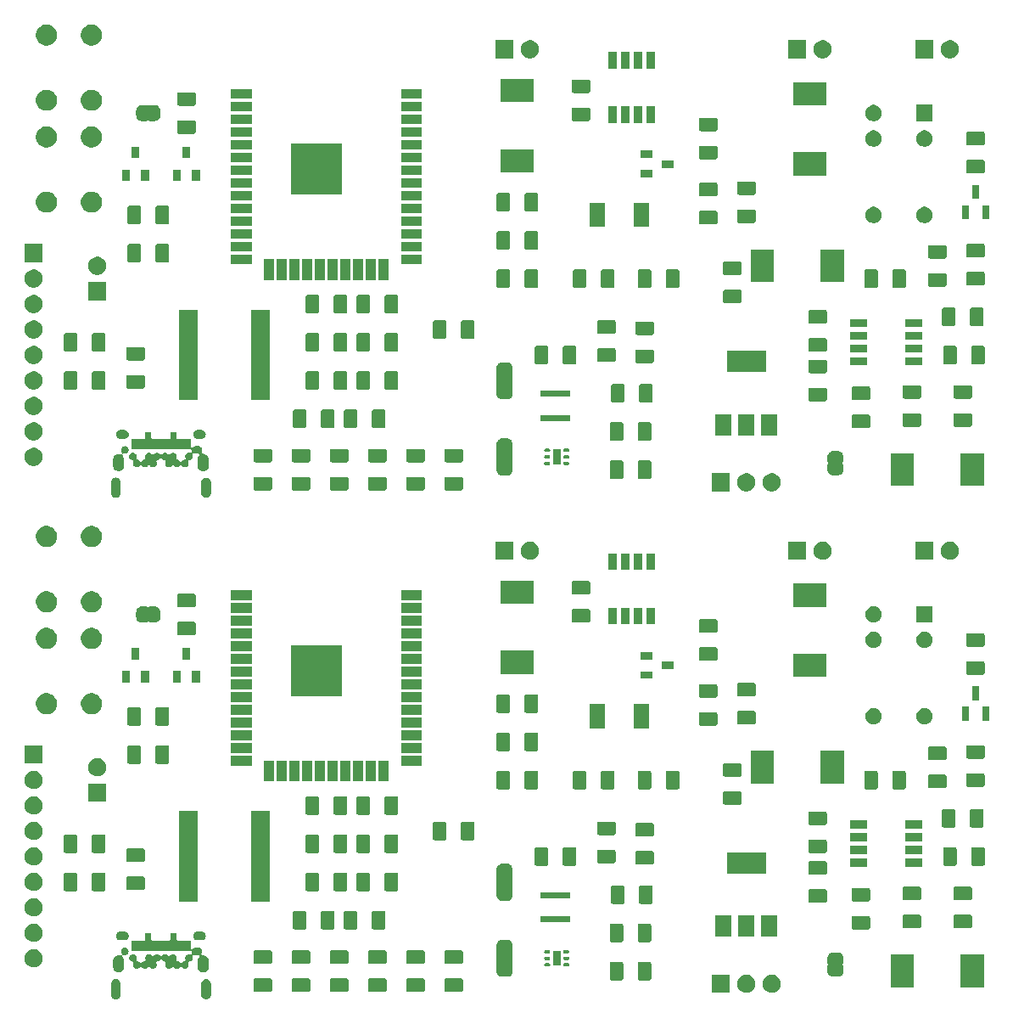
<source format=gts>
G04 #@! TF.GenerationSoftware,KiCad,Pcbnew,(5.1.5)-3*
G04 #@! TF.CreationDate,2020-05-20T21:28:27+09:00*
G04 #@! TF.ProjectId,autoplanter,6175746f-706c-4616-9e74-65722e6b6963,rev?*
G04 #@! TF.SameCoordinates,Original*
G04 #@! TF.FileFunction,Soldermask,Top*
G04 #@! TF.FilePolarity,Negative*
%FSLAX46Y46*%
G04 Gerber Fmt 4.6, Leading zero omitted, Abs format (unit mm)*
G04 Created by KiCad (PCBNEW (5.1.5)-3) date 2020-05-20 21:28:27*
%MOMM*%
%LPD*%
G04 APERTURE LIST*
%ADD10C,0.100000*%
G04 APERTURE END LIST*
D10*
G36*
X83338212Y-121921249D02*
G01*
X83432651Y-121949897D01*
X83519687Y-121996418D01*
X83595975Y-122059025D01*
X83658582Y-122135313D01*
X83705103Y-122222348D01*
X83733751Y-122316787D01*
X83741000Y-122390388D01*
X83741000Y-123439612D01*
X83733751Y-123513213D01*
X83705103Y-123607652D01*
X83658582Y-123694687D01*
X83595975Y-123770975D01*
X83519687Y-123833582D01*
X83432652Y-123880103D01*
X83338213Y-123908751D01*
X83240000Y-123918424D01*
X83141788Y-123908751D01*
X83047349Y-123880103D01*
X82960314Y-123833582D01*
X82884026Y-123770975D01*
X82821419Y-123694687D01*
X82774898Y-123607652D01*
X82746250Y-123513213D01*
X82739001Y-123439612D01*
X82739000Y-122390389D01*
X82746249Y-122316788D01*
X82774897Y-122222349D01*
X82821418Y-122135313D01*
X82884025Y-122059025D01*
X82960313Y-121996418D01*
X83047348Y-121949897D01*
X83141787Y-121921249D01*
X83240000Y-121911576D01*
X83338212Y-121921249D01*
G37*
G36*
X74338212Y-121921249D02*
G01*
X74432651Y-121949897D01*
X74519687Y-121996418D01*
X74595975Y-122059025D01*
X74658582Y-122135313D01*
X74705103Y-122222348D01*
X74733751Y-122316787D01*
X74741000Y-122390388D01*
X74741000Y-123439612D01*
X74733751Y-123513213D01*
X74705103Y-123607652D01*
X74658582Y-123694687D01*
X74595975Y-123770975D01*
X74519687Y-123833582D01*
X74432652Y-123880103D01*
X74338213Y-123908751D01*
X74240000Y-123918424D01*
X74141788Y-123908751D01*
X74047349Y-123880103D01*
X73960314Y-123833582D01*
X73884026Y-123770975D01*
X73821419Y-123694687D01*
X73774898Y-123607652D01*
X73746250Y-123513213D01*
X73739001Y-123439612D01*
X73739000Y-122390389D01*
X73746249Y-122316788D01*
X73774897Y-122222349D01*
X73821418Y-122135313D01*
X73884025Y-122059025D01*
X73960313Y-121996418D01*
X74047348Y-121949897D01*
X74141787Y-121921249D01*
X74240000Y-121911576D01*
X74338212Y-121921249D01*
G37*
G36*
X137273512Y-121493927D02*
G01*
X137422812Y-121523624D01*
X137586784Y-121591544D01*
X137734354Y-121690147D01*
X137859853Y-121815646D01*
X137958456Y-121963216D01*
X138026376Y-122127188D01*
X138061000Y-122301259D01*
X138061000Y-122478741D01*
X138026376Y-122652812D01*
X137958456Y-122816784D01*
X137859853Y-122964354D01*
X137734354Y-123089853D01*
X137586784Y-123188456D01*
X137422812Y-123256376D01*
X137273512Y-123286073D01*
X137248742Y-123291000D01*
X137071258Y-123291000D01*
X137046488Y-123286073D01*
X136897188Y-123256376D01*
X136733216Y-123188456D01*
X136585646Y-123089853D01*
X136460147Y-122964354D01*
X136361544Y-122816784D01*
X136293624Y-122652812D01*
X136259000Y-122478741D01*
X136259000Y-122301259D01*
X136293624Y-122127188D01*
X136361544Y-121963216D01*
X136460147Y-121815646D01*
X136585646Y-121690147D01*
X136733216Y-121591544D01*
X136897188Y-121523624D01*
X137046488Y-121493927D01*
X137071258Y-121489000D01*
X137248742Y-121489000D01*
X137273512Y-121493927D01*
G37*
G36*
X139813512Y-121493927D02*
G01*
X139962812Y-121523624D01*
X140126784Y-121591544D01*
X140274354Y-121690147D01*
X140399853Y-121815646D01*
X140498456Y-121963216D01*
X140566376Y-122127188D01*
X140601000Y-122301259D01*
X140601000Y-122478741D01*
X140566376Y-122652812D01*
X140498456Y-122816784D01*
X140399853Y-122964354D01*
X140274354Y-123089853D01*
X140126784Y-123188456D01*
X139962812Y-123256376D01*
X139813512Y-123286073D01*
X139788742Y-123291000D01*
X139611258Y-123291000D01*
X139586488Y-123286073D01*
X139437188Y-123256376D01*
X139273216Y-123188456D01*
X139125646Y-123089853D01*
X139000147Y-122964354D01*
X138901544Y-122816784D01*
X138833624Y-122652812D01*
X138799000Y-122478741D01*
X138799000Y-122301259D01*
X138833624Y-122127188D01*
X138901544Y-121963216D01*
X139000147Y-121815646D01*
X139125646Y-121690147D01*
X139273216Y-121591544D01*
X139437188Y-121523624D01*
X139586488Y-121493927D01*
X139611258Y-121489000D01*
X139788742Y-121489000D01*
X139813512Y-121493927D01*
G37*
G36*
X135521000Y-123291000D02*
G01*
X133719000Y-123291000D01*
X133719000Y-121489000D01*
X135521000Y-121489000D01*
X135521000Y-123291000D01*
G37*
G36*
X93478604Y-121848347D02*
G01*
X93515144Y-121859432D01*
X93548821Y-121877433D01*
X93578341Y-121901659D01*
X93602567Y-121931179D01*
X93620568Y-121964856D01*
X93631653Y-122001396D01*
X93636000Y-122045538D01*
X93636000Y-122994462D01*
X93631653Y-123038604D01*
X93620568Y-123075144D01*
X93602567Y-123108821D01*
X93578341Y-123138341D01*
X93548821Y-123162567D01*
X93515144Y-123180568D01*
X93478604Y-123191653D01*
X93434462Y-123196000D01*
X91985538Y-123196000D01*
X91941396Y-123191653D01*
X91904856Y-123180568D01*
X91871179Y-123162567D01*
X91841659Y-123138341D01*
X91817433Y-123108821D01*
X91799432Y-123075144D01*
X91788347Y-123038604D01*
X91784000Y-122994462D01*
X91784000Y-122045538D01*
X91788347Y-122001396D01*
X91799432Y-121964856D01*
X91817433Y-121931179D01*
X91841659Y-121901659D01*
X91871179Y-121877433D01*
X91904856Y-121859432D01*
X91941396Y-121848347D01*
X91985538Y-121844000D01*
X93434462Y-121844000D01*
X93478604Y-121848347D01*
G37*
G36*
X108718604Y-121848347D02*
G01*
X108755144Y-121859432D01*
X108788821Y-121877433D01*
X108818341Y-121901659D01*
X108842567Y-121931179D01*
X108860568Y-121964856D01*
X108871653Y-122001396D01*
X108876000Y-122045538D01*
X108876000Y-122994462D01*
X108871653Y-123038604D01*
X108860568Y-123075144D01*
X108842567Y-123108821D01*
X108818341Y-123138341D01*
X108788821Y-123162567D01*
X108755144Y-123180568D01*
X108718604Y-123191653D01*
X108674462Y-123196000D01*
X107225538Y-123196000D01*
X107181396Y-123191653D01*
X107144856Y-123180568D01*
X107111179Y-123162567D01*
X107081659Y-123138341D01*
X107057433Y-123108821D01*
X107039432Y-123075144D01*
X107028347Y-123038604D01*
X107024000Y-122994462D01*
X107024000Y-122045538D01*
X107028347Y-122001396D01*
X107039432Y-121964856D01*
X107057433Y-121931179D01*
X107081659Y-121901659D01*
X107111179Y-121877433D01*
X107144856Y-121859432D01*
X107181396Y-121848347D01*
X107225538Y-121844000D01*
X108674462Y-121844000D01*
X108718604Y-121848347D01*
G37*
G36*
X104908604Y-121848347D02*
G01*
X104945144Y-121859432D01*
X104978821Y-121877433D01*
X105008341Y-121901659D01*
X105032567Y-121931179D01*
X105050568Y-121964856D01*
X105061653Y-122001396D01*
X105066000Y-122045538D01*
X105066000Y-122994462D01*
X105061653Y-123038604D01*
X105050568Y-123075144D01*
X105032567Y-123108821D01*
X105008341Y-123138341D01*
X104978821Y-123162567D01*
X104945144Y-123180568D01*
X104908604Y-123191653D01*
X104864462Y-123196000D01*
X103415538Y-123196000D01*
X103371396Y-123191653D01*
X103334856Y-123180568D01*
X103301179Y-123162567D01*
X103271659Y-123138341D01*
X103247433Y-123108821D01*
X103229432Y-123075144D01*
X103218347Y-123038604D01*
X103214000Y-122994462D01*
X103214000Y-122045538D01*
X103218347Y-122001396D01*
X103229432Y-121964856D01*
X103247433Y-121931179D01*
X103271659Y-121901659D01*
X103301179Y-121877433D01*
X103334856Y-121859432D01*
X103371396Y-121848347D01*
X103415538Y-121844000D01*
X104864462Y-121844000D01*
X104908604Y-121848347D01*
G37*
G36*
X97288604Y-121848347D02*
G01*
X97325144Y-121859432D01*
X97358821Y-121877433D01*
X97388341Y-121901659D01*
X97412567Y-121931179D01*
X97430568Y-121964856D01*
X97441653Y-122001396D01*
X97446000Y-122045538D01*
X97446000Y-122994462D01*
X97441653Y-123038604D01*
X97430568Y-123075144D01*
X97412567Y-123108821D01*
X97388341Y-123138341D01*
X97358821Y-123162567D01*
X97325144Y-123180568D01*
X97288604Y-123191653D01*
X97244462Y-123196000D01*
X95795538Y-123196000D01*
X95751396Y-123191653D01*
X95714856Y-123180568D01*
X95681179Y-123162567D01*
X95651659Y-123138341D01*
X95627433Y-123108821D01*
X95609432Y-123075144D01*
X95598347Y-123038604D01*
X95594000Y-122994462D01*
X95594000Y-122045538D01*
X95598347Y-122001396D01*
X95609432Y-121964856D01*
X95627433Y-121931179D01*
X95651659Y-121901659D01*
X95681179Y-121877433D01*
X95714856Y-121859432D01*
X95751396Y-121848347D01*
X95795538Y-121844000D01*
X97244462Y-121844000D01*
X97288604Y-121848347D01*
G37*
G36*
X89668604Y-121848347D02*
G01*
X89705144Y-121859432D01*
X89738821Y-121877433D01*
X89768341Y-121901659D01*
X89792567Y-121931179D01*
X89810568Y-121964856D01*
X89821653Y-122001396D01*
X89826000Y-122045538D01*
X89826000Y-122994462D01*
X89821653Y-123038604D01*
X89810568Y-123075144D01*
X89792567Y-123108821D01*
X89768341Y-123138341D01*
X89738821Y-123162567D01*
X89705144Y-123180568D01*
X89668604Y-123191653D01*
X89624462Y-123196000D01*
X88175538Y-123196000D01*
X88131396Y-123191653D01*
X88094856Y-123180568D01*
X88061179Y-123162567D01*
X88031659Y-123138341D01*
X88007433Y-123108821D01*
X87989432Y-123075144D01*
X87978347Y-123038604D01*
X87974000Y-122994462D01*
X87974000Y-122045538D01*
X87978347Y-122001396D01*
X87989432Y-121964856D01*
X88007433Y-121931179D01*
X88031659Y-121901659D01*
X88061179Y-121877433D01*
X88094856Y-121859432D01*
X88131396Y-121848347D01*
X88175538Y-121844000D01*
X89624462Y-121844000D01*
X89668604Y-121848347D01*
G37*
G36*
X101098604Y-121848347D02*
G01*
X101135144Y-121859432D01*
X101168821Y-121877433D01*
X101198341Y-121901659D01*
X101222567Y-121931179D01*
X101240568Y-121964856D01*
X101251653Y-122001396D01*
X101256000Y-122045538D01*
X101256000Y-122994462D01*
X101251653Y-123038604D01*
X101240568Y-123075144D01*
X101222567Y-123108821D01*
X101198341Y-123138341D01*
X101168821Y-123162567D01*
X101135144Y-123180568D01*
X101098604Y-123191653D01*
X101054462Y-123196000D01*
X99605538Y-123196000D01*
X99561396Y-123191653D01*
X99524856Y-123180568D01*
X99491179Y-123162567D01*
X99461659Y-123138341D01*
X99437433Y-123108821D01*
X99419432Y-123075144D01*
X99408347Y-123038604D01*
X99404000Y-122994462D01*
X99404000Y-122045538D01*
X99408347Y-122001396D01*
X99419432Y-121964856D01*
X99437433Y-121931179D01*
X99461659Y-121901659D01*
X99491179Y-121877433D01*
X99524856Y-121859432D01*
X99561396Y-121848347D01*
X99605538Y-121844000D01*
X101054462Y-121844000D01*
X101098604Y-121848347D01*
G37*
G36*
X153861000Y-122746000D02*
G01*
X151559000Y-122746000D01*
X151559000Y-119494000D01*
X153861000Y-119494000D01*
X153861000Y-122746000D01*
G37*
G36*
X160861000Y-122746000D02*
G01*
X158559000Y-122746000D01*
X158559000Y-119494000D01*
X160861000Y-119494000D01*
X160861000Y-122746000D01*
G37*
G36*
X124718604Y-120198347D02*
G01*
X124755144Y-120209432D01*
X124788821Y-120227433D01*
X124818341Y-120251659D01*
X124842567Y-120281179D01*
X124860568Y-120314856D01*
X124871653Y-120351396D01*
X124876000Y-120395538D01*
X124876000Y-121844462D01*
X124871653Y-121888604D01*
X124860568Y-121925144D01*
X124842567Y-121958821D01*
X124818341Y-121988341D01*
X124788821Y-122012567D01*
X124755144Y-122030568D01*
X124718604Y-122041653D01*
X124674462Y-122046000D01*
X123725538Y-122046000D01*
X123681396Y-122041653D01*
X123644856Y-122030568D01*
X123611179Y-122012567D01*
X123581659Y-121988341D01*
X123557433Y-121958821D01*
X123539432Y-121925144D01*
X123528347Y-121888604D01*
X123524000Y-121844462D01*
X123524000Y-120395538D01*
X123528347Y-120351396D01*
X123539432Y-120314856D01*
X123557433Y-120281179D01*
X123581659Y-120251659D01*
X123611179Y-120227433D01*
X123644856Y-120209432D01*
X123681396Y-120198347D01*
X123725538Y-120194000D01*
X124674462Y-120194000D01*
X124718604Y-120198347D01*
G37*
G36*
X127518604Y-120198347D02*
G01*
X127555144Y-120209432D01*
X127588821Y-120227433D01*
X127618341Y-120251659D01*
X127642567Y-120281179D01*
X127660568Y-120314856D01*
X127671653Y-120351396D01*
X127676000Y-120395538D01*
X127676000Y-121844462D01*
X127671653Y-121888604D01*
X127660568Y-121925144D01*
X127642567Y-121958821D01*
X127618341Y-121988341D01*
X127588821Y-122012567D01*
X127555144Y-122030568D01*
X127518604Y-122041653D01*
X127474462Y-122046000D01*
X126525538Y-122046000D01*
X126481396Y-122041653D01*
X126444856Y-122030568D01*
X126411179Y-122012567D01*
X126381659Y-121988341D01*
X126357433Y-121958821D01*
X126339432Y-121925144D01*
X126328347Y-121888604D01*
X126324000Y-121844462D01*
X126324000Y-120395538D01*
X126328347Y-120351396D01*
X126339432Y-120314856D01*
X126357433Y-120281179D01*
X126381659Y-120251659D01*
X126411179Y-120227433D01*
X126444856Y-120209432D01*
X126481396Y-120198347D01*
X126525538Y-120194000D01*
X127474462Y-120194000D01*
X127518604Y-120198347D01*
G37*
G36*
X113292199Y-117999954D02*
G01*
X113304450Y-118000556D01*
X113322869Y-118000556D01*
X113345149Y-118002750D01*
X113429233Y-118019476D01*
X113450660Y-118025976D01*
X113529858Y-118058780D01*
X113535303Y-118061691D01*
X113535309Y-118061693D01*
X113544169Y-118066429D01*
X113544173Y-118066432D01*
X113549614Y-118069340D01*
X113620899Y-118116971D01*
X113638204Y-118131172D01*
X113698828Y-118191796D01*
X113713029Y-118209101D01*
X113760660Y-118280386D01*
X113763568Y-118285827D01*
X113763571Y-118285831D01*
X113768307Y-118294691D01*
X113768309Y-118294697D01*
X113771220Y-118300142D01*
X113804024Y-118379340D01*
X113810524Y-118400767D01*
X113827250Y-118484851D01*
X113829444Y-118507131D01*
X113829444Y-118525550D01*
X113830046Y-118537801D01*
X113831852Y-118556139D01*
X113831852Y-119093860D01*
X113830263Y-119109999D01*
X113825855Y-119124528D01*
X113820394Y-119137711D01*
X113815612Y-119161745D01*
X113815611Y-119186249D01*
X113820391Y-119210282D01*
X113829768Y-119232921D01*
X113831000Y-119234765D01*
X113831000Y-120466050D01*
X113824525Y-120478164D01*
X113817412Y-120501613D01*
X113815010Y-120525999D01*
X113817412Y-120550385D01*
X113824525Y-120573834D01*
X113826848Y-120578746D01*
X113830263Y-120590001D01*
X113831852Y-120606140D01*
X113831852Y-121143862D01*
X113830046Y-121162199D01*
X113829444Y-121174450D01*
X113829444Y-121192869D01*
X113827250Y-121215149D01*
X113810524Y-121299233D01*
X113804024Y-121320660D01*
X113771220Y-121399858D01*
X113768309Y-121405303D01*
X113768307Y-121405309D01*
X113763571Y-121414169D01*
X113763568Y-121414173D01*
X113760660Y-121419614D01*
X113713029Y-121490899D01*
X113698828Y-121508204D01*
X113638204Y-121568828D01*
X113620899Y-121583029D01*
X113549614Y-121630660D01*
X113544173Y-121633568D01*
X113544169Y-121633571D01*
X113535309Y-121638307D01*
X113535303Y-121638309D01*
X113529858Y-121641220D01*
X113450660Y-121674024D01*
X113429233Y-121680524D01*
X113345149Y-121697250D01*
X113322869Y-121699444D01*
X113304450Y-121699444D01*
X113292199Y-121700046D01*
X113273862Y-121701852D01*
X112786138Y-121701852D01*
X112767801Y-121700046D01*
X112755550Y-121699444D01*
X112737131Y-121699444D01*
X112714851Y-121697250D01*
X112630767Y-121680524D01*
X112609340Y-121674024D01*
X112530142Y-121641220D01*
X112524697Y-121638309D01*
X112524691Y-121638307D01*
X112515831Y-121633571D01*
X112515827Y-121633568D01*
X112510386Y-121630660D01*
X112439101Y-121583029D01*
X112421796Y-121568828D01*
X112361172Y-121508204D01*
X112346971Y-121490899D01*
X112299340Y-121419614D01*
X112296432Y-121414173D01*
X112296429Y-121414169D01*
X112291693Y-121405309D01*
X112291691Y-121405303D01*
X112288780Y-121399858D01*
X112255976Y-121320660D01*
X112249476Y-121299233D01*
X112232750Y-121215149D01*
X112230556Y-121192869D01*
X112230556Y-121174450D01*
X112229954Y-121162199D01*
X112228148Y-121143862D01*
X112228148Y-120606140D01*
X112229737Y-120590001D01*
X112234145Y-120575472D01*
X112239606Y-120562289D01*
X112244388Y-120538255D01*
X112244389Y-120513751D01*
X112239609Y-120489718D01*
X112230232Y-120467079D01*
X112229000Y-120465235D01*
X112229000Y-119233950D01*
X112235475Y-119221836D01*
X112242588Y-119198387D01*
X112244990Y-119174001D01*
X112242588Y-119149615D01*
X112235475Y-119126166D01*
X112233152Y-119121254D01*
X112229737Y-119109999D01*
X112228148Y-119093860D01*
X112228148Y-118556139D01*
X112229954Y-118537801D01*
X112230556Y-118525550D01*
X112230556Y-118507131D01*
X112232750Y-118484851D01*
X112249476Y-118400767D01*
X112255976Y-118379340D01*
X112288780Y-118300142D01*
X112291691Y-118294697D01*
X112291693Y-118294691D01*
X112296429Y-118285831D01*
X112296432Y-118285827D01*
X112299340Y-118280386D01*
X112346971Y-118209101D01*
X112361172Y-118191796D01*
X112421796Y-118131172D01*
X112439101Y-118116971D01*
X112510386Y-118069340D01*
X112515827Y-118066432D01*
X112515831Y-118066429D01*
X112524691Y-118061693D01*
X112524697Y-118061691D01*
X112530142Y-118058780D01*
X112609340Y-118025976D01*
X112630767Y-118019476D01*
X112714851Y-118002750D01*
X112737131Y-118000556D01*
X112755550Y-118000556D01*
X112767801Y-117999954D01*
X112786139Y-117998148D01*
X113273861Y-117998148D01*
X113292199Y-117999954D01*
G37*
G36*
X146312199Y-119269954D02*
G01*
X146324450Y-119270556D01*
X146342869Y-119270556D01*
X146365149Y-119272750D01*
X146449233Y-119289476D01*
X146470660Y-119295976D01*
X146549858Y-119328780D01*
X146555303Y-119331691D01*
X146555309Y-119331693D01*
X146564169Y-119336429D01*
X146564173Y-119336432D01*
X146569614Y-119339340D01*
X146640899Y-119386971D01*
X146658204Y-119401172D01*
X146718828Y-119461796D01*
X146733029Y-119479101D01*
X146780660Y-119550386D01*
X146783568Y-119555827D01*
X146783571Y-119555831D01*
X146788307Y-119564691D01*
X146788309Y-119564697D01*
X146791220Y-119570142D01*
X146824024Y-119649340D01*
X146830524Y-119670767D01*
X146847250Y-119754851D01*
X146849444Y-119777131D01*
X146849444Y-119795550D01*
X146850046Y-119807801D01*
X146851852Y-119826139D01*
X146851852Y-120313860D01*
X146850263Y-120329999D01*
X146847348Y-120339608D01*
X146842610Y-120348472D01*
X146836237Y-120356237D01*
X146823794Y-120366448D01*
X146813425Y-120373378D01*
X146796098Y-120390705D01*
X146782485Y-120411080D01*
X146773109Y-120433720D01*
X146768329Y-120457753D01*
X146768330Y-120482257D01*
X146773112Y-120506290D01*
X146782490Y-120528929D01*
X146796105Y-120549302D01*
X146813432Y-120566629D01*
X146823802Y-120573558D01*
X146836237Y-120583763D01*
X146842610Y-120591528D01*
X146847348Y-120600392D01*
X146850263Y-120610001D01*
X146851852Y-120626140D01*
X146851852Y-121113862D01*
X146850046Y-121132199D01*
X146849444Y-121144450D01*
X146849444Y-121162869D01*
X146847250Y-121185149D01*
X146830524Y-121269233D01*
X146824024Y-121290660D01*
X146791220Y-121369858D01*
X146788309Y-121375303D01*
X146788307Y-121375309D01*
X146783571Y-121384169D01*
X146783568Y-121384173D01*
X146780660Y-121389614D01*
X146733029Y-121460899D01*
X146718828Y-121478204D01*
X146658204Y-121538828D01*
X146640899Y-121553029D01*
X146569614Y-121600660D01*
X146564173Y-121603568D01*
X146564169Y-121603571D01*
X146555309Y-121608307D01*
X146555303Y-121608309D01*
X146549858Y-121611220D01*
X146470660Y-121644024D01*
X146449233Y-121650524D01*
X146365149Y-121667250D01*
X146342869Y-121669444D01*
X146324450Y-121669444D01*
X146312199Y-121670046D01*
X146293862Y-121671852D01*
X145806138Y-121671852D01*
X145787801Y-121670046D01*
X145775550Y-121669444D01*
X145757131Y-121669444D01*
X145734851Y-121667250D01*
X145650767Y-121650524D01*
X145629340Y-121644024D01*
X145550142Y-121611220D01*
X145544697Y-121608309D01*
X145544691Y-121608307D01*
X145535831Y-121603571D01*
X145535827Y-121603568D01*
X145530386Y-121600660D01*
X145459101Y-121553029D01*
X145441796Y-121538828D01*
X145381172Y-121478204D01*
X145366971Y-121460899D01*
X145319340Y-121389614D01*
X145316432Y-121384173D01*
X145316429Y-121384169D01*
X145311693Y-121375309D01*
X145311691Y-121375303D01*
X145308780Y-121369858D01*
X145275976Y-121290660D01*
X145269476Y-121269233D01*
X145252750Y-121185149D01*
X145250556Y-121162869D01*
X145250556Y-121144450D01*
X145249954Y-121132199D01*
X145248148Y-121113862D01*
X145248148Y-120626140D01*
X145249737Y-120610001D01*
X145252652Y-120600392D01*
X145257390Y-120591528D01*
X145263763Y-120583763D01*
X145271529Y-120577390D01*
X145276206Y-120573552D01*
X145286575Y-120566622D01*
X145303902Y-120549295D01*
X145317515Y-120528920D01*
X145326891Y-120506280D01*
X145331671Y-120482247D01*
X145331670Y-120457743D01*
X145326888Y-120433710D01*
X145317510Y-120411071D01*
X145303895Y-120390698D01*
X145286568Y-120373371D01*
X145276198Y-120366442D01*
X145263763Y-120356237D01*
X145257390Y-120348472D01*
X145252652Y-120339608D01*
X145249737Y-120329999D01*
X145248148Y-120313860D01*
X145248148Y-119826139D01*
X145249954Y-119807801D01*
X145250556Y-119795550D01*
X145250556Y-119777131D01*
X145252750Y-119754851D01*
X145269476Y-119670767D01*
X145275976Y-119649340D01*
X145308780Y-119570142D01*
X145311691Y-119564697D01*
X145311693Y-119564691D01*
X145316429Y-119555831D01*
X145316432Y-119555827D01*
X145319340Y-119550386D01*
X145366971Y-119479101D01*
X145381172Y-119461796D01*
X145441796Y-119401172D01*
X145459101Y-119386971D01*
X145530386Y-119339340D01*
X145535827Y-119336432D01*
X145535831Y-119336429D01*
X145544691Y-119331693D01*
X145544697Y-119331691D01*
X145550142Y-119328780D01*
X145629340Y-119295976D01*
X145650767Y-119289476D01*
X145734851Y-119272750D01*
X145757131Y-119270556D01*
X145775550Y-119270556D01*
X145787801Y-119269954D01*
X145806139Y-119268148D01*
X146293861Y-119268148D01*
X146312199Y-119269954D01*
G37*
G36*
X75249672Y-118788449D02*
G01*
X75249674Y-118788450D01*
X75249675Y-118788450D01*
X75318103Y-118816793D01*
X75379686Y-118857942D01*
X75432058Y-118910314D01*
X75473207Y-118971897D01*
X75501550Y-119040325D01*
X75501551Y-119040328D01*
X75516000Y-119112966D01*
X75516000Y-119187034D01*
X75504363Y-119245538D01*
X75501550Y-119259675D01*
X75473207Y-119328103D01*
X75432058Y-119389686D01*
X75379686Y-119442058D01*
X75318103Y-119483207D01*
X75249675Y-119511550D01*
X75249674Y-119511550D01*
X75249672Y-119511551D01*
X75177034Y-119526000D01*
X75102966Y-119526000D01*
X75037790Y-119513036D01*
X75013403Y-119510634D01*
X74989017Y-119513036D01*
X74965568Y-119520149D01*
X74943958Y-119531700D01*
X74925016Y-119547246D01*
X74909471Y-119566188D01*
X74897920Y-119587798D01*
X74890807Y-119611247D01*
X74888405Y-119635634D01*
X74890807Y-119660020D01*
X74897920Y-119683469D01*
X74909471Y-119705079D01*
X74916766Y-119714915D01*
X74956200Y-119762966D01*
X74980357Y-119792401D01*
X74995109Y-119820000D01*
X75031521Y-119888121D01*
X75063027Y-119991985D01*
X75071000Y-120072933D01*
X75071000Y-120727067D01*
X75063027Y-120808015D01*
X75031521Y-120911879D01*
X75031519Y-120911882D01*
X74980357Y-121007600D01*
X74911501Y-121091501D01*
X74827600Y-121160357D01*
X74781217Y-121185149D01*
X74731879Y-121211521D01*
X74628015Y-121243027D01*
X74520000Y-121253666D01*
X74411986Y-121243027D01*
X74308122Y-121211521D01*
X74258784Y-121185149D01*
X74212401Y-121160357D01*
X74128500Y-121091501D01*
X74059645Y-121007601D01*
X74008480Y-120911879D01*
X73984615Y-120833206D01*
X73976973Y-120808015D01*
X73969000Y-120727067D01*
X73969000Y-120072934D01*
X73976973Y-119991986D01*
X74008479Y-119888122D01*
X74044891Y-119820000D01*
X74059643Y-119792401D01*
X74083800Y-119762966D01*
X74128499Y-119708499D01*
X74212400Y-119639644D01*
X74212399Y-119639644D01*
X74212401Y-119639643D01*
X74285069Y-119600801D01*
X74308121Y-119588479D01*
X74411985Y-119556973D01*
X74520000Y-119546334D01*
X74628014Y-119556973D01*
X74709753Y-119581768D01*
X74733773Y-119586545D01*
X74758277Y-119586545D01*
X74782310Y-119581765D01*
X74804949Y-119572387D01*
X74825324Y-119558774D01*
X74842651Y-119541446D01*
X74856264Y-119521072D01*
X74865642Y-119498433D01*
X74870422Y-119474400D01*
X74870422Y-119449896D01*
X74865642Y-119425863D01*
X74856264Y-119403224D01*
X74849958Y-119392702D01*
X74847944Y-119389688D01*
X74847942Y-119389686D01*
X74806793Y-119328103D01*
X74778450Y-119259675D01*
X74775638Y-119245538D01*
X74764000Y-119187034D01*
X74764000Y-119112966D01*
X74778449Y-119040328D01*
X74778450Y-119040325D01*
X74806793Y-118971897D01*
X74847942Y-118910314D01*
X74900314Y-118857942D01*
X74961897Y-118816793D01*
X75030325Y-118788450D01*
X75030326Y-118788450D01*
X75030328Y-118788449D01*
X75102966Y-118774000D01*
X75177034Y-118774000D01*
X75249672Y-118788449D01*
G37*
G36*
X77791000Y-117954001D02*
G01*
X77793402Y-117978387D01*
X77800515Y-118001836D01*
X77812066Y-118023447D01*
X77827611Y-118042389D01*
X77846553Y-118057934D01*
X77868164Y-118069485D01*
X77891613Y-118076598D01*
X77915999Y-118079000D01*
X79564001Y-118079000D01*
X79588387Y-118076598D01*
X79611836Y-118069485D01*
X79633447Y-118057934D01*
X79652389Y-118042389D01*
X79667934Y-118023447D01*
X79679485Y-118001836D01*
X79686598Y-117978387D01*
X79689000Y-117954001D01*
X79689000Y-117349000D01*
X80291000Y-117349000D01*
X80291000Y-117954001D01*
X80293402Y-117978387D01*
X80300515Y-118001836D01*
X80312066Y-118023447D01*
X80327611Y-118042389D01*
X80346553Y-118057934D01*
X80368164Y-118069485D01*
X80391613Y-118076598D01*
X80415999Y-118079000D01*
X81691000Y-118079000D01*
X81691000Y-118815992D01*
X81693402Y-118840378D01*
X81700515Y-118863827D01*
X81712066Y-118885438D01*
X81727611Y-118904380D01*
X81746553Y-118919925D01*
X81768164Y-118931476D01*
X81791613Y-118938589D01*
X81815999Y-118940991D01*
X81840385Y-118938589D01*
X81863834Y-118931476D01*
X81885445Y-118919925D01*
X81904387Y-118904380D01*
X81912625Y-118895290D01*
X81922841Y-118882841D01*
X81980096Y-118835854D01*
X82045415Y-118800940D01*
X82116290Y-118779440D01*
X82171528Y-118774000D01*
X82508472Y-118774000D01*
X82563710Y-118779440D01*
X82634585Y-118800940D01*
X82699904Y-118835854D01*
X82757159Y-118882841D01*
X82804146Y-118940096D01*
X82839060Y-119005415D01*
X82860560Y-119076290D01*
X82867819Y-119150000D01*
X82860560Y-119223710D01*
X82839060Y-119294585D01*
X82800538Y-119366655D01*
X82791160Y-119389294D01*
X82786380Y-119413327D01*
X82786380Y-119437832D01*
X82791161Y-119461865D01*
X82800538Y-119484504D01*
X82814152Y-119504878D01*
X82831479Y-119522205D01*
X82851853Y-119535818D01*
X82874492Y-119545196D01*
X82898525Y-119549976D01*
X82923024Y-119549976D01*
X82960000Y-119546334D01*
X83068014Y-119556973D01*
X83171878Y-119588479D01*
X83194934Y-119600803D01*
X83267599Y-119639643D01*
X83267601Y-119639644D01*
X83267600Y-119639644D01*
X83351501Y-119708499D01*
X83396200Y-119762966D01*
X83420357Y-119792401D01*
X83435109Y-119820000D01*
X83471521Y-119888121D01*
X83503027Y-119991985D01*
X83511000Y-120072933D01*
X83511000Y-120727067D01*
X83503027Y-120808015D01*
X83471521Y-120911879D01*
X83471519Y-120911882D01*
X83420357Y-121007600D01*
X83351501Y-121091501D01*
X83267600Y-121160357D01*
X83221217Y-121185149D01*
X83171879Y-121211521D01*
X83068015Y-121243027D01*
X82960000Y-121253666D01*
X82851986Y-121243027D01*
X82748122Y-121211521D01*
X82698784Y-121185149D01*
X82652401Y-121160357D01*
X82568500Y-121091501D01*
X82499645Y-121007601D01*
X82448480Y-120911879D01*
X82424615Y-120833206D01*
X82416973Y-120808015D01*
X82409000Y-120727067D01*
X82409000Y-120072934D01*
X82416973Y-119991986D01*
X82448479Y-119888122D01*
X82499644Y-119792400D01*
X82550619Y-119730286D01*
X82564224Y-119709923D01*
X82573602Y-119687284D01*
X82578382Y-119663251D01*
X82578382Y-119638747D01*
X82573602Y-119614714D01*
X82564224Y-119592075D01*
X82550611Y-119571700D01*
X82533284Y-119554373D01*
X82512909Y-119540760D01*
X82490270Y-119531382D01*
X82453985Y-119526000D01*
X82171528Y-119526000D01*
X82116290Y-119520560D01*
X82043175Y-119498380D01*
X82019142Y-119493599D01*
X81994638Y-119493599D01*
X81970604Y-119498379D01*
X81947965Y-119507756D01*
X81927591Y-119521370D01*
X81910264Y-119538697D01*
X81896650Y-119559071D01*
X81887273Y-119581710D01*
X81882492Y-119605743D01*
X81882492Y-119630247D01*
X81887272Y-119654281D01*
X81891405Y-119665831D01*
X81901551Y-119690326D01*
X81916000Y-119762966D01*
X81916000Y-119837034D01*
X81905838Y-119888122D01*
X81901550Y-119909675D01*
X81873207Y-119978103D01*
X81832058Y-120039686D01*
X81779686Y-120092058D01*
X81718103Y-120133207D01*
X81659696Y-120157399D01*
X81649673Y-120161551D01*
X81574662Y-120176472D01*
X81551214Y-120183585D01*
X81529603Y-120195136D01*
X81510661Y-120210682D01*
X81495116Y-120229624D01*
X81483565Y-120251234D01*
X81476452Y-120274683D01*
X81474050Y-120299069D01*
X81476452Y-120323456D01*
X81483565Y-120346904D01*
X81501551Y-120390326D01*
X81516000Y-120462966D01*
X81516000Y-120537034D01*
X81502254Y-120606140D01*
X81501550Y-120609675D01*
X81473207Y-120678103D01*
X81432058Y-120739686D01*
X81379686Y-120792058D01*
X81318103Y-120833207D01*
X81249675Y-120861550D01*
X81249674Y-120861550D01*
X81249672Y-120861551D01*
X81177034Y-120876000D01*
X81102966Y-120876000D01*
X81030328Y-120861551D01*
X81030326Y-120861550D01*
X81030325Y-120861550D01*
X80961897Y-120833207D01*
X80900314Y-120792058D01*
X80847942Y-120739686D01*
X80843928Y-120733679D01*
X80828388Y-120714744D01*
X80809447Y-120699199D01*
X80787836Y-120687647D01*
X80764387Y-120680534D01*
X80740001Y-120678132D01*
X80715615Y-120680534D01*
X80692166Y-120687647D01*
X80670555Y-120699197D01*
X80651613Y-120714743D01*
X80636072Y-120733679D01*
X80632058Y-120739686D01*
X80579686Y-120792058D01*
X80518103Y-120833207D01*
X80449675Y-120861550D01*
X80449674Y-120861550D01*
X80449672Y-120861551D01*
X80377034Y-120876000D01*
X80302966Y-120876000D01*
X80230328Y-120861551D01*
X80230326Y-120861550D01*
X80230325Y-120861550D01*
X80161897Y-120833207D01*
X80100314Y-120792058D01*
X80047942Y-120739686D01*
X80043928Y-120733679D01*
X80028388Y-120714744D01*
X80009447Y-120699199D01*
X79987836Y-120687647D01*
X79964387Y-120680534D01*
X79940001Y-120678132D01*
X79915615Y-120680534D01*
X79892166Y-120687647D01*
X79870555Y-120699197D01*
X79851613Y-120714743D01*
X79836072Y-120733679D01*
X79832058Y-120739686D01*
X79779686Y-120792058D01*
X79718103Y-120833207D01*
X79649675Y-120861550D01*
X79649674Y-120861550D01*
X79649672Y-120861551D01*
X79577034Y-120876000D01*
X79502966Y-120876000D01*
X79430328Y-120861551D01*
X79430326Y-120861550D01*
X79430325Y-120861550D01*
X79361897Y-120833207D01*
X79300314Y-120792058D01*
X79247942Y-120739686D01*
X79206793Y-120678103D01*
X79178450Y-120609675D01*
X79177747Y-120606140D01*
X79164000Y-120537034D01*
X79164000Y-120462966D01*
X79178449Y-120390326D01*
X79196435Y-120346904D01*
X79203548Y-120323455D01*
X79205950Y-120299069D01*
X79203548Y-120274683D01*
X79196435Y-120251234D01*
X79184884Y-120229624D01*
X79169339Y-120210682D01*
X79150397Y-120195136D01*
X79128786Y-120183585D01*
X79105338Y-120176472D01*
X79030327Y-120161551D01*
X79020304Y-120157399D01*
X78961897Y-120133207D01*
X78900314Y-120092058D01*
X78847942Y-120039686D01*
X78843928Y-120033679D01*
X78828388Y-120014744D01*
X78809447Y-119999199D01*
X78787836Y-119987647D01*
X78764387Y-119980534D01*
X78740001Y-119978132D01*
X78715615Y-119980534D01*
X78692166Y-119987647D01*
X78670555Y-119999197D01*
X78651613Y-120014743D01*
X78636072Y-120033679D01*
X78632058Y-120039686D01*
X78579686Y-120092058D01*
X78518103Y-120133207D01*
X78459696Y-120157399D01*
X78449673Y-120161551D01*
X78374662Y-120176472D01*
X78351214Y-120183585D01*
X78329603Y-120195136D01*
X78310661Y-120210682D01*
X78295116Y-120229624D01*
X78283565Y-120251234D01*
X78276452Y-120274683D01*
X78274050Y-120299069D01*
X78276452Y-120323456D01*
X78283565Y-120346904D01*
X78301551Y-120390326D01*
X78316000Y-120462966D01*
X78316000Y-120537034D01*
X78302254Y-120606140D01*
X78301550Y-120609675D01*
X78273207Y-120678103D01*
X78232058Y-120739686D01*
X78179686Y-120792058D01*
X78118103Y-120833207D01*
X78049675Y-120861550D01*
X78049674Y-120861550D01*
X78049672Y-120861551D01*
X77977034Y-120876000D01*
X77902966Y-120876000D01*
X77830328Y-120861551D01*
X77830326Y-120861550D01*
X77830325Y-120861550D01*
X77761897Y-120833207D01*
X77700314Y-120792058D01*
X77647942Y-120739686D01*
X77643928Y-120733679D01*
X77628388Y-120714744D01*
X77609447Y-120699199D01*
X77587836Y-120687647D01*
X77564387Y-120680534D01*
X77540001Y-120678132D01*
X77515615Y-120680534D01*
X77492166Y-120687647D01*
X77470555Y-120699197D01*
X77451613Y-120714743D01*
X77436072Y-120733679D01*
X77432058Y-120739686D01*
X77379686Y-120792058D01*
X77318103Y-120833207D01*
X77249675Y-120861550D01*
X77249674Y-120861550D01*
X77249672Y-120861551D01*
X77177034Y-120876000D01*
X77102966Y-120876000D01*
X77030328Y-120861551D01*
X77030326Y-120861550D01*
X77030325Y-120861550D01*
X76961897Y-120833207D01*
X76900314Y-120792058D01*
X76847942Y-120739686D01*
X76843928Y-120733679D01*
X76828388Y-120714744D01*
X76809447Y-120699199D01*
X76787836Y-120687647D01*
X76764387Y-120680534D01*
X76740001Y-120678132D01*
X76715615Y-120680534D01*
X76692166Y-120687647D01*
X76670555Y-120699197D01*
X76651613Y-120714743D01*
X76636072Y-120733679D01*
X76632058Y-120739686D01*
X76579686Y-120792058D01*
X76518103Y-120833207D01*
X76449675Y-120861550D01*
X76449674Y-120861550D01*
X76449672Y-120861551D01*
X76377034Y-120876000D01*
X76302966Y-120876000D01*
X76230328Y-120861551D01*
X76230326Y-120861550D01*
X76230325Y-120861550D01*
X76161897Y-120833207D01*
X76100314Y-120792058D01*
X76047942Y-120739686D01*
X76006793Y-120678103D01*
X75978450Y-120609675D01*
X75977747Y-120606140D01*
X75964000Y-120537034D01*
X75964000Y-120462966D01*
X75978449Y-120390326D01*
X75996435Y-120346904D01*
X76003548Y-120323455D01*
X76005950Y-120299069D01*
X76003548Y-120274683D01*
X75996435Y-120251234D01*
X75984884Y-120229624D01*
X75969339Y-120210682D01*
X75950397Y-120195136D01*
X75928786Y-120183585D01*
X75905338Y-120176472D01*
X75830327Y-120161551D01*
X75820304Y-120157399D01*
X75761897Y-120133207D01*
X75700314Y-120092058D01*
X75647942Y-120039686D01*
X75606793Y-119978103D01*
X75578450Y-119909675D01*
X75574163Y-119888122D01*
X75564000Y-119837034D01*
X75564000Y-119762966D01*
X75578449Y-119690328D01*
X75579710Y-119687284D01*
X75606793Y-119621897D01*
X75647942Y-119560314D01*
X75700314Y-119507942D01*
X75761897Y-119466793D01*
X75830325Y-119438450D01*
X75830326Y-119438450D01*
X75830328Y-119438449D01*
X75902966Y-119424000D01*
X75977034Y-119424000D01*
X76049672Y-119438449D01*
X76049674Y-119438450D01*
X76049675Y-119438450D01*
X76118103Y-119466793D01*
X76179686Y-119507942D01*
X76232058Y-119560314D01*
X76273207Y-119621897D01*
X76300290Y-119687284D01*
X76301551Y-119690328D01*
X76316000Y-119762966D01*
X76316000Y-119837034D01*
X76301551Y-119909674D01*
X76283565Y-119953096D01*
X76276452Y-119976545D01*
X76274050Y-120000931D01*
X76276452Y-120025317D01*
X76283565Y-120048766D01*
X76295116Y-120070376D01*
X76310661Y-120089318D01*
X76329603Y-120104864D01*
X76351214Y-120116415D01*
X76374662Y-120123528D01*
X76449673Y-120138449D01*
X76449676Y-120138450D01*
X76449675Y-120138450D01*
X76518103Y-120166793D01*
X76579686Y-120207942D01*
X76632058Y-120260314D01*
X76636072Y-120266321D01*
X76651612Y-120285256D01*
X76670553Y-120300801D01*
X76692164Y-120312353D01*
X76715613Y-120319466D01*
X76739999Y-120321868D01*
X76764385Y-120319466D01*
X76787834Y-120312353D01*
X76809445Y-120300803D01*
X76828387Y-120285257D01*
X76843928Y-120266321D01*
X76847942Y-120260314D01*
X76900314Y-120207942D01*
X76961897Y-120166793D01*
X77030325Y-120138450D01*
X77030324Y-120138450D01*
X77030327Y-120138449D01*
X77105338Y-120123528D01*
X77128786Y-120116415D01*
X77150397Y-120104864D01*
X77169339Y-120089318D01*
X77184884Y-120070376D01*
X77196435Y-120048766D01*
X77203548Y-120025317D01*
X77205950Y-120000931D01*
X77203548Y-119976544D01*
X77196435Y-119953096D01*
X77178449Y-119909674D01*
X77164000Y-119837034D01*
X77164000Y-119762966D01*
X77178449Y-119690328D01*
X77179710Y-119687284D01*
X77206793Y-119621897D01*
X77247942Y-119560314D01*
X77300314Y-119507942D01*
X77361897Y-119466793D01*
X77430325Y-119438450D01*
X77430326Y-119438450D01*
X77430328Y-119438449D01*
X77502966Y-119424000D01*
X77577034Y-119424000D01*
X77649672Y-119438449D01*
X77649674Y-119438450D01*
X77649675Y-119438450D01*
X77718103Y-119466793D01*
X77779686Y-119507942D01*
X77832058Y-119560314D01*
X77836072Y-119566321D01*
X77851612Y-119585256D01*
X77870553Y-119600801D01*
X77892164Y-119612353D01*
X77915613Y-119619466D01*
X77939999Y-119621868D01*
X77964385Y-119619466D01*
X77987834Y-119612353D01*
X78009445Y-119600803D01*
X78028387Y-119585257D01*
X78043928Y-119566321D01*
X78047942Y-119560314D01*
X78100314Y-119507942D01*
X78161897Y-119466793D01*
X78230325Y-119438450D01*
X78230326Y-119438450D01*
X78230328Y-119438449D01*
X78302966Y-119424000D01*
X78377034Y-119424000D01*
X78449672Y-119438449D01*
X78449674Y-119438450D01*
X78449675Y-119438450D01*
X78518103Y-119466793D01*
X78579686Y-119507942D01*
X78632058Y-119560314D01*
X78636072Y-119566321D01*
X78651612Y-119585256D01*
X78670553Y-119600801D01*
X78692164Y-119612353D01*
X78715613Y-119619466D01*
X78739999Y-119621868D01*
X78764385Y-119619466D01*
X78787834Y-119612353D01*
X78809445Y-119600803D01*
X78828387Y-119585257D01*
X78843928Y-119566321D01*
X78847942Y-119560314D01*
X78900314Y-119507942D01*
X78961897Y-119466793D01*
X79030325Y-119438450D01*
X79030326Y-119438450D01*
X79030328Y-119438449D01*
X79102966Y-119424000D01*
X79177034Y-119424000D01*
X79249672Y-119438449D01*
X79249674Y-119438450D01*
X79249675Y-119438450D01*
X79318103Y-119466793D01*
X79379686Y-119507942D01*
X79432058Y-119560314D01*
X79436072Y-119566321D01*
X79451612Y-119585256D01*
X79470553Y-119600801D01*
X79492164Y-119612353D01*
X79515613Y-119619466D01*
X79539999Y-119621868D01*
X79564385Y-119619466D01*
X79587834Y-119612353D01*
X79609445Y-119600803D01*
X79628387Y-119585257D01*
X79643928Y-119566321D01*
X79647942Y-119560314D01*
X79700314Y-119507942D01*
X79761897Y-119466793D01*
X79830325Y-119438450D01*
X79830326Y-119438450D01*
X79830328Y-119438449D01*
X79902966Y-119424000D01*
X79977034Y-119424000D01*
X80049672Y-119438449D01*
X80049674Y-119438450D01*
X80049675Y-119438450D01*
X80118103Y-119466793D01*
X80179686Y-119507942D01*
X80232058Y-119560314D01*
X80273207Y-119621897D01*
X80300290Y-119687284D01*
X80301551Y-119690328D01*
X80316000Y-119762966D01*
X80316000Y-119837034D01*
X80301551Y-119909674D01*
X80283565Y-119953096D01*
X80276452Y-119976545D01*
X80274050Y-120000931D01*
X80276452Y-120025317D01*
X80283565Y-120048766D01*
X80295116Y-120070376D01*
X80310661Y-120089318D01*
X80329603Y-120104864D01*
X80351214Y-120116415D01*
X80374662Y-120123528D01*
X80449673Y-120138449D01*
X80449676Y-120138450D01*
X80449675Y-120138450D01*
X80518103Y-120166793D01*
X80579686Y-120207942D01*
X80632058Y-120260314D01*
X80636072Y-120266321D01*
X80651612Y-120285256D01*
X80670553Y-120300801D01*
X80692164Y-120312353D01*
X80715613Y-120319466D01*
X80739999Y-120321868D01*
X80764385Y-120319466D01*
X80787834Y-120312353D01*
X80809445Y-120300803D01*
X80828387Y-120285257D01*
X80843928Y-120266321D01*
X80847942Y-120260314D01*
X80900314Y-120207942D01*
X80961897Y-120166793D01*
X81030325Y-120138450D01*
X81030324Y-120138450D01*
X81030327Y-120138449D01*
X81105338Y-120123528D01*
X81128786Y-120116415D01*
X81150397Y-120104864D01*
X81169339Y-120089318D01*
X81184884Y-120070376D01*
X81196435Y-120048766D01*
X81203548Y-120025317D01*
X81205950Y-120000931D01*
X81203548Y-119976544D01*
X81196435Y-119953096D01*
X81178449Y-119909674D01*
X81164000Y-119837034D01*
X81164000Y-119762966D01*
X81178449Y-119690328D01*
X81179710Y-119687284D01*
X81206793Y-119621897D01*
X81247942Y-119560314D01*
X81300314Y-119507942D01*
X81361897Y-119466793D01*
X81430325Y-119438450D01*
X81430326Y-119438450D01*
X81430328Y-119438449D01*
X81502966Y-119424000D01*
X81577034Y-119424000D01*
X81649674Y-119438449D01*
X81674169Y-119448595D01*
X81697618Y-119455708D01*
X81722004Y-119458110D01*
X81746390Y-119455708D01*
X81769839Y-119448595D01*
X81791450Y-119437044D01*
X81810392Y-119421499D01*
X81825937Y-119402557D01*
X81837488Y-119380946D01*
X81844601Y-119357497D01*
X81847003Y-119333111D01*
X81844601Y-119308725D01*
X81841620Y-119296825D01*
X81819440Y-119223710D01*
X81816489Y-119193746D01*
X81811708Y-119169713D01*
X81802331Y-119147074D01*
X81788717Y-119126700D01*
X81771390Y-119109373D01*
X81751015Y-119095759D01*
X81728376Y-119086382D01*
X81692092Y-119081000D01*
X75789000Y-119081000D01*
X75789000Y-118079000D01*
X77064001Y-118079000D01*
X77088387Y-118076598D01*
X77111836Y-118069485D01*
X77133447Y-118057934D01*
X77152389Y-118042389D01*
X77167934Y-118023447D01*
X77179485Y-118001836D01*
X77186598Y-117978387D01*
X77189000Y-117954001D01*
X77189000Y-117349000D01*
X77791000Y-117349000D01*
X77791000Y-117954001D01*
G37*
G36*
X66153512Y-118953927D02*
G01*
X66302812Y-118983624D01*
X66466784Y-119051544D01*
X66614354Y-119150147D01*
X66739853Y-119275646D01*
X66838456Y-119423216D01*
X66906376Y-119587188D01*
X66930506Y-119708500D01*
X66939726Y-119754851D01*
X66941000Y-119761259D01*
X66941000Y-119938741D01*
X66906376Y-120112812D01*
X66838456Y-120276784D01*
X66739853Y-120424354D01*
X66614354Y-120549853D01*
X66466784Y-120648456D01*
X66302812Y-120716376D01*
X66153512Y-120746073D01*
X66128742Y-120751000D01*
X65951258Y-120751000D01*
X65926488Y-120746073D01*
X65777188Y-120716376D01*
X65613216Y-120648456D01*
X65465646Y-120549853D01*
X65340147Y-120424354D01*
X65241544Y-120276784D01*
X65173624Y-120112812D01*
X65139000Y-119938741D01*
X65139000Y-119761259D01*
X65140275Y-119754851D01*
X65149494Y-119708500D01*
X65173624Y-119587188D01*
X65241544Y-119423216D01*
X65340147Y-119275646D01*
X65465646Y-119150147D01*
X65613216Y-119051544D01*
X65777188Y-118983624D01*
X65926488Y-118953927D01*
X65951258Y-118949000D01*
X66128742Y-118949000D01*
X66153512Y-118953927D01*
G37*
G36*
X119344502Y-120326547D02*
G01*
X119377678Y-120336611D01*
X119408254Y-120352954D01*
X119435053Y-120374947D01*
X119457046Y-120401746D01*
X119473389Y-120432322D01*
X119483453Y-120465498D01*
X119486851Y-120500000D01*
X119483453Y-120534502D01*
X119473389Y-120567678D01*
X119457046Y-120598254D01*
X119435053Y-120625053D01*
X119408254Y-120647046D01*
X119377678Y-120663389D01*
X119344502Y-120673453D01*
X119318641Y-120676000D01*
X119051359Y-120676000D01*
X119025498Y-120673453D01*
X118992322Y-120663389D01*
X118961746Y-120647046D01*
X118934947Y-120625053D01*
X118912954Y-120598254D01*
X118896611Y-120567678D01*
X118886547Y-120534502D01*
X118883149Y-120500000D01*
X118886547Y-120465498D01*
X118896611Y-120432322D01*
X118912954Y-120401746D01*
X118934947Y-120374947D01*
X118961746Y-120352954D01*
X118992322Y-120336611D01*
X119025498Y-120326547D01*
X119051359Y-120324000D01*
X119318641Y-120324000D01*
X119344502Y-120326547D01*
G37*
G36*
X117444502Y-120326547D02*
G01*
X117477678Y-120336611D01*
X117508254Y-120352954D01*
X117535053Y-120374947D01*
X117557046Y-120401746D01*
X117573389Y-120432322D01*
X117583453Y-120465498D01*
X117586851Y-120500000D01*
X117583453Y-120534502D01*
X117573389Y-120567678D01*
X117557046Y-120598254D01*
X117535053Y-120625053D01*
X117508254Y-120647046D01*
X117477678Y-120663389D01*
X117444502Y-120673453D01*
X117418641Y-120676000D01*
X117151359Y-120676000D01*
X117125498Y-120673453D01*
X117092322Y-120663389D01*
X117061746Y-120647046D01*
X117034947Y-120625053D01*
X117012954Y-120598254D01*
X116996611Y-120567678D01*
X116986547Y-120534502D01*
X116983149Y-120500000D01*
X116986547Y-120465498D01*
X116996611Y-120432322D01*
X117012954Y-120401746D01*
X117034947Y-120374947D01*
X117061746Y-120352954D01*
X117092322Y-120336611D01*
X117125498Y-120326547D01*
X117151359Y-120324000D01*
X117418641Y-120324000D01*
X117444502Y-120326547D01*
G37*
G36*
X118611000Y-120576000D02*
G01*
X117859000Y-120576000D01*
X117859000Y-119124000D01*
X118611000Y-119124000D01*
X118611000Y-120576000D01*
G37*
G36*
X104908604Y-119048347D02*
G01*
X104945144Y-119059432D01*
X104978821Y-119077433D01*
X105008341Y-119101659D01*
X105032567Y-119131179D01*
X105050568Y-119164856D01*
X105061653Y-119201396D01*
X105066000Y-119245538D01*
X105066000Y-120194462D01*
X105061653Y-120238604D01*
X105050568Y-120275144D01*
X105032567Y-120308821D01*
X105008341Y-120338341D01*
X104978821Y-120362567D01*
X104945144Y-120380568D01*
X104908604Y-120391653D01*
X104864462Y-120396000D01*
X103415538Y-120396000D01*
X103371396Y-120391653D01*
X103334856Y-120380568D01*
X103301179Y-120362567D01*
X103271659Y-120338341D01*
X103247433Y-120308821D01*
X103229432Y-120275144D01*
X103218347Y-120238604D01*
X103214000Y-120194462D01*
X103214000Y-119245538D01*
X103218347Y-119201396D01*
X103229432Y-119164856D01*
X103247433Y-119131179D01*
X103271659Y-119101659D01*
X103301179Y-119077433D01*
X103334856Y-119059432D01*
X103371396Y-119048347D01*
X103415538Y-119044000D01*
X104864462Y-119044000D01*
X104908604Y-119048347D01*
G37*
G36*
X97288604Y-119048347D02*
G01*
X97325144Y-119059432D01*
X97358821Y-119077433D01*
X97388341Y-119101659D01*
X97412567Y-119131179D01*
X97430568Y-119164856D01*
X97441653Y-119201396D01*
X97446000Y-119245538D01*
X97446000Y-120194462D01*
X97441653Y-120238604D01*
X97430568Y-120275144D01*
X97412567Y-120308821D01*
X97388341Y-120338341D01*
X97358821Y-120362567D01*
X97325144Y-120380568D01*
X97288604Y-120391653D01*
X97244462Y-120396000D01*
X95795538Y-120396000D01*
X95751396Y-120391653D01*
X95714856Y-120380568D01*
X95681179Y-120362567D01*
X95651659Y-120338341D01*
X95627433Y-120308821D01*
X95609432Y-120275144D01*
X95598347Y-120238604D01*
X95594000Y-120194462D01*
X95594000Y-119245538D01*
X95598347Y-119201396D01*
X95609432Y-119164856D01*
X95627433Y-119131179D01*
X95651659Y-119101659D01*
X95681179Y-119077433D01*
X95714856Y-119059432D01*
X95751396Y-119048347D01*
X95795538Y-119044000D01*
X97244462Y-119044000D01*
X97288604Y-119048347D01*
G37*
G36*
X93478604Y-119048347D02*
G01*
X93515144Y-119059432D01*
X93548821Y-119077433D01*
X93578341Y-119101659D01*
X93602567Y-119131179D01*
X93620568Y-119164856D01*
X93631653Y-119201396D01*
X93636000Y-119245538D01*
X93636000Y-120194462D01*
X93631653Y-120238604D01*
X93620568Y-120275144D01*
X93602567Y-120308821D01*
X93578341Y-120338341D01*
X93548821Y-120362567D01*
X93515144Y-120380568D01*
X93478604Y-120391653D01*
X93434462Y-120396000D01*
X91985538Y-120396000D01*
X91941396Y-120391653D01*
X91904856Y-120380568D01*
X91871179Y-120362567D01*
X91841659Y-120338341D01*
X91817433Y-120308821D01*
X91799432Y-120275144D01*
X91788347Y-120238604D01*
X91784000Y-120194462D01*
X91784000Y-119245538D01*
X91788347Y-119201396D01*
X91799432Y-119164856D01*
X91817433Y-119131179D01*
X91841659Y-119101659D01*
X91871179Y-119077433D01*
X91904856Y-119059432D01*
X91941396Y-119048347D01*
X91985538Y-119044000D01*
X93434462Y-119044000D01*
X93478604Y-119048347D01*
G37*
G36*
X89668604Y-119048347D02*
G01*
X89705144Y-119059432D01*
X89738821Y-119077433D01*
X89768341Y-119101659D01*
X89792567Y-119131179D01*
X89810568Y-119164856D01*
X89821653Y-119201396D01*
X89826000Y-119245538D01*
X89826000Y-120194462D01*
X89821653Y-120238604D01*
X89810568Y-120275144D01*
X89792567Y-120308821D01*
X89768341Y-120338341D01*
X89738821Y-120362567D01*
X89705144Y-120380568D01*
X89668604Y-120391653D01*
X89624462Y-120396000D01*
X88175538Y-120396000D01*
X88131396Y-120391653D01*
X88094856Y-120380568D01*
X88061179Y-120362567D01*
X88031659Y-120338341D01*
X88007433Y-120308821D01*
X87989432Y-120275144D01*
X87978347Y-120238604D01*
X87974000Y-120194462D01*
X87974000Y-119245538D01*
X87978347Y-119201396D01*
X87989432Y-119164856D01*
X88007433Y-119131179D01*
X88031659Y-119101659D01*
X88061179Y-119077433D01*
X88094856Y-119059432D01*
X88131396Y-119048347D01*
X88175538Y-119044000D01*
X89624462Y-119044000D01*
X89668604Y-119048347D01*
G37*
G36*
X108718604Y-119048347D02*
G01*
X108755144Y-119059432D01*
X108788821Y-119077433D01*
X108818341Y-119101659D01*
X108842567Y-119131179D01*
X108860568Y-119164856D01*
X108871653Y-119201396D01*
X108876000Y-119245538D01*
X108876000Y-120194462D01*
X108871653Y-120238604D01*
X108860568Y-120275144D01*
X108842567Y-120308821D01*
X108818341Y-120338341D01*
X108788821Y-120362567D01*
X108755144Y-120380568D01*
X108718604Y-120391653D01*
X108674462Y-120396000D01*
X107225538Y-120396000D01*
X107181396Y-120391653D01*
X107144856Y-120380568D01*
X107111179Y-120362567D01*
X107081659Y-120338341D01*
X107057433Y-120308821D01*
X107039432Y-120275144D01*
X107028347Y-120238604D01*
X107024000Y-120194462D01*
X107024000Y-119245538D01*
X107028347Y-119201396D01*
X107039432Y-119164856D01*
X107057433Y-119131179D01*
X107081659Y-119101659D01*
X107111179Y-119077433D01*
X107144856Y-119059432D01*
X107181396Y-119048347D01*
X107225538Y-119044000D01*
X108674462Y-119044000D01*
X108718604Y-119048347D01*
G37*
G36*
X101098604Y-119048347D02*
G01*
X101135144Y-119059432D01*
X101168821Y-119077433D01*
X101198341Y-119101659D01*
X101222567Y-119131179D01*
X101240568Y-119164856D01*
X101251653Y-119201396D01*
X101256000Y-119245538D01*
X101256000Y-120194462D01*
X101251653Y-120238604D01*
X101240568Y-120275144D01*
X101222567Y-120308821D01*
X101198341Y-120338341D01*
X101168821Y-120362567D01*
X101135144Y-120380568D01*
X101098604Y-120391653D01*
X101054462Y-120396000D01*
X99605538Y-120396000D01*
X99561396Y-120391653D01*
X99524856Y-120380568D01*
X99491179Y-120362567D01*
X99461659Y-120338341D01*
X99437433Y-120308821D01*
X99419432Y-120275144D01*
X99408347Y-120238604D01*
X99404000Y-120194462D01*
X99404000Y-119245538D01*
X99408347Y-119201396D01*
X99419432Y-119164856D01*
X99437433Y-119131179D01*
X99461659Y-119101659D01*
X99491179Y-119077433D01*
X99524856Y-119059432D01*
X99561396Y-119048347D01*
X99605538Y-119044000D01*
X101054462Y-119044000D01*
X101098604Y-119048347D01*
G37*
G36*
X117444502Y-119676547D02*
G01*
X117477678Y-119686611D01*
X117508254Y-119702954D01*
X117535053Y-119724947D01*
X117557046Y-119751746D01*
X117573389Y-119782322D01*
X117583453Y-119815498D01*
X117586851Y-119850000D01*
X117583453Y-119884502D01*
X117573389Y-119917678D01*
X117557046Y-119948254D01*
X117535053Y-119975053D01*
X117508254Y-119997046D01*
X117477678Y-120013389D01*
X117444502Y-120023453D01*
X117418641Y-120026000D01*
X117151359Y-120026000D01*
X117125498Y-120023453D01*
X117092322Y-120013389D01*
X117061746Y-119997046D01*
X117034947Y-119975053D01*
X117012954Y-119948254D01*
X116996611Y-119917678D01*
X116986547Y-119884502D01*
X116983149Y-119850000D01*
X116986547Y-119815498D01*
X116996611Y-119782322D01*
X117012954Y-119751746D01*
X117034947Y-119724947D01*
X117061746Y-119702954D01*
X117092322Y-119686611D01*
X117125498Y-119676547D01*
X117151359Y-119674000D01*
X117418641Y-119674000D01*
X117444502Y-119676547D01*
G37*
G36*
X119344502Y-119676547D02*
G01*
X119377678Y-119686611D01*
X119408254Y-119702954D01*
X119435053Y-119724947D01*
X119457046Y-119751746D01*
X119473389Y-119782322D01*
X119483453Y-119815498D01*
X119486851Y-119850000D01*
X119483453Y-119884502D01*
X119473389Y-119917678D01*
X119457046Y-119948254D01*
X119435053Y-119975053D01*
X119408254Y-119997046D01*
X119377678Y-120013389D01*
X119344502Y-120023453D01*
X119318641Y-120026000D01*
X119051359Y-120026000D01*
X119025498Y-120023453D01*
X118992322Y-120013389D01*
X118961746Y-119997046D01*
X118934947Y-119975053D01*
X118912954Y-119948254D01*
X118896611Y-119917678D01*
X118886547Y-119884502D01*
X118883149Y-119850000D01*
X118886547Y-119815498D01*
X118896611Y-119782322D01*
X118912954Y-119751746D01*
X118934947Y-119724947D01*
X118961746Y-119702954D01*
X118992322Y-119686611D01*
X119025498Y-119676547D01*
X119051359Y-119674000D01*
X119318641Y-119674000D01*
X119344502Y-119676547D01*
G37*
G36*
X119344502Y-119026547D02*
G01*
X119377678Y-119036611D01*
X119408254Y-119052954D01*
X119435053Y-119074947D01*
X119457046Y-119101746D01*
X119473389Y-119132322D01*
X119483453Y-119165498D01*
X119486851Y-119200000D01*
X119483453Y-119234502D01*
X119473389Y-119267678D01*
X119457046Y-119298254D01*
X119435053Y-119325053D01*
X119408254Y-119347046D01*
X119377678Y-119363389D01*
X119344502Y-119373453D01*
X119318641Y-119376000D01*
X119051359Y-119376000D01*
X119025498Y-119373453D01*
X118992322Y-119363389D01*
X118961746Y-119347046D01*
X118934947Y-119325053D01*
X118912954Y-119298254D01*
X118896611Y-119267678D01*
X118886547Y-119234502D01*
X118883149Y-119200000D01*
X118886547Y-119165498D01*
X118896611Y-119132322D01*
X118912954Y-119101746D01*
X118934947Y-119074947D01*
X118961746Y-119052954D01*
X118992322Y-119036611D01*
X119025498Y-119026547D01*
X119051359Y-119024000D01*
X119318641Y-119024000D01*
X119344502Y-119026547D01*
G37*
G36*
X117444502Y-119026547D02*
G01*
X117477678Y-119036611D01*
X117508254Y-119052954D01*
X117535053Y-119074947D01*
X117557046Y-119101746D01*
X117573389Y-119132322D01*
X117583453Y-119165498D01*
X117586851Y-119200000D01*
X117583453Y-119234502D01*
X117573389Y-119267678D01*
X117557046Y-119298254D01*
X117535053Y-119325053D01*
X117508254Y-119347046D01*
X117488701Y-119357497D01*
X117477678Y-119363389D01*
X117444502Y-119373453D01*
X117418641Y-119376000D01*
X117151359Y-119376000D01*
X117125498Y-119373453D01*
X117092322Y-119363389D01*
X117081299Y-119357497D01*
X117061746Y-119347046D01*
X117034947Y-119325053D01*
X117012954Y-119298254D01*
X116996611Y-119267678D01*
X116986547Y-119234502D01*
X116983149Y-119200000D01*
X116986547Y-119165498D01*
X116996611Y-119132322D01*
X117012954Y-119101746D01*
X117034947Y-119074947D01*
X117061746Y-119052954D01*
X117092322Y-119036611D01*
X117125498Y-119026547D01*
X117151359Y-119024000D01*
X117418641Y-119024000D01*
X117444502Y-119026547D01*
G37*
G36*
X124718604Y-116388347D02*
G01*
X124755144Y-116399432D01*
X124788821Y-116417433D01*
X124818341Y-116441659D01*
X124842567Y-116471179D01*
X124860568Y-116504856D01*
X124871653Y-116541396D01*
X124876000Y-116585538D01*
X124876000Y-118034462D01*
X124871653Y-118078604D01*
X124860568Y-118115144D01*
X124842567Y-118148821D01*
X124818341Y-118178341D01*
X124788821Y-118202567D01*
X124755144Y-118220568D01*
X124718604Y-118231653D01*
X124674462Y-118236000D01*
X123725538Y-118236000D01*
X123681396Y-118231653D01*
X123644856Y-118220568D01*
X123611179Y-118202567D01*
X123581659Y-118178341D01*
X123557433Y-118148821D01*
X123539432Y-118115144D01*
X123528347Y-118078604D01*
X123524000Y-118034462D01*
X123524000Y-116585538D01*
X123528347Y-116541396D01*
X123539432Y-116504856D01*
X123557433Y-116471179D01*
X123581659Y-116441659D01*
X123611179Y-116417433D01*
X123644856Y-116399432D01*
X123681396Y-116388347D01*
X123725538Y-116384000D01*
X124674462Y-116384000D01*
X124718604Y-116388347D01*
G37*
G36*
X127518604Y-116388347D02*
G01*
X127555144Y-116399432D01*
X127588821Y-116417433D01*
X127618341Y-116441659D01*
X127642567Y-116471179D01*
X127660568Y-116504856D01*
X127671653Y-116541396D01*
X127676000Y-116585538D01*
X127676000Y-118034462D01*
X127671653Y-118078604D01*
X127660568Y-118115144D01*
X127642567Y-118148821D01*
X127618341Y-118178341D01*
X127588821Y-118202567D01*
X127555144Y-118220568D01*
X127518604Y-118231653D01*
X127474462Y-118236000D01*
X126525538Y-118236000D01*
X126481396Y-118231653D01*
X126444856Y-118220568D01*
X126411179Y-118202567D01*
X126381659Y-118178341D01*
X126357433Y-118148821D01*
X126339432Y-118115144D01*
X126328347Y-118078604D01*
X126324000Y-118034462D01*
X126324000Y-116585538D01*
X126328347Y-116541396D01*
X126339432Y-116504856D01*
X126357433Y-116471179D01*
X126381659Y-116441659D01*
X126411179Y-116417433D01*
X126444856Y-116399432D01*
X126481396Y-116388347D01*
X126525538Y-116384000D01*
X127474462Y-116384000D01*
X127518604Y-116388347D01*
G37*
G36*
X66153512Y-116413927D02*
G01*
X66302812Y-116443624D01*
X66466784Y-116511544D01*
X66614354Y-116610147D01*
X66739853Y-116735646D01*
X66838456Y-116883216D01*
X66906376Y-117047188D01*
X66941000Y-117221259D01*
X66941000Y-117398741D01*
X66906376Y-117572812D01*
X66838456Y-117736784D01*
X66739853Y-117884354D01*
X66614354Y-118009853D01*
X66466784Y-118108456D01*
X66302812Y-118176376D01*
X66162264Y-118204332D01*
X66128742Y-118211000D01*
X65951258Y-118211000D01*
X65917736Y-118204332D01*
X65777188Y-118176376D01*
X65613216Y-118108456D01*
X65465646Y-118009853D01*
X65340147Y-117884354D01*
X65241544Y-117736784D01*
X65173624Y-117572812D01*
X65139000Y-117398741D01*
X65139000Y-117221259D01*
X65173624Y-117047188D01*
X65241544Y-116883216D01*
X65340147Y-116735646D01*
X65465646Y-116610147D01*
X65613216Y-116511544D01*
X65777188Y-116443624D01*
X65926488Y-116413927D01*
X65951258Y-116409000D01*
X66128742Y-116409000D01*
X66153512Y-116413927D01*
G37*
G36*
X82848410Y-117155525D02*
G01*
X82933426Y-117181314D01*
X83011775Y-117223193D01*
X83080449Y-117279551D01*
X83136807Y-117348225D01*
X83178686Y-117426574D01*
X83204475Y-117511590D01*
X83213182Y-117600000D01*
X83204475Y-117688410D01*
X83178686Y-117773426D01*
X83136807Y-117851775D01*
X83080449Y-117920449D01*
X83011775Y-117976807D01*
X82933426Y-118018686D01*
X82848410Y-118044475D01*
X82782158Y-118051000D01*
X82387842Y-118051000D01*
X82321590Y-118044475D01*
X82236574Y-118018686D01*
X82158225Y-117976807D01*
X82089551Y-117920449D01*
X82033193Y-117851775D01*
X81991314Y-117773426D01*
X81965525Y-117688410D01*
X81956818Y-117600000D01*
X81965525Y-117511590D01*
X81991314Y-117426574D01*
X82033193Y-117348225D01*
X82089551Y-117279551D01*
X82158225Y-117223193D01*
X82236574Y-117181314D01*
X82321590Y-117155525D01*
X82387842Y-117149000D01*
X82782158Y-117149000D01*
X82848410Y-117155525D01*
G37*
G36*
X75158410Y-117155525D02*
G01*
X75243426Y-117181314D01*
X75321775Y-117223193D01*
X75390449Y-117279551D01*
X75446807Y-117348225D01*
X75488686Y-117426574D01*
X75514475Y-117511590D01*
X75523182Y-117600000D01*
X75514475Y-117688410D01*
X75488686Y-117773426D01*
X75446807Y-117851775D01*
X75390449Y-117920449D01*
X75321775Y-117976807D01*
X75243426Y-118018686D01*
X75158410Y-118044475D01*
X75092158Y-118051000D01*
X74697842Y-118051000D01*
X74631590Y-118044475D01*
X74546574Y-118018686D01*
X74468225Y-117976807D01*
X74399551Y-117920449D01*
X74343193Y-117851775D01*
X74301314Y-117773426D01*
X74275525Y-117688410D01*
X74266818Y-117600000D01*
X74275525Y-117511590D01*
X74301314Y-117426574D01*
X74343193Y-117348225D01*
X74399551Y-117279551D01*
X74468225Y-117223193D01*
X74546574Y-117181314D01*
X74631590Y-117155525D01*
X74697842Y-117149000D01*
X75092158Y-117149000D01*
X75158410Y-117155525D01*
G37*
G36*
X135661000Y-117701000D02*
G01*
X134059000Y-117701000D01*
X134059000Y-115599000D01*
X135661000Y-115599000D01*
X135661000Y-117701000D01*
G37*
G36*
X140261000Y-117701000D02*
G01*
X138659000Y-117701000D01*
X138659000Y-115599000D01*
X140261000Y-115599000D01*
X140261000Y-117701000D01*
G37*
G36*
X137961000Y-117701000D02*
G01*
X136359000Y-117701000D01*
X136359000Y-115599000D01*
X137961000Y-115599000D01*
X137961000Y-117701000D01*
G37*
G36*
X149358604Y-115628347D02*
G01*
X149395144Y-115639432D01*
X149428821Y-115657433D01*
X149458341Y-115681659D01*
X149482567Y-115711179D01*
X149500568Y-115744856D01*
X149511653Y-115781396D01*
X149516000Y-115825538D01*
X149516000Y-116774462D01*
X149511653Y-116818604D01*
X149500568Y-116855144D01*
X149482567Y-116888821D01*
X149458341Y-116918341D01*
X149428821Y-116942567D01*
X149395144Y-116960568D01*
X149358604Y-116971653D01*
X149314462Y-116976000D01*
X147865538Y-116976000D01*
X147821396Y-116971653D01*
X147784856Y-116960568D01*
X147751179Y-116942567D01*
X147721659Y-116918341D01*
X147697433Y-116888821D01*
X147679432Y-116855144D01*
X147668347Y-116818604D01*
X147664000Y-116774462D01*
X147664000Y-115825538D01*
X147668347Y-115781396D01*
X147679432Y-115744856D01*
X147697433Y-115711179D01*
X147721659Y-115681659D01*
X147751179Y-115657433D01*
X147784856Y-115639432D01*
X147821396Y-115628347D01*
X147865538Y-115624000D01*
X149314462Y-115624000D01*
X149358604Y-115628347D01*
G37*
G36*
X100978604Y-115118347D02*
G01*
X101015144Y-115129432D01*
X101048821Y-115147433D01*
X101078341Y-115171659D01*
X101102567Y-115201179D01*
X101120568Y-115234856D01*
X101131653Y-115271396D01*
X101136000Y-115315538D01*
X101136000Y-116764462D01*
X101131653Y-116808604D01*
X101120568Y-116845144D01*
X101102567Y-116878821D01*
X101078341Y-116908341D01*
X101048821Y-116932567D01*
X101015144Y-116950568D01*
X100978604Y-116961653D01*
X100934462Y-116966000D01*
X99985538Y-116966000D01*
X99941396Y-116961653D01*
X99904856Y-116950568D01*
X99871179Y-116932567D01*
X99841659Y-116908341D01*
X99817433Y-116878821D01*
X99799432Y-116845144D01*
X99788347Y-116808604D01*
X99784000Y-116764462D01*
X99784000Y-115315538D01*
X99788347Y-115271396D01*
X99799432Y-115234856D01*
X99817433Y-115201179D01*
X99841659Y-115171659D01*
X99871179Y-115147433D01*
X99904856Y-115129432D01*
X99941396Y-115118347D01*
X99985538Y-115114000D01*
X100934462Y-115114000D01*
X100978604Y-115118347D01*
G37*
G36*
X98178604Y-115118347D02*
G01*
X98215144Y-115129432D01*
X98248821Y-115147433D01*
X98278341Y-115171659D01*
X98302567Y-115201179D01*
X98320568Y-115234856D01*
X98331653Y-115271396D01*
X98336000Y-115315538D01*
X98336000Y-116764462D01*
X98331653Y-116808604D01*
X98320568Y-116845144D01*
X98302567Y-116878821D01*
X98278341Y-116908341D01*
X98248821Y-116932567D01*
X98215144Y-116950568D01*
X98178604Y-116961653D01*
X98134462Y-116966000D01*
X97185538Y-116966000D01*
X97141396Y-116961653D01*
X97104856Y-116950568D01*
X97071179Y-116932567D01*
X97041659Y-116908341D01*
X97017433Y-116878821D01*
X96999432Y-116845144D01*
X96988347Y-116808604D01*
X96984000Y-116764462D01*
X96984000Y-115315538D01*
X96988347Y-115271396D01*
X96999432Y-115234856D01*
X97017433Y-115201179D01*
X97041659Y-115171659D01*
X97071179Y-115147433D01*
X97104856Y-115129432D01*
X97141396Y-115118347D01*
X97185538Y-115114000D01*
X98134462Y-115114000D01*
X98178604Y-115118347D01*
G37*
G36*
X95898604Y-115118347D02*
G01*
X95935144Y-115129432D01*
X95968821Y-115147433D01*
X95998341Y-115171659D01*
X96022567Y-115201179D01*
X96040568Y-115234856D01*
X96051653Y-115271396D01*
X96056000Y-115315538D01*
X96056000Y-116764462D01*
X96051653Y-116808604D01*
X96040568Y-116845144D01*
X96022567Y-116878821D01*
X95998341Y-116908341D01*
X95968821Y-116932567D01*
X95935144Y-116950568D01*
X95898604Y-116961653D01*
X95854462Y-116966000D01*
X94905538Y-116966000D01*
X94861396Y-116961653D01*
X94824856Y-116950568D01*
X94791179Y-116932567D01*
X94761659Y-116908341D01*
X94737433Y-116878821D01*
X94719432Y-116845144D01*
X94708347Y-116808604D01*
X94704000Y-116764462D01*
X94704000Y-115315538D01*
X94708347Y-115271396D01*
X94719432Y-115234856D01*
X94737433Y-115201179D01*
X94761659Y-115171659D01*
X94791179Y-115147433D01*
X94824856Y-115129432D01*
X94861396Y-115118347D01*
X94905538Y-115114000D01*
X95854462Y-115114000D01*
X95898604Y-115118347D01*
G37*
G36*
X93098604Y-115118347D02*
G01*
X93135144Y-115129432D01*
X93168821Y-115147433D01*
X93198341Y-115171659D01*
X93222567Y-115201179D01*
X93240568Y-115234856D01*
X93251653Y-115271396D01*
X93256000Y-115315538D01*
X93256000Y-116764462D01*
X93251653Y-116808604D01*
X93240568Y-116845144D01*
X93222567Y-116878821D01*
X93198341Y-116908341D01*
X93168821Y-116932567D01*
X93135144Y-116950568D01*
X93098604Y-116961653D01*
X93054462Y-116966000D01*
X92105538Y-116966000D01*
X92061396Y-116961653D01*
X92024856Y-116950568D01*
X91991179Y-116932567D01*
X91961659Y-116908341D01*
X91937433Y-116878821D01*
X91919432Y-116845144D01*
X91908347Y-116808604D01*
X91904000Y-116764462D01*
X91904000Y-115315538D01*
X91908347Y-115271396D01*
X91919432Y-115234856D01*
X91937433Y-115201179D01*
X91961659Y-115171659D01*
X91991179Y-115147433D01*
X92024856Y-115129432D01*
X92061396Y-115118347D01*
X92105538Y-115114000D01*
X93054462Y-115114000D01*
X93098604Y-115118347D01*
G37*
G36*
X154438604Y-115498347D02*
G01*
X154475144Y-115509432D01*
X154508821Y-115527433D01*
X154538341Y-115551659D01*
X154562567Y-115581179D01*
X154580568Y-115614856D01*
X154591653Y-115651396D01*
X154596000Y-115695538D01*
X154596000Y-116644462D01*
X154591653Y-116688604D01*
X154580568Y-116725144D01*
X154562567Y-116758821D01*
X154538341Y-116788341D01*
X154508821Y-116812567D01*
X154475144Y-116830568D01*
X154438604Y-116841653D01*
X154394462Y-116846000D01*
X152945538Y-116846000D01*
X152901396Y-116841653D01*
X152864856Y-116830568D01*
X152831179Y-116812567D01*
X152801659Y-116788341D01*
X152777433Y-116758821D01*
X152759432Y-116725144D01*
X152748347Y-116688604D01*
X152744000Y-116644462D01*
X152744000Y-115695538D01*
X152748347Y-115651396D01*
X152759432Y-115614856D01*
X152777433Y-115581179D01*
X152801659Y-115551659D01*
X152831179Y-115527433D01*
X152864856Y-115509432D01*
X152901396Y-115498347D01*
X152945538Y-115494000D01*
X154394462Y-115494000D01*
X154438604Y-115498347D01*
G37*
G36*
X159518604Y-115498347D02*
G01*
X159555144Y-115509432D01*
X159588821Y-115527433D01*
X159618341Y-115551659D01*
X159642567Y-115581179D01*
X159660568Y-115614856D01*
X159671653Y-115651396D01*
X159676000Y-115695538D01*
X159676000Y-116644462D01*
X159671653Y-116688604D01*
X159660568Y-116725144D01*
X159642567Y-116758821D01*
X159618341Y-116788341D01*
X159588821Y-116812567D01*
X159555144Y-116830568D01*
X159518604Y-116841653D01*
X159474462Y-116846000D01*
X158025538Y-116846000D01*
X157981396Y-116841653D01*
X157944856Y-116830568D01*
X157911179Y-116812567D01*
X157881659Y-116788341D01*
X157857433Y-116758821D01*
X157839432Y-116725144D01*
X157828347Y-116688604D01*
X157824000Y-116644462D01*
X157824000Y-115695538D01*
X157828347Y-115651396D01*
X157839432Y-115614856D01*
X157857433Y-115581179D01*
X157881659Y-115551659D01*
X157911179Y-115527433D01*
X157944856Y-115509432D01*
X157981396Y-115498347D01*
X158025538Y-115494000D01*
X159474462Y-115494000D01*
X159518604Y-115498347D01*
G37*
G36*
X119610000Y-116270000D02*
G01*
X116610000Y-116270000D01*
X116610000Y-115670000D01*
X119610000Y-115670000D01*
X119610000Y-116270000D01*
G37*
G36*
X66153512Y-113873927D02*
G01*
X66302812Y-113903624D01*
X66466784Y-113971544D01*
X66614354Y-114070147D01*
X66739853Y-114195646D01*
X66838456Y-114343216D01*
X66906376Y-114507188D01*
X66941000Y-114681259D01*
X66941000Y-114858741D01*
X66906376Y-115032812D01*
X66838456Y-115196784D01*
X66739853Y-115344354D01*
X66614354Y-115469853D01*
X66466784Y-115568456D01*
X66302812Y-115636376D01*
X66153512Y-115666073D01*
X66128742Y-115671000D01*
X65951258Y-115671000D01*
X65926488Y-115666073D01*
X65777188Y-115636376D01*
X65613216Y-115568456D01*
X65465646Y-115469853D01*
X65340147Y-115344354D01*
X65241544Y-115196784D01*
X65173624Y-115032812D01*
X65139000Y-114858741D01*
X65139000Y-114681259D01*
X65173624Y-114507188D01*
X65241544Y-114343216D01*
X65340147Y-114195646D01*
X65465646Y-114070147D01*
X65613216Y-113971544D01*
X65777188Y-113903624D01*
X65926488Y-113873927D01*
X65951258Y-113869000D01*
X66128742Y-113869000D01*
X66153512Y-113873927D01*
G37*
G36*
X124848604Y-112578347D02*
G01*
X124885144Y-112589432D01*
X124918821Y-112607433D01*
X124948341Y-112631659D01*
X124972567Y-112661179D01*
X124990568Y-112694856D01*
X125001653Y-112731396D01*
X125006000Y-112775538D01*
X125006000Y-114224462D01*
X125001653Y-114268604D01*
X124990568Y-114305144D01*
X124972567Y-114338821D01*
X124948341Y-114368341D01*
X124918821Y-114392567D01*
X124885144Y-114410568D01*
X124848604Y-114421653D01*
X124804462Y-114426000D01*
X123855538Y-114426000D01*
X123811396Y-114421653D01*
X123774856Y-114410568D01*
X123741179Y-114392567D01*
X123711659Y-114368341D01*
X123687433Y-114338821D01*
X123669432Y-114305144D01*
X123658347Y-114268604D01*
X123654000Y-114224462D01*
X123654000Y-112775538D01*
X123658347Y-112731396D01*
X123669432Y-112694856D01*
X123687433Y-112661179D01*
X123711659Y-112631659D01*
X123741179Y-112607433D01*
X123774856Y-112589432D01*
X123811396Y-112578347D01*
X123855538Y-112574000D01*
X124804462Y-112574000D01*
X124848604Y-112578347D01*
G37*
G36*
X127648604Y-112578347D02*
G01*
X127685144Y-112589432D01*
X127718821Y-112607433D01*
X127748341Y-112631659D01*
X127772567Y-112661179D01*
X127790568Y-112694856D01*
X127801653Y-112731396D01*
X127806000Y-112775538D01*
X127806000Y-114224462D01*
X127801653Y-114268604D01*
X127790568Y-114305144D01*
X127772567Y-114338821D01*
X127748341Y-114368341D01*
X127718821Y-114392567D01*
X127685144Y-114410568D01*
X127648604Y-114421653D01*
X127604462Y-114426000D01*
X126655538Y-114426000D01*
X126611396Y-114421653D01*
X126574856Y-114410568D01*
X126541179Y-114392567D01*
X126511659Y-114368341D01*
X126487433Y-114338821D01*
X126469432Y-114305144D01*
X126458347Y-114268604D01*
X126454000Y-114224462D01*
X126454000Y-112775538D01*
X126458347Y-112731396D01*
X126469432Y-112694856D01*
X126487433Y-112661179D01*
X126511659Y-112631659D01*
X126541179Y-112607433D01*
X126574856Y-112589432D01*
X126611396Y-112578347D01*
X126655538Y-112574000D01*
X127604462Y-112574000D01*
X127648604Y-112578347D01*
G37*
G36*
X145040604Y-112958347D02*
G01*
X145077144Y-112969432D01*
X145110821Y-112987433D01*
X145140341Y-113011659D01*
X145164567Y-113041179D01*
X145182568Y-113074856D01*
X145193653Y-113111396D01*
X145198000Y-113155538D01*
X145198000Y-114104462D01*
X145193653Y-114148604D01*
X145182568Y-114185144D01*
X145164567Y-114218821D01*
X145140341Y-114248341D01*
X145110821Y-114272567D01*
X145077144Y-114290568D01*
X145040604Y-114301653D01*
X144996462Y-114306000D01*
X143547538Y-114306000D01*
X143503396Y-114301653D01*
X143466856Y-114290568D01*
X143433179Y-114272567D01*
X143403659Y-114248341D01*
X143379433Y-114218821D01*
X143361432Y-114185144D01*
X143350347Y-114148604D01*
X143346000Y-114104462D01*
X143346000Y-113155538D01*
X143350347Y-113111396D01*
X143361432Y-113074856D01*
X143379433Y-113041179D01*
X143403659Y-113011659D01*
X143433179Y-112987433D01*
X143466856Y-112969432D01*
X143503396Y-112958347D01*
X143547538Y-112954000D01*
X144996462Y-112954000D01*
X145040604Y-112958347D01*
G37*
G36*
X89616000Y-114191000D02*
G01*
X87764000Y-114191000D01*
X87764000Y-105189000D01*
X89616000Y-105189000D01*
X89616000Y-114191000D01*
G37*
G36*
X82416000Y-114191000D02*
G01*
X80564000Y-114191000D01*
X80564000Y-105189000D01*
X82416000Y-105189000D01*
X82416000Y-114191000D01*
G37*
G36*
X149358604Y-112828347D02*
G01*
X149395144Y-112839432D01*
X149428821Y-112857433D01*
X149458341Y-112881659D01*
X149482567Y-112911179D01*
X149500568Y-112944856D01*
X149511653Y-112981396D01*
X149516000Y-113025538D01*
X149516000Y-113974462D01*
X149511653Y-114018604D01*
X149500568Y-114055144D01*
X149482567Y-114088821D01*
X149458341Y-114118341D01*
X149428821Y-114142567D01*
X149395144Y-114160568D01*
X149358604Y-114171653D01*
X149314462Y-114176000D01*
X147865538Y-114176000D01*
X147821396Y-114171653D01*
X147784856Y-114160568D01*
X147751179Y-114142567D01*
X147721659Y-114118341D01*
X147697433Y-114088821D01*
X147679432Y-114055144D01*
X147668347Y-114018604D01*
X147664000Y-113974462D01*
X147664000Y-113025538D01*
X147668347Y-112981396D01*
X147679432Y-112944856D01*
X147697433Y-112911179D01*
X147721659Y-112881659D01*
X147751179Y-112857433D01*
X147784856Y-112839432D01*
X147821396Y-112828347D01*
X147865538Y-112824000D01*
X149314462Y-112824000D01*
X149358604Y-112828347D01*
G37*
G36*
X113292199Y-110409954D02*
G01*
X113304450Y-110410556D01*
X113322869Y-110410556D01*
X113345149Y-110412750D01*
X113429233Y-110429476D01*
X113450660Y-110435976D01*
X113529858Y-110468780D01*
X113535303Y-110471691D01*
X113535309Y-110471693D01*
X113544169Y-110476429D01*
X113544173Y-110476432D01*
X113549614Y-110479340D01*
X113620899Y-110526971D01*
X113638204Y-110541172D01*
X113698828Y-110601796D01*
X113713029Y-110619101D01*
X113760660Y-110690386D01*
X113763568Y-110695827D01*
X113763571Y-110695831D01*
X113768307Y-110704691D01*
X113768309Y-110704697D01*
X113771220Y-110710142D01*
X113804024Y-110789340D01*
X113810524Y-110810767D01*
X113827250Y-110894851D01*
X113829444Y-110917131D01*
X113829444Y-110935550D01*
X113830046Y-110947801D01*
X113831852Y-110966139D01*
X113831852Y-111503860D01*
X113830263Y-111519999D01*
X113825855Y-111534528D01*
X113820394Y-111547711D01*
X113815612Y-111571745D01*
X113815611Y-111596249D01*
X113820391Y-111620282D01*
X113829768Y-111642921D01*
X113831000Y-111644765D01*
X113831000Y-112876050D01*
X113824525Y-112888164D01*
X113817412Y-112911613D01*
X113815010Y-112935999D01*
X113817412Y-112960385D01*
X113824525Y-112983834D01*
X113826848Y-112988746D01*
X113830263Y-113000001D01*
X113831852Y-113016140D01*
X113831852Y-113553862D01*
X113830046Y-113572199D01*
X113829444Y-113584450D01*
X113829444Y-113602869D01*
X113827250Y-113625149D01*
X113810524Y-113709233D01*
X113804024Y-113730660D01*
X113771220Y-113809858D01*
X113768309Y-113815303D01*
X113768307Y-113815309D01*
X113763571Y-113824169D01*
X113763568Y-113824173D01*
X113760660Y-113829614D01*
X113713029Y-113900899D01*
X113698828Y-113918204D01*
X113638204Y-113978828D01*
X113620899Y-113993029D01*
X113549614Y-114040660D01*
X113544173Y-114043568D01*
X113544169Y-114043571D01*
X113535309Y-114048307D01*
X113535303Y-114048309D01*
X113529858Y-114051220D01*
X113450660Y-114084024D01*
X113429233Y-114090524D01*
X113345149Y-114107250D01*
X113322869Y-114109444D01*
X113304450Y-114109444D01*
X113292199Y-114110046D01*
X113273862Y-114111852D01*
X112786138Y-114111852D01*
X112767801Y-114110046D01*
X112755550Y-114109444D01*
X112737131Y-114109444D01*
X112714851Y-114107250D01*
X112630767Y-114090524D01*
X112609340Y-114084024D01*
X112530142Y-114051220D01*
X112524697Y-114048309D01*
X112524691Y-114048307D01*
X112515831Y-114043571D01*
X112515827Y-114043568D01*
X112510386Y-114040660D01*
X112439101Y-113993029D01*
X112421796Y-113978828D01*
X112361172Y-113918204D01*
X112346971Y-113900899D01*
X112299340Y-113829614D01*
X112296432Y-113824173D01*
X112296429Y-113824169D01*
X112291693Y-113815309D01*
X112291691Y-113815303D01*
X112288780Y-113809858D01*
X112255976Y-113730660D01*
X112249476Y-113709233D01*
X112232750Y-113625149D01*
X112230556Y-113602869D01*
X112230556Y-113584450D01*
X112229954Y-113572199D01*
X112228148Y-113553862D01*
X112228148Y-113016140D01*
X112229737Y-113000001D01*
X112234145Y-112985472D01*
X112239606Y-112972289D01*
X112244388Y-112948255D01*
X112244389Y-112923751D01*
X112239609Y-112899718D01*
X112230232Y-112877079D01*
X112229000Y-112875235D01*
X112229000Y-111643950D01*
X112235475Y-111631836D01*
X112242588Y-111608387D01*
X112244990Y-111584001D01*
X112242588Y-111559615D01*
X112235475Y-111536166D01*
X112233152Y-111531254D01*
X112229737Y-111519999D01*
X112228148Y-111503860D01*
X112228148Y-110966139D01*
X112229954Y-110947801D01*
X112230556Y-110935550D01*
X112230556Y-110917131D01*
X112232750Y-110894851D01*
X112249476Y-110810767D01*
X112255976Y-110789340D01*
X112288780Y-110710142D01*
X112291691Y-110704697D01*
X112291693Y-110704691D01*
X112296429Y-110695831D01*
X112296432Y-110695827D01*
X112299340Y-110690386D01*
X112346971Y-110619101D01*
X112361172Y-110601796D01*
X112421796Y-110541172D01*
X112439101Y-110526971D01*
X112510386Y-110479340D01*
X112515827Y-110476432D01*
X112515831Y-110476429D01*
X112524691Y-110471693D01*
X112524697Y-110471691D01*
X112530142Y-110468780D01*
X112609340Y-110435976D01*
X112630767Y-110429476D01*
X112714851Y-110412750D01*
X112737131Y-110410556D01*
X112755550Y-110410556D01*
X112767801Y-110409954D01*
X112786139Y-110408148D01*
X113273861Y-110408148D01*
X113292199Y-110409954D01*
G37*
G36*
X154438604Y-112698347D02*
G01*
X154475144Y-112709432D01*
X154508821Y-112727433D01*
X154538341Y-112751659D01*
X154562567Y-112781179D01*
X154580568Y-112814856D01*
X154591653Y-112851396D01*
X154596000Y-112895538D01*
X154596000Y-113844462D01*
X154591653Y-113888604D01*
X154580568Y-113925144D01*
X154562567Y-113958821D01*
X154538341Y-113988341D01*
X154508821Y-114012567D01*
X154475144Y-114030568D01*
X154438604Y-114041653D01*
X154394462Y-114046000D01*
X152945538Y-114046000D01*
X152901396Y-114041653D01*
X152864856Y-114030568D01*
X152831179Y-114012567D01*
X152801659Y-113988341D01*
X152777433Y-113958821D01*
X152759432Y-113925144D01*
X152748347Y-113888604D01*
X152744000Y-113844462D01*
X152744000Y-112895538D01*
X152748347Y-112851396D01*
X152759432Y-112814856D01*
X152777433Y-112781179D01*
X152801659Y-112751659D01*
X152831179Y-112727433D01*
X152864856Y-112709432D01*
X152901396Y-112698347D01*
X152945538Y-112694000D01*
X154394462Y-112694000D01*
X154438604Y-112698347D01*
G37*
G36*
X159518604Y-112698347D02*
G01*
X159555144Y-112709432D01*
X159588821Y-112727433D01*
X159618341Y-112751659D01*
X159642567Y-112781179D01*
X159660568Y-112814856D01*
X159671653Y-112851396D01*
X159676000Y-112895538D01*
X159676000Y-113844462D01*
X159671653Y-113888604D01*
X159660568Y-113925144D01*
X159642567Y-113958821D01*
X159618341Y-113988341D01*
X159588821Y-114012567D01*
X159555144Y-114030568D01*
X159518604Y-114041653D01*
X159474462Y-114046000D01*
X158025538Y-114046000D01*
X157981396Y-114041653D01*
X157944856Y-114030568D01*
X157911179Y-114012567D01*
X157881659Y-113988341D01*
X157857433Y-113958821D01*
X157839432Y-113925144D01*
X157828347Y-113888604D01*
X157824000Y-113844462D01*
X157824000Y-112895538D01*
X157828347Y-112851396D01*
X157839432Y-112814856D01*
X157857433Y-112781179D01*
X157881659Y-112751659D01*
X157911179Y-112727433D01*
X157944856Y-112709432D01*
X157981396Y-112698347D01*
X158025538Y-112694000D01*
X159474462Y-112694000D01*
X159518604Y-112698347D01*
G37*
G36*
X119610000Y-113870000D02*
G01*
X116610000Y-113870000D01*
X116610000Y-113270000D01*
X119610000Y-113270000D01*
X119610000Y-113870000D01*
G37*
G36*
X102248604Y-111308347D02*
G01*
X102285144Y-111319432D01*
X102318821Y-111337433D01*
X102348341Y-111361659D01*
X102372567Y-111391179D01*
X102390568Y-111424856D01*
X102401653Y-111461396D01*
X102406000Y-111505538D01*
X102406000Y-112954462D01*
X102401653Y-112998604D01*
X102390568Y-113035144D01*
X102372567Y-113068821D01*
X102348341Y-113098341D01*
X102318821Y-113122567D01*
X102285144Y-113140568D01*
X102248604Y-113151653D01*
X102204462Y-113156000D01*
X101255538Y-113156000D01*
X101211396Y-113151653D01*
X101174856Y-113140568D01*
X101141179Y-113122567D01*
X101111659Y-113098341D01*
X101087433Y-113068821D01*
X101069432Y-113035144D01*
X101058347Y-112998604D01*
X101054000Y-112954462D01*
X101054000Y-111505538D01*
X101058347Y-111461396D01*
X101069432Y-111424856D01*
X101087433Y-111391179D01*
X101111659Y-111361659D01*
X101141179Y-111337433D01*
X101174856Y-111319432D01*
X101211396Y-111308347D01*
X101255538Y-111304000D01*
X102204462Y-111304000D01*
X102248604Y-111308347D01*
G37*
G36*
X99448604Y-111308347D02*
G01*
X99485144Y-111319432D01*
X99518821Y-111337433D01*
X99548341Y-111361659D01*
X99572567Y-111391179D01*
X99590568Y-111424856D01*
X99601653Y-111461396D01*
X99606000Y-111505538D01*
X99606000Y-112954462D01*
X99601653Y-112998604D01*
X99590568Y-113035144D01*
X99572567Y-113068821D01*
X99548341Y-113098341D01*
X99518821Y-113122567D01*
X99485144Y-113140568D01*
X99448604Y-113151653D01*
X99404462Y-113156000D01*
X98455538Y-113156000D01*
X98411396Y-113151653D01*
X98374856Y-113140568D01*
X98341179Y-113122567D01*
X98311659Y-113098341D01*
X98287433Y-113068821D01*
X98269432Y-113035144D01*
X98258347Y-112998604D01*
X98254000Y-112954462D01*
X98254000Y-111505538D01*
X98258347Y-111461396D01*
X98269432Y-111424856D01*
X98287433Y-111391179D01*
X98311659Y-111361659D01*
X98341179Y-111337433D01*
X98374856Y-111319432D01*
X98411396Y-111308347D01*
X98455538Y-111304000D01*
X99404462Y-111304000D01*
X99448604Y-111308347D01*
G37*
G36*
X97168604Y-111308347D02*
G01*
X97205144Y-111319432D01*
X97238821Y-111337433D01*
X97268341Y-111361659D01*
X97292567Y-111391179D01*
X97310568Y-111424856D01*
X97321653Y-111461396D01*
X97326000Y-111505538D01*
X97326000Y-112954462D01*
X97321653Y-112998604D01*
X97310568Y-113035144D01*
X97292567Y-113068821D01*
X97268341Y-113098341D01*
X97238821Y-113122567D01*
X97205144Y-113140568D01*
X97168604Y-113151653D01*
X97124462Y-113156000D01*
X96175538Y-113156000D01*
X96131396Y-113151653D01*
X96094856Y-113140568D01*
X96061179Y-113122567D01*
X96031659Y-113098341D01*
X96007433Y-113068821D01*
X95989432Y-113035144D01*
X95978347Y-112998604D01*
X95974000Y-112954462D01*
X95974000Y-111505538D01*
X95978347Y-111461396D01*
X95989432Y-111424856D01*
X96007433Y-111391179D01*
X96031659Y-111361659D01*
X96061179Y-111337433D01*
X96094856Y-111319432D01*
X96131396Y-111308347D01*
X96175538Y-111304000D01*
X97124462Y-111304000D01*
X97168604Y-111308347D01*
G37*
G36*
X94368604Y-111308347D02*
G01*
X94405144Y-111319432D01*
X94438821Y-111337433D01*
X94468341Y-111361659D01*
X94492567Y-111391179D01*
X94510568Y-111424856D01*
X94521653Y-111461396D01*
X94526000Y-111505538D01*
X94526000Y-112954462D01*
X94521653Y-112998604D01*
X94510568Y-113035144D01*
X94492567Y-113068821D01*
X94468341Y-113098341D01*
X94438821Y-113122567D01*
X94405144Y-113140568D01*
X94368604Y-113151653D01*
X94324462Y-113156000D01*
X93375538Y-113156000D01*
X93331396Y-113151653D01*
X93294856Y-113140568D01*
X93261179Y-113122567D01*
X93231659Y-113098341D01*
X93207433Y-113068821D01*
X93189432Y-113035144D01*
X93178347Y-112998604D01*
X93174000Y-112954462D01*
X93174000Y-111505538D01*
X93178347Y-111461396D01*
X93189432Y-111424856D01*
X93207433Y-111391179D01*
X93231659Y-111361659D01*
X93261179Y-111337433D01*
X93294856Y-111319432D01*
X93331396Y-111308347D01*
X93375538Y-111304000D01*
X94324462Y-111304000D01*
X94368604Y-111308347D01*
G37*
G36*
X73038604Y-111308347D02*
G01*
X73075144Y-111319432D01*
X73108821Y-111337433D01*
X73138341Y-111361659D01*
X73162567Y-111391179D01*
X73180568Y-111424856D01*
X73191653Y-111461396D01*
X73196000Y-111505538D01*
X73196000Y-112954462D01*
X73191653Y-112998604D01*
X73180568Y-113035144D01*
X73162567Y-113068821D01*
X73138341Y-113098341D01*
X73108821Y-113122567D01*
X73075144Y-113140568D01*
X73038604Y-113151653D01*
X72994462Y-113156000D01*
X72045538Y-113156000D01*
X72001396Y-113151653D01*
X71964856Y-113140568D01*
X71931179Y-113122567D01*
X71901659Y-113098341D01*
X71877433Y-113068821D01*
X71859432Y-113035144D01*
X71848347Y-112998604D01*
X71844000Y-112954462D01*
X71844000Y-111505538D01*
X71848347Y-111461396D01*
X71859432Y-111424856D01*
X71877433Y-111391179D01*
X71901659Y-111361659D01*
X71931179Y-111337433D01*
X71964856Y-111319432D01*
X72001396Y-111308347D01*
X72045538Y-111304000D01*
X72994462Y-111304000D01*
X73038604Y-111308347D01*
G37*
G36*
X70238604Y-111308347D02*
G01*
X70275144Y-111319432D01*
X70308821Y-111337433D01*
X70338341Y-111361659D01*
X70362567Y-111391179D01*
X70380568Y-111424856D01*
X70391653Y-111461396D01*
X70396000Y-111505538D01*
X70396000Y-112954462D01*
X70391653Y-112998604D01*
X70380568Y-113035144D01*
X70362567Y-113068821D01*
X70338341Y-113098341D01*
X70308821Y-113122567D01*
X70275144Y-113140568D01*
X70238604Y-113151653D01*
X70194462Y-113156000D01*
X69245538Y-113156000D01*
X69201396Y-113151653D01*
X69164856Y-113140568D01*
X69131179Y-113122567D01*
X69101659Y-113098341D01*
X69077433Y-113068821D01*
X69059432Y-113035144D01*
X69048347Y-112998604D01*
X69044000Y-112954462D01*
X69044000Y-111505538D01*
X69048347Y-111461396D01*
X69059432Y-111424856D01*
X69077433Y-111391179D01*
X69101659Y-111361659D01*
X69131179Y-111337433D01*
X69164856Y-111319432D01*
X69201396Y-111308347D01*
X69245538Y-111304000D01*
X70194462Y-111304000D01*
X70238604Y-111308347D01*
G37*
G36*
X66153512Y-111333927D02*
G01*
X66302812Y-111363624D01*
X66466784Y-111431544D01*
X66614354Y-111530147D01*
X66739853Y-111655646D01*
X66838456Y-111803216D01*
X66906376Y-111967188D01*
X66941000Y-112141259D01*
X66941000Y-112318741D01*
X66906376Y-112492812D01*
X66838456Y-112656784D01*
X66739853Y-112804354D01*
X66614354Y-112929853D01*
X66466784Y-113028456D01*
X66302812Y-113096376D01*
X66153512Y-113126073D01*
X66128742Y-113131000D01*
X65951258Y-113131000D01*
X65926488Y-113126073D01*
X65777188Y-113096376D01*
X65613216Y-113028456D01*
X65465646Y-112929853D01*
X65340147Y-112804354D01*
X65241544Y-112656784D01*
X65173624Y-112492812D01*
X65139000Y-112318741D01*
X65139000Y-112141259D01*
X65173624Y-111967188D01*
X65241544Y-111803216D01*
X65340147Y-111655646D01*
X65465646Y-111530147D01*
X65613216Y-111431544D01*
X65777188Y-111363624D01*
X65926488Y-111333927D01*
X65951258Y-111329000D01*
X66128742Y-111329000D01*
X66153512Y-111333927D01*
G37*
G36*
X76968604Y-111688347D02*
G01*
X77005144Y-111699432D01*
X77038821Y-111717433D01*
X77068341Y-111741659D01*
X77092567Y-111771179D01*
X77110568Y-111804856D01*
X77121653Y-111841396D01*
X77126000Y-111885538D01*
X77126000Y-112834462D01*
X77121653Y-112878604D01*
X77110568Y-112915144D01*
X77092567Y-112948821D01*
X77068341Y-112978341D01*
X77038821Y-113002567D01*
X77005144Y-113020568D01*
X76968604Y-113031653D01*
X76924462Y-113036000D01*
X75475538Y-113036000D01*
X75431396Y-113031653D01*
X75394856Y-113020568D01*
X75361179Y-113002567D01*
X75331659Y-112978341D01*
X75307433Y-112948821D01*
X75289432Y-112915144D01*
X75278347Y-112878604D01*
X75274000Y-112834462D01*
X75274000Y-111885538D01*
X75278347Y-111841396D01*
X75289432Y-111804856D01*
X75307433Y-111771179D01*
X75331659Y-111741659D01*
X75361179Y-111717433D01*
X75394856Y-111699432D01*
X75431396Y-111688347D01*
X75475538Y-111684000D01*
X76924462Y-111684000D01*
X76968604Y-111688347D01*
G37*
G36*
X145040604Y-110158347D02*
G01*
X145077144Y-110169432D01*
X145110821Y-110187433D01*
X145140341Y-110211659D01*
X145164567Y-110241179D01*
X145182568Y-110274856D01*
X145193653Y-110311396D01*
X145198000Y-110355538D01*
X145198000Y-111304462D01*
X145193653Y-111348604D01*
X145182568Y-111385144D01*
X145164567Y-111418821D01*
X145140341Y-111448341D01*
X145110821Y-111472567D01*
X145077144Y-111490568D01*
X145040604Y-111501653D01*
X144996462Y-111506000D01*
X143547538Y-111506000D01*
X143503396Y-111501653D01*
X143466856Y-111490568D01*
X143433179Y-111472567D01*
X143403659Y-111448341D01*
X143379433Y-111418821D01*
X143361432Y-111385144D01*
X143350347Y-111348604D01*
X143346000Y-111304462D01*
X143346000Y-110355538D01*
X143350347Y-110311396D01*
X143361432Y-110274856D01*
X143379433Y-110241179D01*
X143403659Y-110211659D01*
X143433179Y-110187433D01*
X143466856Y-110169432D01*
X143503396Y-110158347D01*
X143547538Y-110154000D01*
X144996462Y-110154000D01*
X145040604Y-110158347D01*
G37*
G36*
X139111000Y-111401000D02*
G01*
X135209000Y-111401000D01*
X135209000Y-109299000D01*
X139111000Y-109299000D01*
X139111000Y-111401000D01*
G37*
G36*
X154706500Y-110726000D02*
G01*
X153029500Y-110726000D01*
X153029500Y-109924000D01*
X154706500Y-109924000D01*
X154706500Y-110726000D01*
G37*
G36*
X149230500Y-110726000D02*
G01*
X147553500Y-110726000D01*
X147553500Y-109924000D01*
X149230500Y-109924000D01*
X149230500Y-110726000D01*
G37*
G36*
X157998604Y-108768347D02*
G01*
X158035144Y-108779432D01*
X158068821Y-108797433D01*
X158098341Y-108821659D01*
X158122567Y-108851179D01*
X158140568Y-108884856D01*
X158151653Y-108921396D01*
X158156000Y-108965538D01*
X158156000Y-110414462D01*
X158151653Y-110458604D01*
X158140568Y-110495144D01*
X158122567Y-110528821D01*
X158098341Y-110558341D01*
X158068821Y-110582567D01*
X158035144Y-110600568D01*
X157998604Y-110611653D01*
X157954462Y-110616000D01*
X157005538Y-110616000D01*
X156961396Y-110611653D01*
X156924856Y-110600568D01*
X156891179Y-110582567D01*
X156861659Y-110558341D01*
X156837433Y-110528821D01*
X156819432Y-110495144D01*
X156808347Y-110458604D01*
X156804000Y-110414462D01*
X156804000Y-108965538D01*
X156808347Y-108921396D01*
X156819432Y-108884856D01*
X156837433Y-108851179D01*
X156861659Y-108821659D01*
X156891179Y-108797433D01*
X156924856Y-108779432D01*
X156961396Y-108768347D01*
X157005538Y-108764000D01*
X157954462Y-108764000D01*
X157998604Y-108768347D01*
G37*
G36*
X120028604Y-108768347D02*
G01*
X120065144Y-108779432D01*
X120098821Y-108797433D01*
X120128341Y-108821659D01*
X120152567Y-108851179D01*
X120170568Y-108884856D01*
X120181653Y-108921396D01*
X120186000Y-108965538D01*
X120186000Y-110414462D01*
X120181653Y-110458604D01*
X120170568Y-110495144D01*
X120152567Y-110528821D01*
X120128341Y-110558341D01*
X120098821Y-110582567D01*
X120065144Y-110600568D01*
X120028604Y-110611653D01*
X119984462Y-110616000D01*
X119035538Y-110616000D01*
X118991396Y-110611653D01*
X118954856Y-110600568D01*
X118921179Y-110582567D01*
X118891659Y-110558341D01*
X118867433Y-110528821D01*
X118849432Y-110495144D01*
X118838347Y-110458604D01*
X118834000Y-110414462D01*
X118834000Y-108965538D01*
X118838347Y-108921396D01*
X118849432Y-108884856D01*
X118867433Y-108851179D01*
X118891659Y-108821659D01*
X118921179Y-108797433D01*
X118954856Y-108779432D01*
X118991396Y-108768347D01*
X119035538Y-108764000D01*
X119984462Y-108764000D01*
X120028604Y-108768347D01*
G37*
G36*
X117228604Y-108768347D02*
G01*
X117265144Y-108779432D01*
X117298821Y-108797433D01*
X117328341Y-108821659D01*
X117352567Y-108851179D01*
X117370568Y-108884856D01*
X117381653Y-108921396D01*
X117386000Y-108965538D01*
X117386000Y-110414462D01*
X117381653Y-110458604D01*
X117370568Y-110495144D01*
X117352567Y-110528821D01*
X117328341Y-110558341D01*
X117298821Y-110582567D01*
X117265144Y-110600568D01*
X117228604Y-110611653D01*
X117184462Y-110616000D01*
X116235538Y-110616000D01*
X116191396Y-110611653D01*
X116154856Y-110600568D01*
X116121179Y-110582567D01*
X116091659Y-110558341D01*
X116067433Y-110528821D01*
X116049432Y-110495144D01*
X116038347Y-110458604D01*
X116034000Y-110414462D01*
X116034000Y-108965538D01*
X116038347Y-108921396D01*
X116049432Y-108884856D01*
X116067433Y-108851179D01*
X116091659Y-108821659D01*
X116121179Y-108797433D01*
X116154856Y-108779432D01*
X116191396Y-108768347D01*
X116235538Y-108764000D01*
X117184462Y-108764000D01*
X117228604Y-108768347D01*
G37*
G36*
X160798604Y-108768347D02*
G01*
X160835144Y-108779432D01*
X160868821Y-108797433D01*
X160898341Y-108821659D01*
X160922567Y-108851179D01*
X160940568Y-108884856D01*
X160951653Y-108921396D01*
X160956000Y-108965538D01*
X160956000Y-110414462D01*
X160951653Y-110458604D01*
X160940568Y-110495144D01*
X160922567Y-110528821D01*
X160898341Y-110558341D01*
X160868821Y-110582567D01*
X160835144Y-110600568D01*
X160798604Y-110611653D01*
X160754462Y-110616000D01*
X159805538Y-110616000D01*
X159761396Y-110611653D01*
X159724856Y-110600568D01*
X159691179Y-110582567D01*
X159661659Y-110558341D01*
X159637433Y-110528821D01*
X159619432Y-110495144D01*
X159608347Y-110458604D01*
X159604000Y-110414462D01*
X159604000Y-108965538D01*
X159608347Y-108921396D01*
X159619432Y-108884856D01*
X159637433Y-108851179D01*
X159661659Y-108821659D01*
X159691179Y-108797433D01*
X159724856Y-108779432D01*
X159761396Y-108768347D01*
X159805538Y-108764000D01*
X160754462Y-108764000D01*
X160798604Y-108768347D01*
G37*
G36*
X66153512Y-108793927D02*
G01*
X66302812Y-108823624D01*
X66466784Y-108891544D01*
X66614354Y-108990147D01*
X66739853Y-109115646D01*
X66838456Y-109263216D01*
X66906376Y-109427188D01*
X66941000Y-109601259D01*
X66941000Y-109778741D01*
X66906376Y-109952812D01*
X66838456Y-110116784D01*
X66739853Y-110264354D01*
X66614354Y-110389853D01*
X66466784Y-110488456D01*
X66302812Y-110556376D01*
X66153512Y-110586073D01*
X66128742Y-110591000D01*
X65951258Y-110591000D01*
X65926488Y-110586073D01*
X65777188Y-110556376D01*
X65613216Y-110488456D01*
X65465646Y-110389853D01*
X65340147Y-110264354D01*
X65241544Y-110116784D01*
X65173624Y-109952812D01*
X65139000Y-109778741D01*
X65139000Y-109601259D01*
X65173624Y-109427188D01*
X65241544Y-109263216D01*
X65340147Y-109115646D01*
X65465646Y-108990147D01*
X65613216Y-108891544D01*
X65777188Y-108823624D01*
X65926488Y-108793927D01*
X65951258Y-108789000D01*
X66128742Y-108789000D01*
X66153512Y-108793927D01*
G37*
G36*
X127768604Y-109148347D02*
G01*
X127805144Y-109159432D01*
X127838821Y-109177433D01*
X127868341Y-109201659D01*
X127892567Y-109231179D01*
X127910568Y-109264856D01*
X127921653Y-109301396D01*
X127926000Y-109345538D01*
X127926000Y-110294462D01*
X127921653Y-110338604D01*
X127910568Y-110375144D01*
X127892567Y-110408821D01*
X127868341Y-110438341D01*
X127838821Y-110462567D01*
X127805144Y-110480568D01*
X127768604Y-110491653D01*
X127724462Y-110496000D01*
X126275538Y-110496000D01*
X126231396Y-110491653D01*
X126194856Y-110480568D01*
X126161179Y-110462567D01*
X126131659Y-110438341D01*
X126107433Y-110408821D01*
X126089432Y-110375144D01*
X126078347Y-110338604D01*
X126074000Y-110294462D01*
X126074000Y-109345538D01*
X126078347Y-109301396D01*
X126089432Y-109264856D01*
X126107433Y-109231179D01*
X126131659Y-109201659D01*
X126161179Y-109177433D01*
X126194856Y-109159432D01*
X126231396Y-109148347D01*
X126275538Y-109144000D01*
X127724462Y-109144000D01*
X127768604Y-109148347D01*
G37*
G36*
X123958604Y-109018347D02*
G01*
X123995144Y-109029432D01*
X124028821Y-109047433D01*
X124058341Y-109071659D01*
X124082567Y-109101179D01*
X124100568Y-109134856D01*
X124111653Y-109171396D01*
X124116000Y-109215538D01*
X124116000Y-110164462D01*
X124111653Y-110208604D01*
X124100568Y-110245144D01*
X124082567Y-110278821D01*
X124058341Y-110308341D01*
X124028821Y-110332567D01*
X123995144Y-110350568D01*
X123958604Y-110361653D01*
X123914462Y-110366000D01*
X122465538Y-110366000D01*
X122421396Y-110361653D01*
X122384856Y-110350568D01*
X122351179Y-110332567D01*
X122321659Y-110308341D01*
X122297433Y-110278821D01*
X122279432Y-110245144D01*
X122268347Y-110208604D01*
X122264000Y-110164462D01*
X122264000Y-109215538D01*
X122268347Y-109171396D01*
X122279432Y-109134856D01*
X122297433Y-109101179D01*
X122321659Y-109071659D01*
X122351179Y-109047433D01*
X122384856Y-109029432D01*
X122421396Y-109018347D01*
X122465538Y-109014000D01*
X123914462Y-109014000D01*
X123958604Y-109018347D01*
G37*
G36*
X76968604Y-108888347D02*
G01*
X77005144Y-108899432D01*
X77038821Y-108917433D01*
X77068341Y-108941659D01*
X77092567Y-108971179D01*
X77110568Y-109004856D01*
X77121653Y-109041396D01*
X77126000Y-109085538D01*
X77126000Y-110034462D01*
X77121653Y-110078604D01*
X77110568Y-110115144D01*
X77092567Y-110148821D01*
X77068341Y-110178341D01*
X77038821Y-110202567D01*
X77005144Y-110220568D01*
X76968604Y-110231653D01*
X76924462Y-110236000D01*
X75475538Y-110236000D01*
X75431396Y-110231653D01*
X75394856Y-110220568D01*
X75361179Y-110202567D01*
X75331659Y-110178341D01*
X75307433Y-110148821D01*
X75289432Y-110115144D01*
X75278347Y-110078604D01*
X75274000Y-110034462D01*
X75274000Y-109085538D01*
X75278347Y-109041396D01*
X75289432Y-109004856D01*
X75307433Y-108971179D01*
X75331659Y-108941659D01*
X75361179Y-108917433D01*
X75394856Y-108899432D01*
X75431396Y-108888347D01*
X75475538Y-108884000D01*
X76924462Y-108884000D01*
X76968604Y-108888347D01*
G37*
G36*
X149230500Y-109456000D02*
G01*
X147553500Y-109456000D01*
X147553500Y-108654000D01*
X149230500Y-108654000D01*
X149230500Y-109456000D01*
G37*
G36*
X154706500Y-109456000D02*
G01*
X153029500Y-109456000D01*
X153029500Y-108654000D01*
X154706500Y-108654000D01*
X154706500Y-109456000D01*
G37*
G36*
X145040604Y-108008347D02*
G01*
X145077144Y-108019432D01*
X145110821Y-108037433D01*
X145140341Y-108061659D01*
X145164567Y-108091179D01*
X145182568Y-108124856D01*
X145193653Y-108161396D01*
X145198000Y-108205538D01*
X145198000Y-109154462D01*
X145193653Y-109198604D01*
X145182568Y-109235144D01*
X145164567Y-109268821D01*
X145140341Y-109298341D01*
X145110821Y-109322567D01*
X145077144Y-109340568D01*
X145040604Y-109351653D01*
X144996462Y-109356000D01*
X143547538Y-109356000D01*
X143503396Y-109351653D01*
X143466856Y-109340568D01*
X143433179Y-109322567D01*
X143403659Y-109298341D01*
X143379433Y-109268821D01*
X143361432Y-109235144D01*
X143350347Y-109198604D01*
X143346000Y-109154462D01*
X143346000Y-108205538D01*
X143350347Y-108161396D01*
X143361432Y-108124856D01*
X143379433Y-108091179D01*
X143403659Y-108061659D01*
X143433179Y-108037433D01*
X143466856Y-108019432D01*
X143503396Y-108008347D01*
X143547538Y-108004000D01*
X144996462Y-108004000D01*
X145040604Y-108008347D01*
G37*
G36*
X102248604Y-107498347D02*
G01*
X102285144Y-107509432D01*
X102318821Y-107527433D01*
X102348341Y-107551659D01*
X102372567Y-107581179D01*
X102390568Y-107614856D01*
X102401653Y-107651396D01*
X102406000Y-107695538D01*
X102406000Y-109144462D01*
X102401653Y-109188604D01*
X102390568Y-109225144D01*
X102372567Y-109258821D01*
X102348341Y-109288341D01*
X102318821Y-109312567D01*
X102285144Y-109330568D01*
X102248604Y-109341653D01*
X102204462Y-109346000D01*
X101255538Y-109346000D01*
X101211396Y-109341653D01*
X101174856Y-109330568D01*
X101141179Y-109312567D01*
X101111659Y-109288341D01*
X101087433Y-109258821D01*
X101069432Y-109225144D01*
X101058347Y-109188604D01*
X101054000Y-109144462D01*
X101054000Y-107695538D01*
X101058347Y-107651396D01*
X101069432Y-107614856D01*
X101087433Y-107581179D01*
X101111659Y-107551659D01*
X101141179Y-107527433D01*
X101174856Y-107509432D01*
X101211396Y-107498347D01*
X101255538Y-107494000D01*
X102204462Y-107494000D01*
X102248604Y-107498347D01*
G37*
G36*
X99448604Y-107498347D02*
G01*
X99485144Y-107509432D01*
X99518821Y-107527433D01*
X99548341Y-107551659D01*
X99572567Y-107581179D01*
X99590568Y-107614856D01*
X99601653Y-107651396D01*
X99606000Y-107695538D01*
X99606000Y-109144462D01*
X99601653Y-109188604D01*
X99590568Y-109225144D01*
X99572567Y-109258821D01*
X99548341Y-109288341D01*
X99518821Y-109312567D01*
X99485144Y-109330568D01*
X99448604Y-109341653D01*
X99404462Y-109346000D01*
X98455538Y-109346000D01*
X98411396Y-109341653D01*
X98374856Y-109330568D01*
X98341179Y-109312567D01*
X98311659Y-109288341D01*
X98287433Y-109258821D01*
X98269432Y-109225144D01*
X98258347Y-109188604D01*
X98254000Y-109144462D01*
X98254000Y-107695538D01*
X98258347Y-107651396D01*
X98269432Y-107614856D01*
X98287433Y-107581179D01*
X98311659Y-107551659D01*
X98341179Y-107527433D01*
X98374856Y-107509432D01*
X98411396Y-107498347D01*
X98455538Y-107494000D01*
X99404462Y-107494000D01*
X99448604Y-107498347D01*
G37*
G36*
X73038604Y-107498347D02*
G01*
X73075144Y-107509432D01*
X73108821Y-107527433D01*
X73138341Y-107551659D01*
X73162567Y-107581179D01*
X73180568Y-107614856D01*
X73191653Y-107651396D01*
X73196000Y-107695538D01*
X73196000Y-109144462D01*
X73191653Y-109188604D01*
X73180568Y-109225144D01*
X73162567Y-109258821D01*
X73138341Y-109288341D01*
X73108821Y-109312567D01*
X73075144Y-109330568D01*
X73038604Y-109341653D01*
X72994462Y-109346000D01*
X72045538Y-109346000D01*
X72001396Y-109341653D01*
X71964856Y-109330568D01*
X71931179Y-109312567D01*
X71901659Y-109288341D01*
X71877433Y-109258821D01*
X71859432Y-109225144D01*
X71848347Y-109188604D01*
X71844000Y-109144462D01*
X71844000Y-107695538D01*
X71848347Y-107651396D01*
X71859432Y-107614856D01*
X71877433Y-107581179D01*
X71901659Y-107551659D01*
X71931179Y-107527433D01*
X71964856Y-107509432D01*
X72001396Y-107498347D01*
X72045538Y-107494000D01*
X72994462Y-107494000D01*
X73038604Y-107498347D01*
G37*
G36*
X70238604Y-107498347D02*
G01*
X70275144Y-107509432D01*
X70308821Y-107527433D01*
X70338341Y-107551659D01*
X70362567Y-107581179D01*
X70380568Y-107614856D01*
X70391653Y-107651396D01*
X70396000Y-107695538D01*
X70396000Y-109144462D01*
X70391653Y-109188604D01*
X70380568Y-109225144D01*
X70362567Y-109258821D01*
X70338341Y-109288341D01*
X70308821Y-109312567D01*
X70275144Y-109330568D01*
X70238604Y-109341653D01*
X70194462Y-109346000D01*
X69245538Y-109346000D01*
X69201396Y-109341653D01*
X69164856Y-109330568D01*
X69131179Y-109312567D01*
X69101659Y-109288341D01*
X69077433Y-109258821D01*
X69059432Y-109225144D01*
X69048347Y-109188604D01*
X69044000Y-109144462D01*
X69044000Y-107695538D01*
X69048347Y-107651396D01*
X69059432Y-107614856D01*
X69077433Y-107581179D01*
X69101659Y-107551659D01*
X69131179Y-107527433D01*
X69164856Y-107509432D01*
X69201396Y-107498347D01*
X69245538Y-107494000D01*
X70194462Y-107494000D01*
X70238604Y-107498347D01*
G37*
G36*
X94368604Y-107498347D02*
G01*
X94405144Y-107509432D01*
X94438821Y-107527433D01*
X94468341Y-107551659D01*
X94492567Y-107581179D01*
X94510568Y-107614856D01*
X94521653Y-107651396D01*
X94526000Y-107695538D01*
X94526000Y-109144462D01*
X94521653Y-109188604D01*
X94510568Y-109225144D01*
X94492567Y-109258821D01*
X94468341Y-109288341D01*
X94438821Y-109312567D01*
X94405144Y-109330568D01*
X94368604Y-109341653D01*
X94324462Y-109346000D01*
X93375538Y-109346000D01*
X93331396Y-109341653D01*
X93294856Y-109330568D01*
X93261179Y-109312567D01*
X93231659Y-109288341D01*
X93207433Y-109258821D01*
X93189432Y-109225144D01*
X93178347Y-109188604D01*
X93174000Y-109144462D01*
X93174000Y-107695538D01*
X93178347Y-107651396D01*
X93189432Y-107614856D01*
X93207433Y-107581179D01*
X93231659Y-107551659D01*
X93261179Y-107527433D01*
X93294856Y-107509432D01*
X93331396Y-107498347D01*
X93375538Y-107494000D01*
X94324462Y-107494000D01*
X94368604Y-107498347D01*
G37*
G36*
X97168604Y-107498347D02*
G01*
X97205144Y-107509432D01*
X97238821Y-107527433D01*
X97268341Y-107551659D01*
X97292567Y-107581179D01*
X97310568Y-107614856D01*
X97321653Y-107651396D01*
X97326000Y-107695538D01*
X97326000Y-109144462D01*
X97321653Y-109188604D01*
X97310568Y-109225144D01*
X97292567Y-109258821D01*
X97268341Y-109288341D01*
X97238821Y-109312567D01*
X97205144Y-109330568D01*
X97168604Y-109341653D01*
X97124462Y-109346000D01*
X96175538Y-109346000D01*
X96131396Y-109341653D01*
X96094856Y-109330568D01*
X96061179Y-109312567D01*
X96031659Y-109288341D01*
X96007433Y-109258821D01*
X95989432Y-109225144D01*
X95978347Y-109188604D01*
X95974000Y-109144462D01*
X95974000Y-107695538D01*
X95978347Y-107651396D01*
X95989432Y-107614856D01*
X96007433Y-107581179D01*
X96031659Y-107551659D01*
X96061179Y-107527433D01*
X96094856Y-107509432D01*
X96131396Y-107498347D01*
X96175538Y-107494000D01*
X97124462Y-107494000D01*
X97168604Y-107498347D01*
G37*
G36*
X154706500Y-108186000D02*
G01*
X153029500Y-108186000D01*
X153029500Y-107384000D01*
X154706500Y-107384000D01*
X154706500Y-108186000D01*
G37*
G36*
X149230500Y-108186000D02*
G01*
X147553500Y-108186000D01*
X147553500Y-107384000D01*
X149230500Y-107384000D01*
X149230500Y-108186000D01*
G37*
G36*
X107068604Y-106228347D02*
G01*
X107105144Y-106239432D01*
X107138821Y-106257433D01*
X107168341Y-106281659D01*
X107192567Y-106311179D01*
X107210568Y-106344856D01*
X107221653Y-106381396D01*
X107226000Y-106425538D01*
X107226000Y-107874462D01*
X107221653Y-107918604D01*
X107210568Y-107955144D01*
X107192567Y-107988821D01*
X107168341Y-108018341D01*
X107138821Y-108042567D01*
X107105144Y-108060568D01*
X107068604Y-108071653D01*
X107024462Y-108076000D01*
X106075538Y-108076000D01*
X106031396Y-108071653D01*
X105994856Y-108060568D01*
X105961179Y-108042567D01*
X105931659Y-108018341D01*
X105907433Y-107988821D01*
X105889432Y-107955144D01*
X105878347Y-107918604D01*
X105874000Y-107874462D01*
X105874000Y-106425538D01*
X105878347Y-106381396D01*
X105889432Y-106344856D01*
X105907433Y-106311179D01*
X105931659Y-106281659D01*
X105961179Y-106257433D01*
X105994856Y-106239432D01*
X106031396Y-106228347D01*
X106075538Y-106224000D01*
X107024462Y-106224000D01*
X107068604Y-106228347D01*
G37*
G36*
X109868604Y-106228347D02*
G01*
X109905144Y-106239432D01*
X109938821Y-106257433D01*
X109968341Y-106281659D01*
X109992567Y-106311179D01*
X110010568Y-106344856D01*
X110021653Y-106381396D01*
X110026000Y-106425538D01*
X110026000Y-107874462D01*
X110021653Y-107918604D01*
X110010568Y-107955144D01*
X109992567Y-107988821D01*
X109968341Y-108018341D01*
X109938821Y-108042567D01*
X109905144Y-108060568D01*
X109868604Y-108071653D01*
X109824462Y-108076000D01*
X108875538Y-108076000D01*
X108831396Y-108071653D01*
X108794856Y-108060568D01*
X108761179Y-108042567D01*
X108731659Y-108018341D01*
X108707433Y-107988821D01*
X108689432Y-107955144D01*
X108678347Y-107918604D01*
X108674000Y-107874462D01*
X108674000Y-106425538D01*
X108678347Y-106381396D01*
X108689432Y-106344856D01*
X108707433Y-106311179D01*
X108731659Y-106281659D01*
X108761179Y-106257433D01*
X108794856Y-106239432D01*
X108831396Y-106228347D01*
X108875538Y-106224000D01*
X109824462Y-106224000D01*
X109868604Y-106228347D01*
G37*
G36*
X66153512Y-106253927D02*
G01*
X66302812Y-106283624D01*
X66466784Y-106351544D01*
X66614354Y-106450147D01*
X66739853Y-106575646D01*
X66838456Y-106723216D01*
X66906376Y-106887188D01*
X66941000Y-107061259D01*
X66941000Y-107238741D01*
X66906376Y-107412812D01*
X66838456Y-107576784D01*
X66739853Y-107724354D01*
X66614354Y-107849853D01*
X66466784Y-107948456D01*
X66302812Y-108016376D01*
X66153512Y-108046073D01*
X66128742Y-108051000D01*
X65951258Y-108051000D01*
X65926488Y-108046073D01*
X65777188Y-108016376D01*
X65613216Y-107948456D01*
X65465646Y-107849853D01*
X65340147Y-107724354D01*
X65241544Y-107576784D01*
X65173624Y-107412812D01*
X65139000Y-107238741D01*
X65139000Y-107061259D01*
X65173624Y-106887188D01*
X65241544Y-106723216D01*
X65340147Y-106575646D01*
X65465646Y-106450147D01*
X65613216Y-106351544D01*
X65777188Y-106283624D01*
X65926488Y-106253927D01*
X65951258Y-106249000D01*
X66128742Y-106249000D01*
X66153512Y-106253927D01*
G37*
G36*
X127768604Y-106348347D02*
G01*
X127805144Y-106359432D01*
X127838821Y-106377433D01*
X127868341Y-106401659D01*
X127892567Y-106431179D01*
X127910568Y-106464856D01*
X127921653Y-106501396D01*
X127926000Y-106545538D01*
X127926000Y-107494462D01*
X127921653Y-107538604D01*
X127910568Y-107575144D01*
X127892567Y-107608821D01*
X127868341Y-107638341D01*
X127838821Y-107662567D01*
X127805144Y-107680568D01*
X127768604Y-107691653D01*
X127724462Y-107696000D01*
X126275538Y-107696000D01*
X126231396Y-107691653D01*
X126194856Y-107680568D01*
X126161179Y-107662567D01*
X126131659Y-107638341D01*
X126107433Y-107608821D01*
X126089432Y-107575144D01*
X126078347Y-107538604D01*
X126074000Y-107494462D01*
X126074000Y-106545538D01*
X126078347Y-106501396D01*
X126089432Y-106464856D01*
X126107433Y-106431179D01*
X126131659Y-106401659D01*
X126161179Y-106377433D01*
X126194856Y-106359432D01*
X126231396Y-106348347D01*
X126275538Y-106344000D01*
X127724462Y-106344000D01*
X127768604Y-106348347D01*
G37*
G36*
X123958604Y-106218347D02*
G01*
X123995144Y-106229432D01*
X124028821Y-106247433D01*
X124058341Y-106271659D01*
X124082567Y-106301179D01*
X124100568Y-106334856D01*
X124111653Y-106371396D01*
X124116000Y-106415538D01*
X124116000Y-107364462D01*
X124111653Y-107408604D01*
X124100568Y-107445144D01*
X124082567Y-107478821D01*
X124058341Y-107508341D01*
X124028821Y-107532567D01*
X123995144Y-107550568D01*
X123958604Y-107561653D01*
X123914462Y-107566000D01*
X122465538Y-107566000D01*
X122421396Y-107561653D01*
X122384856Y-107550568D01*
X122351179Y-107532567D01*
X122321659Y-107508341D01*
X122297433Y-107478821D01*
X122279432Y-107445144D01*
X122268347Y-107408604D01*
X122264000Y-107364462D01*
X122264000Y-106415538D01*
X122268347Y-106371396D01*
X122279432Y-106334856D01*
X122297433Y-106301179D01*
X122321659Y-106271659D01*
X122351179Y-106247433D01*
X122384856Y-106229432D01*
X122421396Y-106218347D01*
X122465538Y-106214000D01*
X123914462Y-106214000D01*
X123958604Y-106218347D01*
G37*
G36*
X149230500Y-106916000D02*
G01*
X147553500Y-106916000D01*
X147553500Y-106114000D01*
X149230500Y-106114000D01*
X149230500Y-106916000D01*
G37*
G36*
X154706500Y-106916000D02*
G01*
X153029500Y-106916000D01*
X153029500Y-106114000D01*
X154706500Y-106114000D01*
X154706500Y-106916000D01*
G37*
G36*
X157868604Y-104958347D02*
G01*
X157905144Y-104969432D01*
X157938821Y-104987433D01*
X157968341Y-105011659D01*
X157992567Y-105041179D01*
X158010568Y-105074856D01*
X158021653Y-105111396D01*
X158026000Y-105155538D01*
X158026000Y-106604462D01*
X158021653Y-106648604D01*
X158010568Y-106685144D01*
X157992567Y-106718821D01*
X157968341Y-106748341D01*
X157938821Y-106772567D01*
X157905144Y-106790568D01*
X157868604Y-106801653D01*
X157824462Y-106806000D01*
X156875538Y-106806000D01*
X156831396Y-106801653D01*
X156794856Y-106790568D01*
X156761179Y-106772567D01*
X156731659Y-106748341D01*
X156707433Y-106718821D01*
X156689432Y-106685144D01*
X156678347Y-106648604D01*
X156674000Y-106604462D01*
X156674000Y-105155538D01*
X156678347Y-105111396D01*
X156689432Y-105074856D01*
X156707433Y-105041179D01*
X156731659Y-105011659D01*
X156761179Y-104987433D01*
X156794856Y-104969432D01*
X156831396Y-104958347D01*
X156875538Y-104954000D01*
X157824462Y-104954000D01*
X157868604Y-104958347D01*
G37*
G36*
X160668604Y-104958347D02*
G01*
X160705144Y-104969432D01*
X160738821Y-104987433D01*
X160768341Y-105011659D01*
X160792567Y-105041179D01*
X160810568Y-105074856D01*
X160821653Y-105111396D01*
X160826000Y-105155538D01*
X160826000Y-106604462D01*
X160821653Y-106648604D01*
X160810568Y-106685144D01*
X160792567Y-106718821D01*
X160768341Y-106748341D01*
X160738821Y-106772567D01*
X160705144Y-106790568D01*
X160668604Y-106801653D01*
X160624462Y-106806000D01*
X159675538Y-106806000D01*
X159631396Y-106801653D01*
X159594856Y-106790568D01*
X159561179Y-106772567D01*
X159531659Y-106748341D01*
X159507433Y-106718821D01*
X159489432Y-106685144D01*
X159478347Y-106648604D01*
X159474000Y-106604462D01*
X159474000Y-105155538D01*
X159478347Y-105111396D01*
X159489432Y-105074856D01*
X159507433Y-105041179D01*
X159531659Y-105011659D01*
X159561179Y-104987433D01*
X159594856Y-104969432D01*
X159631396Y-104958347D01*
X159675538Y-104954000D01*
X160624462Y-104954000D01*
X160668604Y-104958347D01*
G37*
G36*
X145040604Y-105208347D02*
G01*
X145077144Y-105219432D01*
X145110821Y-105237433D01*
X145140341Y-105261659D01*
X145164567Y-105291179D01*
X145182568Y-105324856D01*
X145193653Y-105361396D01*
X145198000Y-105405538D01*
X145198000Y-106354462D01*
X145193653Y-106398604D01*
X145182568Y-106435144D01*
X145164567Y-106468821D01*
X145140341Y-106498341D01*
X145110821Y-106522567D01*
X145077144Y-106540568D01*
X145040604Y-106551653D01*
X144996462Y-106556000D01*
X143547538Y-106556000D01*
X143503396Y-106551653D01*
X143466856Y-106540568D01*
X143433179Y-106522567D01*
X143403659Y-106498341D01*
X143379433Y-106468821D01*
X143361432Y-106435144D01*
X143350347Y-106398604D01*
X143346000Y-106354462D01*
X143346000Y-105405538D01*
X143350347Y-105361396D01*
X143361432Y-105324856D01*
X143379433Y-105291179D01*
X143403659Y-105261659D01*
X143433179Y-105237433D01*
X143466856Y-105219432D01*
X143503396Y-105208347D01*
X143547538Y-105204000D01*
X144996462Y-105204000D01*
X145040604Y-105208347D01*
G37*
G36*
X97168604Y-103688347D02*
G01*
X97205144Y-103699432D01*
X97238821Y-103717433D01*
X97268341Y-103741659D01*
X97292567Y-103771179D01*
X97310568Y-103804856D01*
X97321653Y-103841396D01*
X97326000Y-103885538D01*
X97326000Y-105334462D01*
X97321653Y-105378604D01*
X97310568Y-105415144D01*
X97292567Y-105448821D01*
X97268341Y-105478341D01*
X97238821Y-105502567D01*
X97205144Y-105520568D01*
X97168604Y-105531653D01*
X97124462Y-105536000D01*
X96175538Y-105536000D01*
X96131396Y-105531653D01*
X96094856Y-105520568D01*
X96061179Y-105502567D01*
X96031659Y-105478341D01*
X96007433Y-105448821D01*
X95989432Y-105415144D01*
X95978347Y-105378604D01*
X95974000Y-105334462D01*
X95974000Y-103885538D01*
X95978347Y-103841396D01*
X95989432Y-103804856D01*
X96007433Y-103771179D01*
X96031659Y-103741659D01*
X96061179Y-103717433D01*
X96094856Y-103699432D01*
X96131396Y-103688347D01*
X96175538Y-103684000D01*
X97124462Y-103684000D01*
X97168604Y-103688347D01*
G37*
G36*
X94368604Y-103688347D02*
G01*
X94405144Y-103699432D01*
X94438821Y-103717433D01*
X94468341Y-103741659D01*
X94492567Y-103771179D01*
X94510568Y-103804856D01*
X94521653Y-103841396D01*
X94526000Y-103885538D01*
X94526000Y-105334462D01*
X94521653Y-105378604D01*
X94510568Y-105415144D01*
X94492567Y-105448821D01*
X94468341Y-105478341D01*
X94438821Y-105502567D01*
X94405144Y-105520568D01*
X94368604Y-105531653D01*
X94324462Y-105536000D01*
X93375538Y-105536000D01*
X93331396Y-105531653D01*
X93294856Y-105520568D01*
X93261179Y-105502567D01*
X93231659Y-105478341D01*
X93207433Y-105448821D01*
X93189432Y-105415144D01*
X93178347Y-105378604D01*
X93174000Y-105334462D01*
X93174000Y-103885538D01*
X93178347Y-103841396D01*
X93189432Y-103804856D01*
X93207433Y-103771179D01*
X93231659Y-103741659D01*
X93261179Y-103717433D01*
X93294856Y-103699432D01*
X93331396Y-103688347D01*
X93375538Y-103684000D01*
X94324462Y-103684000D01*
X94368604Y-103688347D01*
G37*
G36*
X102248604Y-103688347D02*
G01*
X102285144Y-103699432D01*
X102318821Y-103717433D01*
X102348341Y-103741659D01*
X102372567Y-103771179D01*
X102390568Y-103804856D01*
X102401653Y-103841396D01*
X102406000Y-103885538D01*
X102406000Y-105334462D01*
X102401653Y-105378604D01*
X102390568Y-105415144D01*
X102372567Y-105448821D01*
X102348341Y-105478341D01*
X102318821Y-105502567D01*
X102285144Y-105520568D01*
X102248604Y-105531653D01*
X102204462Y-105536000D01*
X101255538Y-105536000D01*
X101211396Y-105531653D01*
X101174856Y-105520568D01*
X101141179Y-105502567D01*
X101111659Y-105478341D01*
X101087433Y-105448821D01*
X101069432Y-105415144D01*
X101058347Y-105378604D01*
X101054000Y-105334462D01*
X101054000Y-103885538D01*
X101058347Y-103841396D01*
X101069432Y-103804856D01*
X101087433Y-103771179D01*
X101111659Y-103741659D01*
X101141179Y-103717433D01*
X101174856Y-103699432D01*
X101211396Y-103688347D01*
X101255538Y-103684000D01*
X102204462Y-103684000D01*
X102248604Y-103688347D01*
G37*
G36*
X99448604Y-103688347D02*
G01*
X99485144Y-103699432D01*
X99518821Y-103717433D01*
X99548341Y-103741659D01*
X99572567Y-103771179D01*
X99590568Y-103804856D01*
X99601653Y-103841396D01*
X99606000Y-103885538D01*
X99606000Y-105334462D01*
X99601653Y-105378604D01*
X99590568Y-105415144D01*
X99572567Y-105448821D01*
X99548341Y-105478341D01*
X99518821Y-105502567D01*
X99485144Y-105520568D01*
X99448604Y-105531653D01*
X99404462Y-105536000D01*
X98455538Y-105536000D01*
X98411396Y-105531653D01*
X98374856Y-105520568D01*
X98341179Y-105502567D01*
X98311659Y-105478341D01*
X98287433Y-105448821D01*
X98269432Y-105415144D01*
X98258347Y-105378604D01*
X98254000Y-105334462D01*
X98254000Y-103885538D01*
X98258347Y-103841396D01*
X98269432Y-103804856D01*
X98287433Y-103771179D01*
X98311659Y-103741659D01*
X98341179Y-103717433D01*
X98374856Y-103699432D01*
X98411396Y-103688347D01*
X98455538Y-103684000D01*
X99404462Y-103684000D01*
X99448604Y-103688347D01*
G37*
G36*
X66153512Y-103713927D02*
G01*
X66302812Y-103743624D01*
X66466784Y-103811544D01*
X66614354Y-103910147D01*
X66739853Y-104035646D01*
X66838456Y-104183216D01*
X66906376Y-104347188D01*
X66935492Y-104493567D01*
X66939073Y-104511568D01*
X66941000Y-104521259D01*
X66941000Y-104698741D01*
X66906376Y-104872812D01*
X66838456Y-105036784D01*
X66739853Y-105184354D01*
X66614354Y-105309853D01*
X66466784Y-105408456D01*
X66302812Y-105476376D01*
X66153512Y-105506073D01*
X66128742Y-105511000D01*
X65951258Y-105511000D01*
X65926488Y-105506073D01*
X65777188Y-105476376D01*
X65613216Y-105408456D01*
X65465646Y-105309853D01*
X65340147Y-105184354D01*
X65241544Y-105036784D01*
X65173624Y-104872812D01*
X65139000Y-104698741D01*
X65139000Y-104521259D01*
X65140928Y-104511568D01*
X65144508Y-104493567D01*
X65173624Y-104347188D01*
X65241544Y-104183216D01*
X65340147Y-104035646D01*
X65465646Y-103910147D01*
X65613216Y-103811544D01*
X65777188Y-103743624D01*
X65926488Y-103713927D01*
X65951258Y-103709000D01*
X66128742Y-103709000D01*
X66153512Y-103713927D01*
G37*
G36*
X136531604Y-103179347D02*
G01*
X136568144Y-103190432D01*
X136601821Y-103208433D01*
X136631341Y-103232659D01*
X136655567Y-103262179D01*
X136673568Y-103295856D01*
X136684653Y-103332396D01*
X136689000Y-103376538D01*
X136689000Y-104325462D01*
X136684653Y-104369604D01*
X136673568Y-104406144D01*
X136655567Y-104439821D01*
X136631341Y-104469341D01*
X136601821Y-104493567D01*
X136568144Y-104511568D01*
X136531604Y-104522653D01*
X136487462Y-104527000D01*
X135038538Y-104527000D01*
X134994396Y-104522653D01*
X134957856Y-104511568D01*
X134924179Y-104493567D01*
X134894659Y-104469341D01*
X134870433Y-104439821D01*
X134852432Y-104406144D01*
X134841347Y-104369604D01*
X134837000Y-104325462D01*
X134837000Y-103376538D01*
X134841347Y-103332396D01*
X134852432Y-103295856D01*
X134870433Y-103262179D01*
X134894659Y-103232659D01*
X134924179Y-103208433D01*
X134957856Y-103190432D01*
X134994396Y-103179347D01*
X135038538Y-103175000D01*
X136487462Y-103175000D01*
X136531604Y-103179347D01*
G37*
G36*
X73291000Y-104241000D02*
G01*
X71489000Y-104241000D01*
X71489000Y-102439000D01*
X73291000Y-102439000D01*
X73291000Y-104241000D01*
G37*
G36*
X121038604Y-101148347D02*
G01*
X121075144Y-101159432D01*
X121108821Y-101177433D01*
X121138341Y-101201659D01*
X121162567Y-101231179D01*
X121180568Y-101264856D01*
X121191653Y-101301396D01*
X121196000Y-101345538D01*
X121196000Y-102794462D01*
X121191653Y-102838604D01*
X121180568Y-102875144D01*
X121162567Y-102908821D01*
X121138341Y-102938341D01*
X121108821Y-102962567D01*
X121075144Y-102980568D01*
X121038604Y-102991653D01*
X120994462Y-102996000D01*
X120045538Y-102996000D01*
X120001396Y-102991653D01*
X119964856Y-102980568D01*
X119931179Y-102962567D01*
X119901659Y-102938341D01*
X119877433Y-102908821D01*
X119859432Y-102875144D01*
X119848347Y-102838604D01*
X119844000Y-102794462D01*
X119844000Y-101345538D01*
X119848347Y-101301396D01*
X119859432Y-101264856D01*
X119877433Y-101231179D01*
X119901659Y-101201659D01*
X119931179Y-101177433D01*
X119964856Y-101159432D01*
X120001396Y-101148347D01*
X120045538Y-101144000D01*
X120994462Y-101144000D01*
X121038604Y-101148347D01*
G37*
G36*
X152918604Y-101148347D02*
G01*
X152955144Y-101159432D01*
X152988821Y-101177433D01*
X153018341Y-101201659D01*
X153042567Y-101231179D01*
X153060568Y-101264856D01*
X153071653Y-101301396D01*
X153076000Y-101345538D01*
X153076000Y-102794462D01*
X153071653Y-102838604D01*
X153060568Y-102875144D01*
X153042567Y-102908821D01*
X153018341Y-102938341D01*
X152988821Y-102962567D01*
X152955144Y-102980568D01*
X152918604Y-102991653D01*
X152874462Y-102996000D01*
X151925538Y-102996000D01*
X151881396Y-102991653D01*
X151844856Y-102980568D01*
X151811179Y-102962567D01*
X151781659Y-102938341D01*
X151757433Y-102908821D01*
X151739432Y-102875144D01*
X151728347Y-102838604D01*
X151724000Y-102794462D01*
X151724000Y-101345538D01*
X151728347Y-101301396D01*
X151739432Y-101264856D01*
X151757433Y-101231179D01*
X151781659Y-101201659D01*
X151811179Y-101177433D01*
X151844856Y-101159432D01*
X151881396Y-101148347D01*
X151925538Y-101144000D01*
X152874462Y-101144000D01*
X152918604Y-101148347D01*
G37*
G36*
X116218604Y-101148347D02*
G01*
X116255144Y-101159432D01*
X116288821Y-101177433D01*
X116318341Y-101201659D01*
X116342567Y-101231179D01*
X116360568Y-101264856D01*
X116371653Y-101301396D01*
X116376000Y-101345538D01*
X116376000Y-102794462D01*
X116371653Y-102838604D01*
X116360568Y-102875144D01*
X116342567Y-102908821D01*
X116318341Y-102938341D01*
X116288821Y-102962567D01*
X116255144Y-102980568D01*
X116218604Y-102991653D01*
X116174462Y-102996000D01*
X115225538Y-102996000D01*
X115181396Y-102991653D01*
X115144856Y-102980568D01*
X115111179Y-102962567D01*
X115081659Y-102938341D01*
X115057433Y-102908821D01*
X115039432Y-102875144D01*
X115028347Y-102838604D01*
X115024000Y-102794462D01*
X115024000Y-101345538D01*
X115028347Y-101301396D01*
X115039432Y-101264856D01*
X115057433Y-101231179D01*
X115081659Y-101201659D01*
X115111179Y-101177433D01*
X115144856Y-101159432D01*
X115181396Y-101148347D01*
X115225538Y-101144000D01*
X116174462Y-101144000D01*
X116218604Y-101148347D01*
G37*
G36*
X150118604Y-101148347D02*
G01*
X150155144Y-101159432D01*
X150188821Y-101177433D01*
X150218341Y-101201659D01*
X150242567Y-101231179D01*
X150260568Y-101264856D01*
X150271653Y-101301396D01*
X150276000Y-101345538D01*
X150276000Y-102794462D01*
X150271653Y-102838604D01*
X150260568Y-102875144D01*
X150242567Y-102908821D01*
X150218341Y-102938341D01*
X150188821Y-102962567D01*
X150155144Y-102980568D01*
X150118604Y-102991653D01*
X150074462Y-102996000D01*
X149125538Y-102996000D01*
X149081396Y-102991653D01*
X149044856Y-102980568D01*
X149011179Y-102962567D01*
X148981659Y-102938341D01*
X148957433Y-102908821D01*
X148939432Y-102875144D01*
X148928347Y-102838604D01*
X148924000Y-102794462D01*
X148924000Y-101345538D01*
X148928347Y-101301396D01*
X148939432Y-101264856D01*
X148957433Y-101231179D01*
X148981659Y-101201659D01*
X149011179Y-101177433D01*
X149044856Y-101159432D01*
X149081396Y-101148347D01*
X149125538Y-101144000D01*
X150074462Y-101144000D01*
X150118604Y-101148347D01*
G37*
G36*
X130318604Y-101148347D02*
G01*
X130355144Y-101159432D01*
X130388821Y-101177433D01*
X130418341Y-101201659D01*
X130442567Y-101231179D01*
X130460568Y-101264856D01*
X130471653Y-101301396D01*
X130476000Y-101345538D01*
X130476000Y-102794462D01*
X130471653Y-102838604D01*
X130460568Y-102875144D01*
X130442567Y-102908821D01*
X130418341Y-102938341D01*
X130388821Y-102962567D01*
X130355144Y-102980568D01*
X130318604Y-102991653D01*
X130274462Y-102996000D01*
X129325538Y-102996000D01*
X129281396Y-102991653D01*
X129244856Y-102980568D01*
X129211179Y-102962567D01*
X129181659Y-102938341D01*
X129157433Y-102908821D01*
X129139432Y-102875144D01*
X129128347Y-102838604D01*
X129124000Y-102794462D01*
X129124000Y-101345538D01*
X129128347Y-101301396D01*
X129139432Y-101264856D01*
X129157433Y-101231179D01*
X129181659Y-101201659D01*
X129211179Y-101177433D01*
X129244856Y-101159432D01*
X129281396Y-101148347D01*
X129325538Y-101144000D01*
X130274462Y-101144000D01*
X130318604Y-101148347D01*
G37*
G36*
X123838604Y-101148347D02*
G01*
X123875144Y-101159432D01*
X123908821Y-101177433D01*
X123938341Y-101201659D01*
X123962567Y-101231179D01*
X123980568Y-101264856D01*
X123991653Y-101301396D01*
X123996000Y-101345538D01*
X123996000Y-102794462D01*
X123991653Y-102838604D01*
X123980568Y-102875144D01*
X123962567Y-102908821D01*
X123938341Y-102938341D01*
X123908821Y-102962567D01*
X123875144Y-102980568D01*
X123838604Y-102991653D01*
X123794462Y-102996000D01*
X122845538Y-102996000D01*
X122801396Y-102991653D01*
X122764856Y-102980568D01*
X122731179Y-102962567D01*
X122701659Y-102938341D01*
X122677433Y-102908821D01*
X122659432Y-102875144D01*
X122648347Y-102838604D01*
X122644000Y-102794462D01*
X122644000Y-101345538D01*
X122648347Y-101301396D01*
X122659432Y-101264856D01*
X122677433Y-101231179D01*
X122701659Y-101201659D01*
X122731179Y-101177433D01*
X122764856Y-101159432D01*
X122801396Y-101148347D01*
X122845538Y-101144000D01*
X123794462Y-101144000D01*
X123838604Y-101148347D01*
G37*
G36*
X127518604Y-101148347D02*
G01*
X127555144Y-101159432D01*
X127588821Y-101177433D01*
X127618341Y-101201659D01*
X127642567Y-101231179D01*
X127660568Y-101264856D01*
X127671653Y-101301396D01*
X127676000Y-101345538D01*
X127676000Y-102794462D01*
X127671653Y-102838604D01*
X127660568Y-102875144D01*
X127642567Y-102908821D01*
X127618341Y-102938341D01*
X127588821Y-102962567D01*
X127555144Y-102980568D01*
X127518604Y-102991653D01*
X127474462Y-102996000D01*
X126525538Y-102996000D01*
X126481396Y-102991653D01*
X126444856Y-102980568D01*
X126411179Y-102962567D01*
X126381659Y-102938341D01*
X126357433Y-102908821D01*
X126339432Y-102875144D01*
X126328347Y-102838604D01*
X126324000Y-102794462D01*
X126324000Y-101345538D01*
X126328347Y-101301396D01*
X126339432Y-101264856D01*
X126357433Y-101231179D01*
X126381659Y-101201659D01*
X126411179Y-101177433D01*
X126444856Y-101159432D01*
X126481396Y-101148347D01*
X126525538Y-101144000D01*
X127474462Y-101144000D01*
X127518604Y-101148347D01*
G37*
G36*
X113418604Y-101148347D02*
G01*
X113455144Y-101159432D01*
X113488821Y-101177433D01*
X113518341Y-101201659D01*
X113542567Y-101231179D01*
X113560568Y-101264856D01*
X113571653Y-101301396D01*
X113576000Y-101345538D01*
X113576000Y-102794462D01*
X113571653Y-102838604D01*
X113560568Y-102875144D01*
X113542567Y-102908821D01*
X113518341Y-102938341D01*
X113488821Y-102962567D01*
X113455144Y-102980568D01*
X113418604Y-102991653D01*
X113374462Y-102996000D01*
X112425538Y-102996000D01*
X112381396Y-102991653D01*
X112344856Y-102980568D01*
X112311179Y-102962567D01*
X112281659Y-102938341D01*
X112257433Y-102908821D01*
X112239432Y-102875144D01*
X112228347Y-102838604D01*
X112224000Y-102794462D01*
X112224000Y-101345538D01*
X112228347Y-101301396D01*
X112239432Y-101264856D01*
X112257433Y-101231179D01*
X112281659Y-101201659D01*
X112311179Y-101177433D01*
X112344856Y-101159432D01*
X112381396Y-101148347D01*
X112425538Y-101144000D01*
X113374462Y-101144000D01*
X113418604Y-101148347D01*
G37*
G36*
X66153512Y-101173927D02*
G01*
X66302812Y-101203624D01*
X66466784Y-101271544D01*
X66614354Y-101370147D01*
X66739853Y-101495646D01*
X66838456Y-101643216D01*
X66906376Y-101807188D01*
X66941000Y-101981259D01*
X66941000Y-102158741D01*
X66906376Y-102332812D01*
X66838456Y-102496784D01*
X66739853Y-102644354D01*
X66614354Y-102769853D01*
X66466784Y-102868456D01*
X66302812Y-102936376D01*
X66153512Y-102966073D01*
X66128742Y-102971000D01*
X65951258Y-102971000D01*
X65926488Y-102966073D01*
X65777188Y-102936376D01*
X65613216Y-102868456D01*
X65465646Y-102769853D01*
X65340147Y-102644354D01*
X65241544Y-102496784D01*
X65173624Y-102332812D01*
X65139000Y-102158741D01*
X65139000Y-101981259D01*
X65173624Y-101807188D01*
X65241544Y-101643216D01*
X65340147Y-101495646D01*
X65465646Y-101370147D01*
X65613216Y-101271544D01*
X65777188Y-101203624D01*
X65926488Y-101173927D01*
X65951258Y-101169000D01*
X66128742Y-101169000D01*
X66153512Y-101173927D01*
G37*
G36*
X156978604Y-101528347D02*
G01*
X157015144Y-101539432D01*
X157048821Y-101557433D01*
X157078341Y-101581659D01*
X157102567Y-101611179D01*
X157120568Y-101644856D01*
X157131653Y-101681396D01*
X157136000Y-101725538D01*
X157136000Y-102674462D01*
X157131653Y-102718604D01*
X157120568Y-102755144D01*
X157102567Y-102788821D01*
X157078341Y-102818341D01*
X157048821Y-102842567D01*
X157015144Y-102860568D01*
X156978604Y-102871653D01*
X156934462Y-102876000D01*
X155485538Y-102876000D01*
X155441396Y-102871653D01*
X155404856Y-102860568D01*
X155371179Y-102842567D01*
X155341659Y-102818341D01*
X155317433Y-102788821D01*
X155299432Y-102755144D01*
X155288347Y-102718604D01*
X155284000Y-102674462D01*
X155284000Y-101725538D01*
X155288347Y-101681396D01*
X155299432Y-101644856D01*
X155317433Y-101611179D01*
X155341659Y-101581659D01*
X155371179Y-101557433D01*
X155404856Y-101539432D01*
X155441396Y-101528347D01*
X155485538Y-101524000D01*
X156934462Y-101524000D01*
X156978604Y-101528347D01*
G37*
G36*
X160788604Y-101398347D02*
G01*
X160825144Y-101409432D01*
X160858821Y-101427433D01*
X160888341Y-101451659D01*
X160912567Y-101481179D01*
X160930568Y-101514856D01*
X160941653Y-101551396D01*
X160946000Y-101595538D01*
X160946000Y-102544462D01*
X160941653Y-102588604D01*
X160930568Y-102625144D01*
X160912567Y-102658821D01*
X160888341Y-102688341D01*
X160858821Y-102712567D01*
X160825144Y-102730568D01*
X160788604Y-102741653D01*
X160744462Y-102746000D01*
X159295538Y-102746000D01*
X159251396Y-102741653D01*
X159214856Y-102730568D01*
X159181179Y-102712567D01*
X159151659Y-102688341D01*
X159127433Y-102658821D01*
X159109432Y-102625144D01*
X159098347Y-102588604D01*
X159094000Y-102544462D01*
X159094000Y-101595538D01*
X159098347Y-101551396D01*
X159109432Y-101514856D01*
X159127433Y-101481179D01*
X159151659Y-101451659D01*
X159181179Y-101427433D01*
X159214856Y-101409432D01*
X159251396Y-101398347D01*
X159295538Y-101394000D01*
X160744462Y-101394000D01*
X160788604Y-101398347D01*
G37*
G36*
X139891000Y-102426000D02*
G01*
X137589000Y-102426000D01*
X137589000Y-99174000D01*
X139891000Y-99174000D01*
X139891000Y-102426000D01*
G37*
G36*
X146891000Y-102426000D02*
G01*
X144589000Y-102426000D01*
X144589000Y-99174000D01*
X146891000Y-99174000D01*
X146891000Y-102426000D01*
G37*
G36*
X91306000Y-102216000D02*
G01*
X90304000Y-102216000D01*
X90304000Y-100114000D01*
X91306000Y-100114000D01*
X91306000Y-102216000D01*
G37*
G36*
X90036000Y-102216000D02*
G01*
X89034000Y-102216000D01*
X89034000Y-100114000D01*
X90036000Y-100114000D01*
X90036000Y-102216000D01*
G37*
G36*
X92576000Y-102216000D02*
G01*
X91574000Y-102216000D01*
X91574000Y-100114000D01*
X92576000Y-100114000D01*
X92576000Y-102216000D01*
G37*
G36*
X93846000Y-102216000D02*
G01*
X92844000Y-102216000D01*
X92844000Y-100114000D01*
X93846000Y-100114000D01*
X93846000Y-102216000D01*
G37*
G36*
X95116000Y-102216000D02*
G01*
X94114000Y-102216000D01*
X94114000Y-100114000D01*
X95116000Y-100114000D01*
X95116000Y-102216000D01*
G37*
G36*
X96386000Y-102216000D02*
G01*
X95384000Y-102216000D01*
X95384000Y-100114000D01*
X96386000Y-100114000D01*
X96386000Y-102216000D01*
G37*
G36*
X97656000Y-102216000D02*
G01*
X96654000Y-102216000D01*
X96654000Y-100114000D01*
X97656000Y-100114000D01*
X97656000Y-102216000D01*
G37*
G36*
X98926000Y-102216000D02*
G01*
X97924000Y-102216000D01*
X97924000Y-100114000D01*
X98926000Y-100114000D01*
X98926000Y-102216000D01*
G37*
G36*
X100196000Y-102216000D02*
G01*
X99194000Y-102216000D01*
X99194000Y-100114000D01*
X100196000Y-100114000D01*
X100196000Y-102216000D01*
G37*
G36*
X101466000Y-102216000D02*
G01*
X100464000Y-102216000D01*
X100464000Y-100114000D01*
X101466000Y-100114000D01*
X101466000Y-102216000D01*
G37*
G36*
X136531604Y-100379347D02*
G01*
X136568144Y-100390432D01*
X136601821Y-100408433D01*
X136631341Y-100432659D01*
X136655567Y-100462179D01*
X136673568Y-100495856D01*
X136684653Y-100532396D01*
X136689000Y-100576538D01*
X136689000Y-101525462D01*
X136684653Y-101569604D01*
X136673568Y-101606144D01*
X136655567Y-101639821D01*
X136631341Y-101669341D01*
X136601821Y-101693567D01*
X136568144Y-101711568D01*
X136531604Y-101722653D01*
X136487462Y-101727000D01*
X135038538Y-101727000D01*
X134994396Y-101722653D01*
X134957856Y-101711568D01*
X134924179Y-101693567D01*
X134894659Y-101669341D01*
X134870433Y-101639821D01*
X134852432Y-101606144D01*
X134841347Y-101569604D01*
X134837000Y-101525462D01*
X134837000Y-100576538D01*
X134841347Y-100532396D01*
X134852432Y-100495856D01*
X134870433Y-100462179D01*
X134894659Y-100432659D01*
X134924179Y-100408433D01*
X134957856Y-100390432D01*
X134994396Y-100379347D01*
X135038538Y-100375000D01*
X136487462Y-100375000D01*
X136531604Y-100379347D01*
G37*
G36*
X72503512Y-99903927D02*
G01*
X72652812Y-99933624D01*
X72816784Y-100001544D01*
X72964354Y-100100147D01*
X73089853Y-100225646D01*
X73188456Y-100373216D01*
X73256376Y-100537188D01*
X73291000Y-100711259D01*
X73291000Y-100888741D01*
X73256376Y-101062812D01*
X73188456Y-101226784D01*
X73089853Y-101374354D01*
X72964354Y-101499853D01*
X72816784Y-101598456D01*
X72652812Y-101666376D01*
X72516110Y-101693567D01*
X72478742Y-101701000D01*
X72301258Y-101701000D01*
X72263890Y-101693567D01*
X72127188Y-101666376D01*
X71963216Y-101598456D01*
X71815646Y-101499853D01*
X71690147Y-101374354D01*
X71591544Y-101226784D01*
X71523624Y-101062812D01*
X71489000Y-100888741D01*
X71489000Y-100711259D01*
X71523624Y-100537188D01*
X71591544Y-100373216D01*
X71690147Y-100225646D01*
X71815646Y-100100147D01*
X71963216Y-100001544D01*
X72127188Y-99933624D01*
X72276488Y-99903927D01*
X72301258Y-99899000D01*
X72478742Y-99899000D01*
X72503512Y-99903927D01*
G37*
G36*
X87801000Y-100666000D02*
G01*
X85699000Y-100666000D01*
X85699000Y-99664000D01*
X87801000Y-99664000D01*
X87801000Y-100666000D01*
G37*
G36*
X104801000Y-100666000D02*
G01*
X102699000Y-100666000D01*
X102699000Y-99664000D01*
X104801000Y-99664000D01*
X104801000Y-100666000D01*
G37*
G36*
X79388604Y-98608347D02*
G01*
X79425144Y-98619432D01*
X79458821Y-98637433D01*
X79488341Y-98661659D01*
X79512567Y-98691179D01*
X79530568Y-98724856D01*
X79541653Y-98761396D01*
X79546000Y-98805538D01*
X79546000Y-100254462D01*
X79541653Y-100298604D01*
X79530568Y-100335144D01*
X79512567Y-100368821D01*
X79488341Y-100398341D01*
X79458821Y-100422567D01*
X79425144Y-100440568D01*
X79388604Y-100451653D01*
X79344462Y-100456000D01*
X78395538Y-100456000D01*
X78351396Y-100451653D01*
X78314856Y-100440568D01*
X78281179Y-100422567D01*
X78251659Y-100398341D01*
X78227433Y-100368821D01*
X78209432Y-100335144D01*
X78198347Y-100298604D01*
X78194000Y-100254462D01*
X78194000Y-98805538D01*
X78198347Y-98761396D01*
X78209432Y-98724856D01*
X78227433Y-98691179D01*
X78251659Y-98661659D01*
X78281179Y-98637433D01*
X78314856Y-98619432D01*
X78351396Y-98608347D01*
X78395538Y-98604000D01*
X79344462Y-98604000D01*
X79388604Y-98608347D01*
G37*
G36*
X76588604Y-98608347D02*
G01*
X76625144Y-98619432D01*
X76658821Y-98637433D01*
X76688341Y-98661659D01*
X76712567Y-98691179D01*
X76730568Y-98724856D01*
X76741653Y-98761396D01*
X76746000Y-98805538D01*
X76746000Y-100254462D01*
X76741653Y-100298604D01*
X76730568Y-100335144D01*
X76712567Y-100368821D01*
X76688341Y-100398341D01*
X76658821Y-100422567D01*
X76625144Y-100440568D01*
X76588604Y-100451653D01*
X76544462Y-100456000D01*
X75595538Y-100456000D01*
X75551396Y-100451653D01*
X75514856Y-100440568D01*
X75481179Y-100422567D01*
X75451659Y-100398341D01*
X75427433Y-100368821D01*
X75409432Y-100335144D01*
X75398347Y-100298604D01*
X75394000Y-100254462D01*
X75394000Y-98805538D01*
X75398347Y-98761396D01*
X75409432Y-98724856D01*
X75427433Y-98691179D01*
X75451659Y-98661659D01*
X75481179Y-98637433D01*
X75514856Y-98619432D01*
X75551396Y-98608347D01*
X75595538Y-98604000D01*
X76544462Y-98604000D01*
X76588604Y-98608347D01*
G37*
G36*
X66941000Y-100431000D02*
G01*
X65139000Y-100431000D01*
X65139000Y-98629000D01*
X66941000Y-98629000D01*
X66941000Y-100431000D01*
G37*
G36*
X156978604Y-98728347D02*
G01*
X157015144Y-98739432D01*
X157048821Y-98757433D01*
X157078341Y-98781659D01*
X157102567Y-98811179D01*
X157120568Y-98844856D01*
X157131653Y-98881396D01*
X157136000Y-98925538D01*
X157136000Y-99874462D01*
X157131653Y-99918604D01*
X157120568Y-99955144D01*
X157102567Y-99988821D01*
X157078341Y-100018341D01*
X157048821Y-100042567D01*
X157015144Y-100060568D01*
X156978604Y-100071653D01*
X156934462Y-100076000D01*
X155485538Y-100076000D01*
X155441396Y-100071653D01*
X155404856Y-100060568D01*
X155371179Y-100042567D01*
X155341659Y-100018341D01*
X155317433Y-99988821D01*
X155299432Y-99955144D01*
X155288347Y-99918604D01*
X155284000Y-99874462D01*
X155284000Y-98925538D01*
X155288347Y-98881396D01*
X155299432Y-98844856D01*
X155317433Y-98811179D01*
X155341659Y-98781659D01*
X155371179Y-98757433D01*
X155404856Y-98739432D01*
X155441396Y-98728347D01*
X155485538Y-98724000D01*
X156934462Y-98724000D01*
X156978604Y-98728347D01*
G37*
G36*
X160788604Y-98598347D02*
G01*
X160825144Y-98609432D01*
X160858821Y-98627433D01*
X160888341Y-98651659D01*
X160912567Y-98681179D01*
X160930568Y-98714856D01*
X160941653Y-98751396D01*
X160946000Y-98795538D01*
X160946000Y-99744462D01*
X160941653Y-99788604D01*
X160930568Y-99825144D01*
X160912567Y-99858821D01*
X160888341Y-99888341D01*
X160858821Y-99912567D01*
X160825144Y-99930568D01*
X160788604Y-99941653D01*
X160744462Y-99946000D01*
X159295538Y-99946000D01*
X159251396Y-99941653D01*
X159214856Y-99930568D01*
X159181179Y-99912567D01*
X159151659Y-99888341D01*
X159127433Y-99858821D01*
X159109432Y-99825144D01*
X159098347Y-99788604D01*
X159094000Y-99744462D01*
X159094000Y-98795538D01*
X159098347Y-98751396D01*
X159109432Y-98714856D01*
X159127433Y-98681179D01*
X159151659Y-98651659D01*
X159181179Y-98627433D01*
X159214856Y-98609432D01*
X159251396Y-98598347D01*
X159295538Y-98594000D01*
X160744462Y-98594000D01*
X160788604Y-98598347D01*
G37*
G36*
X104801000Y-99396000D02*
G01*
X102699000Y-99396000D01*
X102699000Y-98394000D01*
X104801000Y-98394000D01*
X104801000Y-99396000D01*
G37*
G36*
X87801000Y-99396000D02*
G01*
X85699000Y-99396000D01*
X85699000Y-98394000D01*
X87801000Y-98394000D01*
X87801000Y-99396000D01*
G37*
G36*
X116218604Y-97338347D02*
G01*
X116255144Y-97349432D01*
X116288821Y-97367433D01*
X116318341Y-97391659D01*
X116342567Y-97421179D01*
X116360568Y-97454856D01*
X116371653Y-97491396D01*
X116376000Y-97535538D01*
X116376000Y-98984462D01*
X116371653Y-99028604D01*
X116360568Y-99065144D01*
X116342567Y-99098821D01*
X116318341Y-99128341D01*
X116288821Y-99152567D01*
X116255144Y-99170568D01*
X116218604Y-99181653D01*
X116174462Y-99186000D01*
X115225538Y-99186000D01*
X115181396Y-99181653D01*
X115144856Y-99170568D01*
X115111179Y-99152567D01*
X115081659Y-99128341D01*
X115057433Y-99098821D01*
X115039432Y-99065144D01*
X115028347Y-99028604D01*
X115024000Y-98984462D01*
X115024000Y-97535538D01*
X115028347Y-97491396D01*
X115039432Y-97454856D01*
X115057433Y-97421179D01*
X115081659Y-97391659D01*
X115111179Y-97367433D01*
X115144856Y-97349432D01*
X115181396Y-97338347D01*
X115225538Y-97334000D01*
X116174462Y-97334000D01*
X116218604Y-97338347D01*
G37*
G36*
X113418604Y-97338347D02*
G01*
X113455144Y-97349432D01*
X113488821Y-97367433D01*
X113518341Y-97391659D01*
X113542567Y-97421179D01*
X113560568Y-97454856D01*
X113571653Y-97491396D01*
X113576000Y-97535538D01*
X113576000Y-98984462D01*
X113571653Y-99028604D01*
X113560568Y-99065144D01*
X113542567Y-99098821D01*
X113518341Y-99128341D01*
X113488821Y-99152567D01*
X113455144Y-99170568D01*
X113418604Y-99181653D01*
X113374462Y-99186000D01*
X112425538Y-99186000D01*
X112381396Y-99181653D01*
X112344856Y-99170568D01*
X112311179Y-99152567D01*
X112281659Y-99128341D01*
X112257433Y-99098821D01*
X112239432Y-99065144D01*
X112228347Y-99028604D01*
X112224000Y-98984462D01*
X112224000Y-97535538D01*
X112228347Y-97491396D01*
X112239432Y-97454856D01*
X112257433Y-97421179D01*
X112281659Y-97391659D01*
X112311179Y-97367433D01*
X112344856Y-97349432D01*
X112381396Y-97338347D01*
X112425538Y-97334000D01*
X113374462Y-97334000D01*
X113418604Y-97338347D01*
G37*
G36*
X87801000Y-98126000D02*
G01*
X85699000Y-98126000D01*
X85699000Y-97124000D01*
X87801000Y-97124000D01*
X87801000Y-98126000D01*
G37*
G36*
X104801000Y-98126000D02*
G01*
X102699000Y-98126000D01*
X102699000Y-97124000D01*
X104801000Y-97124000D01*
X104801000Y-98126000D01*
G37*
G36*
X127411000Y-96921000D02*
G01*
X125909000Y-96921000D01*
X125909000Y-94519000D01*
X127411000Y-94519000D01*
X127411000Y-96921000D01*
G37*
G36*
X123011000Y-96921000D02*
G01*
X121509000Y-96921000D01*
X121509000Y-94519000D01*
X123011000Y-94519000D01*
X123011000Y-96921000D01*
G37*
G36*
X104801000Y-96856000D02*
G01*
X102699000Y-96856000D01*
X102699000Y-95854000D01*
X104801000Y-95854000D01*
X104801000Y-96856000D01*
G37*
G36*
X87801000Y-96856000D02*
G01*
X85699000Y-96856000D01*
X85699000Y-95854000D01*
X87801000Y-95854000D01*
X87801000Y-96856000D01*
G37*
G36*
X134118604Y-95308347D02*
G01*
X134155144Y-95319432D01*
X134188821Y-95337433D01*
X134218341Y-95361659D01*
X134242567Y-95391179D01*
X134260568Y-95424856D01*
X134271653Y-95461396D01*
X134276000Y-95505538D01*
X134276000Y-96454462D01*
X134271653Y-96498604D01*
X134260568Y-96535144D01*
X134242567Y-96568821D01*
X134218341Y-96598341D01*
X134188821Y-96622567D01*
X134155144Y-96640568D01*
X134118604Y-96651653D01*
X134074462Y-96656000D01*
X132625538Y-96656000D01*
X132581396Y-96651653D01*
X132544856Y-96640568D01*
X132511179Y-96622567D01*
X132481659Y-96598341D01*
X132457433Y-96568821D01*
X132439432Y-96535144D01*
X132428347Y-96498604D01*
X132424000Y-96454462D01*
X132424000Y-95505538D01*
X132428347Y-95461396D01*
X132439432Y-95424856D01*
X132457433Y-95391179D01*
X132481659Y-95361659D01*
X132511179Y-95337433D01*
X132544856Y-95319432D01*
X132581396Y-95308347D01*
X132625538Y-95304000D01*
X134074462Y-95304000D01*
X134118604Y-95308347D01*
G37*
G36*
X79388604Y-94798347D02*
G01*
X79425144Y-94809432D01*
X79458821Y-94827433D01*
X79488341Y-94851659D01*
X79512567Y-94881179D01*
X79530568Y-94914856D01*
X79541653Y-94951396D01*
X79546000Y-94995538D01*
X79546000Y-96444462D01*
X79541653Y-96488604D01*
X79530568Y-96525144D01*
X79512567Y-96558821D01*
X79488341Y-96588341D01*
X79458821Y-96612567D01*
X79425144Y-96630568D01*
X79388604Y-96641653D01*
X79344462Y-96646000D01*
X78395538Y-96646000D01*
X78351396Y-96641653D01*
X78314856Y-96630568D01*
X78281179Y-96612567D01*
X78251659Y-96588341D01*
X78227433Y-96558821D01*
X78209432Y-96525144D01*
X78198347Y-96488604D01*
X78194000Y-96444462D01*
X78194000Y-94995538D01*
X78198347Y-94951396D01*
X78209432Y-94914856D01*
X78227433Y-94881179D01*
X78251659Y-94851659D01*
X78281179Y-94827433D01*
X78314856Y-94809432D01*
X78351396Y-94798347D01*
X78395538Y-94794000D01*
X79344462Y-94794000D01*
X79388604Y-94798347D01*
G37*
G36*
X76588604Y-94798347D02*
G01*
X76625144Y-94809432D01*
X76658821Y-94827433D01*
X76688341Y-94851659D01*
X76712567Y-94881179D01*
X76730568Y-94914856D01*
X76741653Y-94951396D01*
X76746000Y-94995538D01*
X76746000Y-96444462D01*
X76741653Y-96488604D01*
X76730568Y-96525144D01*
X76712567Y-96558821D01*
X76688341Y-96588341D01*
X76658821Y-96612567D01*
X76625144Y-96630568D01*
X76588604Y-96641653D01*
X76544462Y-96646000D01*
X75595538Y-96646000D01*
X75551396Y-96641653D01*
X75514856Y-96630568D01*
X75481179Y-96612567D01*
X75451659Y-96588341D01*
X75427433Y-96558821D01*
X75409432Y-96525144D01*
X75398347Y-96488604D01*
X75394000Y-96444462D01*
X75394000Y-94995538D01*
X75398347Y-94951396D01*
X75409432Y-94914856D01*
X75427433Y-94881179D01*
X75451659Y-94851659D01*
X75481179Y-94827433D01*
X75514856Y-94809432D01*
X75551396Y-94798347D01*
X75595538Y-94794000D01*
X76544462Y-94794000D01*
X76588604Y-94798347D01*
G37*
G36*
X155177142Y-94938242D02*
G01*
X155325101Y-94999529D01*
X155458255Y-95088499D01*
X155571501Y-95201745D01*
X155660471Y-95334899D01*
X155721758Y-95482858D01*
X155753000Y-95639925D01*
X155753000Y-95800075D01*
X155721758Y-95957142D01*
X155660471Y-96105101D01*
X155571501Y-96238255D01*
X155458255Y-96351501D01*
X155325101Y-96440471D01*
X155177142Y-96501758D01*
X155020075Y-96533000D01*
X154859925Y-96533000D01*
X154702858Y-96501758D01*
X154554899Y-96440471D01*
X154421745Y-96351501D01*
X154308499Y-96238255D01*
X154219529Y-96105101D01*
X154158242Y-95957142D01*
X154127000Y-95800075D01*
X154127000Y-95639925D01*
X154158242Y-95482858D01*
X154219529Y-95334899D01*
X154308499Y-95201745D01*
X154421745Y-95088499D01*
X154554899Y-94999529D01*
X154702858Y-94938242D01*
X154859925Y-94907000D01*
X155020075Y-94907000D01*
X155177142Y-94938242D01*
G37*
G36*
X150097142Y-94938242D02*
G01*
X150245101Y-94999529D01*
X150378255Y-95088499D01*
X150491501Y-95201745D01*
X150580471Y-95334899D01*
X150641758Y-95482858D01*
X150673000Y-95639925D01*
X150673000Y-95800075D01*
X150641758Y-95957142D01*
X150580471Y-96105101D01*
X150491501Y-96238255D01*
X150378255Y-96351501D01*
X150245101Y-96440471D01*
X150097142Y-96501758D01*
X149940075Y-96533000D01*
X149779925Y-96533000D01*
X149622858Y-96501758D01*
X149474899Y-96440471D01*
X149341745Y-96351501D01*
X149228499Y-96238255D01*
X149139529Y-96105101D01*
X149078242Y-95957142D01*
X149047000Y-95800075D01*
X149047000Y-95639925D01*
X149078242Y-95482858D01*
X149139529Y-95334899D01*
X149228499Y-95201745D01*
X149341745Y-95088499D01*
X149474899Y-94999529D01*
X149622858Y-94938242D01*
X149779925Y-94907000D01*
X149940075Y-94907000D01*
X150097142Y-94938242D01*
G37*
G36*
X137928604Y-95178347D02*
G01*
X137965144Y-95189432D01*
X137998821Y-95207433D01*
X138028341Y-95231659D01*
X138052567Y-95261179D01*
X138070568Y-95294856D01*
X138081653Y-95331396D01*
X138086000Y-95375538D01*
X138086000Y-96324462D01*
X138081653Y-96368604D01*
X138070568Y-96405144D01*
X138052567Y-96438821D01*
X138028341Y-96468341D01*
X137998821Y-96492567D01*
X137965144Y-96510568D01*
X137928604Y-96521653D01*
X137884462Y-96526000D01*
X136435538Y-96526000D01*
X136391396Y-96521653D01*
X136354856Y-96510568D01*
X136321179Y-96492567D01*
X136291659Y-96468341D01*
X136267433Y-96438821D01*
X136249432Y-96405144D01*
X136238347Y-96368604D01*
X136234000Y-96324462D01*
X136234000Y-95375538D01*
X136238347Y-95331396D01*
X136249432Y-95294856D01*
X136267433Y-95261179D01*
X136291659Y-95231659D01*
X136321179Y-95207433D01*
X136354856Y-95189432D01*
X136391396Y-95178347D01*
X136435538Y-95174000D01*
X137884462Y-95174000D01*
X137928604Y-95178347D01*
G37*
G36*
X159334400Y-96177400D02*
G01*
X158673600Y-96177400D01*
X158673600Y-94754600D01*
X159334400Y-94754600D01*
X159334400Y-96177400D01*
G37*
G36*
X161366400Y-96177400D02*
G01*
X160705600Y-96177400D01*
X160705600Y-94754600D01*
X161366400Y-94754600D01*
X161366400Y-96177400D01*
G37*
G36*
X104801000Y-95586000D02*
G01*
X102699000Y-95586000D01*
X102699000Y-94584000D01*
X104801000Y-94584000D01*
X104801000Y-95586000D01*
G37*
G36*
X87801000Y-95586000D02*
G01*
X85699000Y-95586000D01*
X85699000Y-94584000D01*
X87801000Y-94584000D01*
X87801000Y-95586000D01*
G37*
G36*
X72116564Y-93439389D02*
G01*
X72307833Y-93518615D01*
X72307835Y-93518616D01*
X72479973Y-93633635D01*
X72626365Y-93780027D01*
X72677129Y-93856000D01*
X72741385Y-93952167D01*
X72820611Y-94143436D01*
X72861000Y-94346484D01*
X72861000Y-94553516D01*
X72820611Y-94756564D01*
X72745358Y-94938242D01*
X72741384Y-94947835D01*
X72626365Y-95119973D01*
X72479973Y-95266365D01*
X72307835Y-95381384D01*
X72307834Y-95381385D01*
X72307833Y-95381385D01*
X72116564Y-95460611D01*
X71913516Y-95501000D01*
X71706484Y-95501000D01*
X71503436Y-95460611D01*
X71312167Y-95381385D01*
X71312166Y-95381385D01*
X71312165Y-95381384D01*
X71140027Y-95266365D01*
X70993635Y-95119973D01*
X70878616Y-94947835D01*
X70874642Y-94938242D01*
X70799389Y-94756564D01*
X70759000Y-94553516D01*
X70759000Y-94346484D01*
X70799389Y-94143436D01*
X70878615Y-93952167D01*
X70942872Y-93856000D01*
X70993635Y-93780027D01*
X71140027Y-93633635D01*
X71312165Y-93518616D01*
X71312167Y-93518615D01*
X71503436Y-93439389D01*
X71706484Y-93399000D01*
X71913516Y-93399000D01*
X72116564Y-93439389D01*
G37*
G36*
X67616564Y-93439389D02*
G01*
X67807833Y-93518615D01*
X67807835Y-93518616D01*
X67979973Y-93633635D01*
X68126365Y-93780027D01*
X68177129Y-93856000D01*
X68241385Y-93952167D01*
X68320611Y-94143436D01*
X68361000Y-94346484D01*
X68361000Y-94553516D01*
X68320611Y-94756564D01*
X68245358Y-94938242D01*
X68241384Y-94947835D01*
X68126365Y-95119973D01*
X67979973Y-95266365D01*
X67807835Y-95381384D01*
X67807834Y-95381385D01*
X67807833Y-95381385D01*
X67616564Y-95460611D01*
X67413516Y-95501000D01*
X67206484Y-95501000D01*
X67003436Y-95460611D01*
X66812167Y-95381385D01*
X66812166Y-95381385D01*
X66812165Y-95381384D01*
X66640027Y-95266365D01*
X66493635Y-95119973D01*
X66378616Y-94947835D01*
X66374642Y-94938242D01*
X66299389Y-94756564D01*
X66259000Y-94553516D01*
X66259000Y-94346484D01*
X66299389Y-94143436D01*
X66378615Y-93952167D01*
X66442872Y-93856000D01*
X66493635Y-93780027D01*
X66640027Y-93633635D01*
X66812165Y-93518616D01*
X66812167Y-93518615D01*
X67003436Y-93439389D01*
X67206484Y-93399000D01*
X67413516Y-93399000D01*
X67616564Y-93439389D01*
G37*
G36*
X113418604Y-93528347D02*
G01*
X113455144Y-93539432D01*
X113488821Y-93557433D01*
X113518341Y-93581659D01*
X113542567Y-93611179D01*
X113560568Y-93644856D01*
X113571653Y-93681396D01*
X113576000Y-93725538D01*
X113576000Y-95174462D01*
X113571653Y-95218604D01*
X113560568Y-95255144D01*
X113542567Y-95288821D01*
X113518341Y-95318341D01*
X113488821Y-95342567D01*
X113455144Y-95360568D01*
X113418604Y-95371653D01*
X113374462Y-95376000D01*
X112425538Y-95376000D01*
X112381396Y-95371653D01*
X112344856Y-95360568D01*
X112311179Y-95342567D01*
X112281659Y-95318341D01*
X112257433Y-95288821D01*
X112239432Y-95255144D01*
X112228347Y-95218604D01*
X112224000Y-95174462D01*
X112224000Y-93725538D01*
X112228347Y-93681396D01*
X112239432Y-93644856D01*
X112257433Y-93611179D01*
X112281659Y-93581659D01*
X112311179Y-93557433D01*
X112344856Y-93539432D01*
X112381396Y-93528347D01*
X112425538Y-93524000D01*
X113374462Y-93524000D01*
X113418604Y-93528347D01*
G37*
G36*
X116218604Y-93528347D02*
G01*
X116255144Y-93539432D01*
X116288821Y-93557433D01*
X116318341Y-93581659D01*
X116342567Y-93611179D01*
X116360568Y-93644856D01*
X116371653Y-93681396D01*
X116376000Y-93725538D01*
X116376000Y-95174462D01*
X116371653Y-95218604D01*
X116360568Y-95255144D01*
X116342567Y-95288821D01*
X116318341Y-95318341D01*
X116288821Y-95342567D01*
X116255144Y-95360568D01*
X116218604Y-95371653D01*
X116174462Y-95376000D01*
X115225538Y-95376000D01*
X115181396Y-95371653D01*
X115144856Y-95360568D01*
X115111179Y-95342567D01*
X115081659Y-95318341D01*
X115057433Y-95288821D01*
X115039432Y-95255144D01*
X115028347Y-95218604D01*
X115024000Y-95174462D01*
X115024000Y-93725538D01*
X115028347Y-93681396D01*
X115039432Y-93644856D01*
X115057433Y-93611179D01*
X115081659Y-93581659D01*
X115111179Y-93557433D01*
X115144856Y-93539432D01*
X115181396Y-93528347D01*
X115225538Y-93524000D01*
X116174462Y-93524000D01*
X116218604Y-93528347D01*
G37*
G36*
X104801000Y-94316000D02*
G01*
X102699000Y-94316000D01*
X102699000Y-93314000D01*
X104801000Y-93314000D01*
X104801000Y-94316000D01*
G37*
G36*
X87801000Y-94316000D02*
G01*
X85699000Y-94316000D01*
X85699000Y-93314000D01*
X87801000Y-93314000D01*
X87801000Y-94316000D01*
G37*
G36*
X160350400Y-94145400D02*
G01*
X159689600Y-94145400D01*
X159689600Y-92722600D01*
X160350400Y-92722600D01*
X160350400Y-94145400D01*
G37*
G36*
X134118604Y-92508347D02*
G01*
X134155144Y-92519432D01*
X134188821Y-92537433D01*
X134218341Y-92561659D01*
X134242567Y-92591179D01*
X134260568Y-92624856D01*
X134271653Y-92661396D01*
X134276000Y-92705538D01*
X134276000Y-93654462D01*
X134271653Y-93698604D01*
X134260568Y-93735144D01*
X134242567Y-93768821D01*
X134218341Y-93798341D01*
X134188821Y-93822567D01*
X134155144Y-93840568D01*
X134118604Y-93851653D01*
X134074462Y-93856000D01*
X132625538Y-93856000D01*
X132581396Y-93851653D01*
X132544856Y-93840568D01*
X132511179Y-93822567D01*
X132481659Y-93798341D01*
X132457433Y-93768821D01*
X132439432Y-93735144D01*
X132428347Y-93698604D01*
X132424000Y-93654462D01*
X132424000Y-92705538D01*
X132428347Y-92661396D01*
X132439432Y-92624856D01*
X132457433Y-92591179D01*
X132481659Y-92561659D01*
X132511179Y-92537433D01*
X132544856Y-92519432D01*
X132581396Y-92508347D01*
X132625538Y-92504000D01*
X134074462Y-92504000D01*
X134118604Y-92508347D01*
G37*
G36*
X137928604Y-92378347D02*
G01*
X137965144Y-92389432D01*
X137998821Y-92407433D01*
X138028341Y-92431659D01*
X138052567Y-92461179D01*
X138070568Y-92494856D01*
X138081653Y-92531396D01*
X138086000Y-92575538D01*
X138086000Y-93524462D01*
X138081653Y-93568604D01*
X138070568Y-93605144D01*
X138052567Y-93638821D01*
X138028341Y-93668341D01*
X137998821Y-93692567D01*
X137965144Y-93710568D01*
X137928604Y-93721653D01*
X137884462Y-93726000D01*
X136435538Y-93726000D01*
X136391396Y-93721653D01*
X136354856Y-93710568D01*
X136321179Y-93692567D01*
X136291659Y-93668341D01*
X136267433Y-93638821D01*
X136249432Y-93605144D01*
X136238347Y-93568604D01*
X136234000Y-93524462D01*
X136234000Y-92575538D01*
X136238347Y-92531396D01*
X136249432Y-92494856D01*
X136267433Y-92461179D01*
X136291659Y-92431659D01*
X136321179Y-92407433D01*
X136354856Y-92389432D01*
X136391396Y-92378347D01*
X136435538Y-92374000D01*
X137884462Y-92374000D01*
X137928604Y-92378347D01*
G37*
G36*
X96801000Y-93706000D02*
G01*
X91699000Y-93706000D01*
X91699000Y-88604000D01*
X96801000Y-88604000D01*
X96801000Y-93706000D01*
G37*
G36*
X104801000Y-93046000D02*
G01*
X102699000Y-93046000D01*
X102699000Y-92044000D01*
X104801000Y-92044000D01*
X104801000Y-93046000D01*
G37*
G36*
X87801000Y-93046000D02*
G01*
X85699000Y-93046000D01*
X85699000Y-92044000D01*
X87801000Y-92044000D01*
X87801000Y-93046000D01*
G37*
G36*
X75651000Y-92366000D02*
G01*
X74849000Y-92366000D01*
X74849000Y-91214000D01*
X75651000Y-91214000D01*
X75651000Y-92366000D01*
G37*
G36*
X80731000Y-92366000D02*
G01*
X79929000Y-92366000D01*
X79929000Y-91214000D01*
X80731000Y-91214000D01*
X80731000Y-92366000D01*
G37*
G36*
X82631000Y-92366000D02*
G01*
X81829000Y-92366000D01*
X81829000Y-91214000D01*
X82631000Y-91214000D01*
X82631000Y-92366000D01*
G37*
G36*
X77551000Y-92366000D02*
G01*
X76749000Y-92366000D01*
X76749000Y-91214000D01*
X77551000Y-91214000D01*
X77551000Y-92366000D01*
G37*
G36*
X127821000Y-91976000D02*
G01*
X126619000Y-91976000D01*
X126619000Y-91224000D01*
X127821000Y-91224000D01*
X127821000Y-91976000D01*
G37*
G36*
X145136000Y-91791000D02*
G01*
X141884000Y-91791000D01*
X141884000Y-89489000D01*
X145136000Y-89489000D01*
X145136000Y-91791000D01*
G37*
G36*
X104801000Y-91776000D02*
G01*
X102699000Y-91776000D01*
X102699000Y-90774000D01*
X104801000Y-90774000D01*
X104801000Y-91776000D01*
G37*
G36*
X87801000Y-91776000D02*
G01*
X85699000Y-91776000D01*
X85699000Y-90774000D01*
X87801000Y-90774000D01*
X87801000Y-91776000D01*
G37*
G36*
X160788604Y-90228347D02*
G01*
X160825144Y-90239432D01*
X160858821Y-90257433D01*
X160888341Y-90281659D01*
X160912567Y-90311179D01*
X160930568Y-90344856D01*
X160941653Y-90381396D01*
X160946000Y-90425538D01*
X160946000Y-91374462D01*
X160941653Y-91418604D01*
X160930568Y-91455144D01*
X160912567Y-91488821D01*
X160888341Y-91518341D01*
X160858821Y-91542567D01*
X160825144Y-91560568D01*
X160788604Y-91571653D01*
X160744462Y-91576000D01*
X159295538Y-91576000D01*
X159251396Y-91571653D01*
X159214856Y-91560568D01*
X159181179Y-91542567D01*
X159151659Y-91518341D01*
X159127433Y-91488821D01*
X159109432Y-91455144D01*
X159098347Y-91418604D01*
X159094000Y-91374462D01*
X159094000Y-90425538D01*
X159098347Y-90381396D01*
X159109432Y-90344856D01*
X159127433Y-90311179D01*
X159151659Y-90281659D01*
X159181179Y-90257433D01*
X159214856Y-90239432D01*
X159251396Y-90228347D01*
X159295538Y-90224000D01*
X160744462Y-90224000D01*
X160788604Y-90228347D01*
G37*
G36*
X115926000Y-91481000D02*
G01*
X112674000Y-91481000D01*
X112674000Y-89179000D01*
X115926000Y-89179000D01*
X115926000Y-91481000D01*
G37*
G36*
X129921000Y-91016000D02*
G01*
X128719000Y-91016000D01*
X128719000Y-90264000D01*
X129921000Y-90264000D01*
X129921000Y-91016000D01*
G37*
G36*
X87801000Y-90506000D02*
G01*
X85699000Y-90506000D01*
X85699000Y-89504000D01*
X87801000Y-89504000D01*
X87801000Y-90506000D01*
G37*
G36*
X104801000Y-90506000D02*
G01*
X102699000Y-90506000D01*
X102699000Y-89504000D01*
X104801000Y-89504000D01*
X104801000Y-90506000D01*
G37*
G36*
X134118604Y-88828347D02*
G01*
X134155144Y-88839432D01*
X134188821Y-88857433D01*
X134218341Y-88881659D01*
X134242567Y-88911179D01*
X134260568Y-88944856D01*
X134271653Y-88981396D01*
X134276000Y-89025538D01*
X134276000Y-89974462D01*
X134271653Y-90018604D01*
X134260568Y-90055144D01*
X134242567Y-90088821D01*
X134218341Y-90118341D01*
X134188821Y-90142567D01*
X134155144Y-90160568D01*
X134118604Y-90171653D01*
X134074462Y-90176000D01*
X132625538Y-90176000D01*
X132581396Y-90171653D01*
X132544856Y-90160568D01*
X132511179Y-90142567D01*
X132481659Y-90118341D01*
X132457433Y-90088821D01*
X132439432Y-90055144D01*
X132428347Y-90018604D01*
X132424000Y-89974462D01*
X132424000Y-89025538D01*
X132428347Y-88981396D01*
X132439432Y-88944856D01*
X132457433Y-88911179D01*
X132481659Y-88881659D01*
X132511179Y-88857433D01*
X132544856Y-88839432D01*
X132581396Y-88828347D01*
X132625538Y-88824000D01*
X134074462Y-88824000D01*
X134118604Y-88828347D01*
G37*
G36*
X81681000Y-90066000D02*
G01*
X80879000Y-90066000D01*
X80879000Y-88914000D01*
X81681000Y-88914000D01*
X81681000Y-90066000D01*
G37*
G36*
X76601000Y-90066000D02*
G01*
X75799000Y-90066000D01*
X75799000Y-88914000D01*
X76601000Y-88914000D01*
X76601000Y-90066000D01*
G37*
G36*
X127821000Y-90056000D02*
G01*
X126619000Y-90056000D01*
X126619000Y-89304000D01*
X127821000Y-89304000D01*
X127821000Y-90056000D01*
G37*
G36*
X87801000Y-89236000D02*
G01*
X85699000Y-89236000D01*
X85699000Y-88234000D01*
X87801000Y-88234000D01*
X87801000Y-89236000D01*
G37*
G36*
X104801000Y-89236000D02*
G01*
X102699000Y-89236000D01*
X102699000Y-88234000D01*
X104801000Y-88234000D01*
X104801000Y-89236000D01*
G37*
G36*
X67616564Y-86939389D02*
G01*
X67807833Y-87018615D01*
X67807835Y-87018616D01*
X67979973Y-87133635D01*
X68126365Y-87280027D01*
X68226037Y-87429196D01*
X68241385Y-87452167D01*
X68320611Y-87643436D01*
X68361000Y-87846484D01*
X68361000Y-88053516D01*
X68320611Y-88256564D01*
X68287234Y-88337143D01*
X68241384Y-88447835D01*
X68126365Y-88619973D01*
X67979973Y-88766365D01*
X67807835Y-88881384D01*
X67807834Y-88881385D01*
X67807833Y-88881385D01*
X67616564Y-88960611D01*
X67413516Y-89001000D01*
X67206484Y-89001000D01*
X67003436Y-88960611D01*
X66812167Y-88881385D01*
X66812166Y-88881385D01*
X66812165Y-88881384D01*
X66640027Y-88766365D01*
X66493635Y-88619973D01*
X66378616Y-88447835D01*
X66332766Y-88337143D01*
X66299389Y-88256564D01*
X66259000Y-88053516D01*
X66259000Y-87846484D01*
X66299389Y-87643436D01*
X66378615Y-87452167D01*
X66393964Y-87429196D01*
X66493635Y-87280027D01*
X66640027Y-87133635D01*
X66812165Y-87018616D01*
X66812167Y-87018615D01*
X67003436Y-86939389D01*
X67206484Y-86899000D01*
X67413516Y-86899000D01*
X67616564Y-86939389D01*
G37*
G36*
X72116564Y-86939389D02*
G01*
X72307833Y-87018615D01*
X72307835Y-87018616D01*
X72479973Y-87133635D01*
X72626365Y-87280027D01*
X72726037Y-87429196D01*
X72741385Y-87452167D01*
X72820611Y-87643436D01*
X72861000Y-87846484D01*
X72861000Y-88053516D01*
X72820611Y-88256564D01*
X72787234Y-88337143D01*
X72741384Y-88447835D01*
X72626365Y-88619973D01*
X72479973Y-88766365D01*
X72307835Y-88881384D01*
X72307834Y-88881385D01*
X72307833Y-88881385D01*
X72116564Y-88960611D01*
X71913516Y-89001000D01*
X71706484Y-89001000D01*
X71503436Y-88960611D01*
X71312167Y-88881385D01*
X71312166Y-88881385D01*
X71312165Y-88881384D01*
X71140027Y-88766365D01*
X70993635Y-88619973D01*
X70878616Y-88447835D01*
X70832766Y-88337143D01*
X70799389Y-88256564D01*
X70759000Y-88053516D01*
X70759000Y-87846484D01*
X70799389Y-87643436D01*
X70878615Y-87452167D01*
X70893964Y-87429196D01*
X70993635Y-87280027D01*
X71140027Y-87133635D01*
X71312165Y-87018616D01*
X71312167Y-87018615D01*
X71503436Y-86939389D01*
X71706484Y-86899000D01*
X71913516Y-86899000D01*
X72116564Y-86939389D01*
G37*
G36*
X150097142Y-87318242D02*
G01*
X150245101Y-87379529D01*
X150378255Y-87468499D01*
X150491501Y-87581745D01*
X150580471Y-87714899D01*
X150641758Y-87862858D01*
X150673000Y-88019925D01*
X150673000Y-88180075D01*
X150641758Y-88337142D01*
X150580471Y-88485101D01*
X150491501Y-88618255D01*
X150378255Y-88731501D01*
X150245101Y-88820471D01*
X150097142Y-88881758D01*
X149940075Y-88913000D01*
X149779925Y-88913000D01*
X149622858Y-88881758D01*
X149474899Y-88820471D01*
X149341745Y-88731501D01*
X149228499Y-88618255D01*
X149139529Y-88485101D01*
X149078242Y-88337142D01*
X149047000Y-88180075D01*
X149047000Y-88019925D01*
X149078242Y-87862858D01*
X149139529Y-87714899D01*
X149228499Y-87581745D01*
X149341745Y-87468499D01*
X149474899Y-87379529D01*
X149622858Y-87318242D01*
X149779925Y-87287000D01*
X149940075Y-87287000D01*
X150097142Y-87318242D01*
G37*
G36*
X155177142Y-87318242D02*
G01*
X155325101Y-87379529D01*
X155458255Y-87468499D01*
X155571501Y-87581745D01*
X155660471Y-87714899D01*
X155721758Y-87862858D01*
X155753000Y-88019925D01*
X155753000Y-88180075D01*
X155721758Y-88337142D01*
X155660471Y-88485101D01*
X155571501Y-88618255D01*
X155458255Y-88731501D01*
X155325101Y-88820471D01*
X155177142Y-88881758D01*
X155020075Y-88913000D01*
X154859925Y-88913000D01*
X154702858Y-88881758D01*
X154554899Y-88820471D01*
X154421745Y-88731501D01*
X154308499Y-88618255D01*
X154219529Y-88485101D01*
X154158242Y-88337142D01*
X154127000Y-88180075D01*
X154127000Y-88019925D01*
X154158242Y-87862858D01*
X154219529Y-87714899D01*
X154308499Y-87581745D01*
X154421745Y-87468499D01*
X154554899Y-87379529D01*
X154702858Y-87318242D01*
X154859925Y-87287000D01*
X155020075Y-87287000D01*
X155177142Y-87318242D01*
G37*
G36*
X160788604Y-87428347D02*
G01*
X160825144Y-87439432D01*
X160858821Y-87457433D01*
X160888341Y-87481659D01*
X160912567Y-87511179D01*
X160930568Y-87544856D01*
X160941653Y-87581396D01*
X160946000Y-87625538D01*
X160946000Y-88574462D01*
X160941653Y-88618604D01*
X160930568Y-88655144D01*
X160912567Y-88688821D01*
X160888341Y-88718341D01*
X160858821Y-88742567D01*
X160825144Y-88760568D01*
X160788604Y-88771653D01*
X160744462Y-88776000D01*
X159295538Y-88776000D01*
X159251396Y-88771653D01*
X159214856Y-88760568D01*
X159181179Y-88742567D01*
X159151659Y-88718341D01*
X159127433Y-88688821D01*
X159109432Y-88655144D01*
X159098347Y-88618604D01*
X159094000Y-88574462D01*
X159094000Y-87625538D01*
X159098347Y-87581396D01*
X159109432Y-87544856D01*
X159127433Y-87511179D01*
X159151659Y-87481659D01*
X159181179Y-87457433D01*
X159214856Y-87439432D01*
X159251396Y-87428347D01*
X159295538Y-87424000D01*
X160744462Y-87424000D01*
X160788604Y-87428347D01*
G37*
G36*
X87801000Y-87966000D02*
G01*
X85699000Y-87966000D01*
X85699000Y-86964000D01*
X87801000Y-86964000D01*
X87801000Y-87966000D01*
G37*
G36*
X104801000Y-87966000D02*
G01*
X102699000Y-87966000D01*
X102699000Y-86964000D01*
X104801000Y-86964000D01*
X104801000Y-87966000D01*
G37*
G36*
X82048604Y-86288347D02*
G01*
X82085144Y-86299432D01*
X82118821Y-86317433D01*
X82148341Y-86341659D01*
X82172567Y-86371179D01*
X82190568Y-86404856D01*
X82201653Y-86441396D01*
X82206000Y-86485538D01*
X82206000Y-87434462D01*
X82201653Y-87478604D01*
X82190568Y-87515144D01*
X82172567Y-87548821D01*
X82148341Y-87578341D01*
X82118821Y-87602567D01*
X82085144Y-87620568D01*
X82048604Y-87631653D01*
X82004462Y-87636000D01*
X80555538Y-87636000D01*
X80511396Y-87631653D01*
X80474856Y-87620568D01*
X80441179Y-87602567D01*
X80411659Y-87578341D01*
X80387433Y-87548821D01*
X80369432Y-87515144D01*
X80358347Y-87478604D01*
X80354000Y-87434462D01*
X80354000Y-86485538D01*
X80358347Y-86441396D01*
X80369432Y-86404856D01*
X80387433Y-86371179D01*
X80411659Y-86341659D01*
X80441179Y-86317433D01*
X80474856Y-86299432D01*
X80511396Y-86288347D01*
X80555538Y-86284000D01*
X82004462Y-86284000D01*
X82048604Y-86288347D01*
G37*
G36*
X134118604Y-86028347D02*
G01*
X134155144Y-86039432D01*
X134188821Y-86057433D01*
X134218341Y-86081659D01*
X134242567Y-86111179D01*
X134260568Y-86144856D01*
X134271653Y-86181396D01*
X134276000Y-86225538D01*
X134276000Y-87174462D01*
X134271653Y-87218604D01*
X134260568Y-87255144D01*
X134242567Y-87288821D01*
X134218341Y-87318341D01*
X134188821Y-87342567D01*
X134155144Y-87360568D01*
X134118604Y-87371653D01*
X134074462Y-87376000D01*
X132625538Y-87376000D01*
X132581396Y-87371653D01*
X132544856Y-87360568D01*
X132511179Y-87342567D01*
X132481659Y-87318341D01*
X132457433Y-87288821D01*
X132439432Y-87255144D01*
X132428347Y-87218604D01*
X132424000Y-87174462D01*
X132424000Y-86225538D01*
X132428347Y-86181396D01*
X132439432Y-86144856D01*
X132457433Y-86111179D01*
X132481659Y-86081659D01*
X132511179Y-86057433D01*
X132544856Y-86039432D01*
X132581396Y-86028347D01*
X132625538Y-86024000D01*
X134074462Y-86024000D01*
X134118604Y-86028347D01*
G37*
G36*
X104801000Y-86696000D02*
G01*
X102699000Y-86696000D01*
X102699000Y-85694000D01*
X104801000Y-85694000D01*
X104801000Y-86696000D01*
G37*
G36*
X87801000Y-86696000D02*
G01*
X85699000Y-86696000D01*
X85699000Y-85694000D01*
X87801000Y-85694000D01*
X87801000Y-86696000D01*
G37*
G36*
X125496000Y-86545500D02*
G01*
X124694000Y-86545500D01*
X124694000Y-84918500D01*
X125496000Y-84918500D01*
X125496000Y-86545500D01*
G37*
G36*
X124226000Y-86545500D02*
G01*
X123424000Y-86545500D01*
X123424000Y-84918500D01*
X124226000Y-84918500D01*
X124226000Y-86545500D01*
G37*
G36*
X126766000Y-86545500D02*
G01*
X125964000Y-86545500D01*
X125964000Y-84918500D01*
X126766000Y-84918500D01*
X126766000Y-86545500D01*
G37*
G36*
X128036000Y-86545500D02*
G01*
X127234000Y-86545500D01*
X127234000Y-84918500D01*
X128036000Y-84918500D01*
X128036000Y-86545500D01*
G37*
G36*
X155753000Y-86373000D02*
G01*
X154127000Y-86373000D01*
X154127000Y-84747000D01*
X155753000Y-84747000D01*
X155753000Y-86373000D01*
G37*
G36*
X150097142Y-84778242D02*
G01*
X150245101Y-84839529D01*
X150378255Y-84928499D01*
X150491501Y-85041745D01*
X150580471Y-85174899D01*
X150641758Y-85322858D01*
X150673000Y-85479925D01*
X150673000Y-85640075D01*
X150641758Y-85797142D01*
X150580471Y-85945101D01*
X150491501Y-86078255D01*
X150378255Y-86191501D01*
X150245101Y-86280471D01*
X150097142Y-86341758D01*
X149940075Y-86373000D01*
X149779925Y-86373000D01*
X149622858Y-86341758D01*
X149474899Y-86280471D01*
X149341745Y-86191501D01*
X149228499Y-86078255D01*
X149139529Y-85945101D01*
X149078242Y-85797142D01*
X149047000Y-85640075D01*
X149047000Y-85479925D01*
X149078242Y-85322858D01*
X149139529Y-85174899D01*
X149228499Y-85041745D01*
X149341745Y-84928499D01*
X149474899Y-84839529D01*
X149622858Y-84778242D01*
X149779925Y-84747000D01*
X149940075Y-84747000D01*
X150097142Y-84778242D01*
G37*
G36*
X121418604Y-85018347D02*
G01*
X121455144Y-85029432D01*
X121488821Y-85047433D01*
X121518341Y-85071659D01*
X121542567Y-85101179D01*
X121560568Y-85134856D01*
X121571653Y-85171396D01*
X121576000Y-85215538D01*
X121576000Y-86164462D01*
X121571653Y-86208604D01*
X121560568Y-86245144D01*
X121542567Y-86278821D01*
X121518341Y-86308341D01*
X121488821Y-86332567D01*
X121455144Y-86350568D01*
X121418604Y-86361653D01*
X121374462Y-86366000D01*
X119925538Y-86366000D01*
X119881396Y-86361653D01*
X119844856Y-86350568D01*
X119811179Y-86332567D01*
X119781659Y-86308341D01*
X119757433Y-86278821D01*
X119739432Y-86245144D01*
X119728347Y-86208604D01*
X119724000Y-86164462D01*
X119724000Y-85215538D01*
X119728347Y-85171396D01*
X119739432Y-85134856D01*
X119757433Y-85101179D01*
X119781659Y-85071659D01*
X119811179Y-85047433D01*
X119844856Y-85029432D01*
X119881396Y-85018347D01*
X119925538Y-85014000D01*
X121374462Y-85014000D01*
X121418604Y-85018347D01*
G37*
G36*
X77329999Y-84759737D02*
G01*
X77339608Y-84762652D01*
X77348472Y-84767390D01*
X77356237Y-84773763D01*
X77366448Y-84786206D01*
X77373378Y-84796575D01*
X77390705Y-84813902D01*
X77411080Y-84827515D01*
X77433720Y-84836891D01*
X77457753Y-84841671D01*
X77482257Y-84841670D01*
X77506290Y-84836888D01*
X77528929Y-84827510D01*
X77549302Y-84813895D01*
X77566629Y-84796568D01*
X77573558Y-84786198D01*
X77583763Y-84773763D01*
X77591528Y-84767390D01*
X77600392Y-84762652D01*
X77610001Y-84759737D01*
X77626140Y-84758148D01*
X78113861Y-84758148D01*
X78132199Y-84759954D01*
X78144450Y-84760556D01*
X78162869Y-84760556D01*
X78185149Y-84762750D01*
X78269233Y-84779476D01*
X78290660Y-84785976D01*
X78369858Y-84818780D01*
X78375303Y-84821691D01*
X78375309Y-84821693D01*
X78384169Y-84826429D01*
X78384173Y-84826432D01*
X78389614Y-84829340D01*
X78460899Y-84876971D01*
X78478204Y-84891172D01*
X78538828Y-84951796D01*
X78553029Y-84969101D01*
X78600660Y-85040386D01*
X78603568Y-85045827D01*
X78603571Y-85045831D01*
X78608307Y-85054691D01*
X78608309Y-85054697D01*
X78611220Y-85060142D01*
X78644024Y-85139340D01*
X78650524Y-85160767D01*
X78667250Y-85244851D01*
X78669444Y-85267131D01*
X78669444Y-85285550D01*
X78670046Y-85297801D01*
X78671852Y-85316139D01*
X78671852Y-85803862D01*
X78670046Y-85822199D01*
X78669444Y-85834450D01*
X78669444Y-85852869D01*
X78667250Y-85875149D01*
X78650524Y-85959233D01*
X78644024Y-85980660D01*
X78611220Y-86059858D01*
X78608309Y-86065303D01*
X78608307Y-86065309D01*
X78603571Y-86074169D01*
X78603568Y-86074173D01*
X78600660Y-86079614D01*
X78553029Y-86150899D01*
X78538828Y-86168204D01*
X78478204Y-86228828D01*
X78460899Y-86243029D01*
X78389614Y-86290660D01*
X78384173Y-86293568D01*
X78384169Y-86293571D01*
X78375309Y-86298307D01*
X78375303Y-86298309D01*
X78369858Y-86301220D01*
X78290660Y-86334024D01*
X78269233Y-86340524D01*
X78185149Y-86357250D01*
X78162869Y-86359444D01*
X78144450Y-86359444D01*
X78132199Y-86360046D01*
X78113862Y-86361852D01*
X77626140Y-86361852D01*
X77610001Y-86360263D01*
X77600392Y-86357348D01*
X77591528Y-86352610D01*
X77583763Y-86346237D01*
X77573552Y-86333794D01*
X77566622Y-86323425D01*
X77549295Y-86306098D01*
X77528920Y-86292485D01*
X77506280Y-86283109D01*
X77482247Y-86278329D01*
X77457743Y-86278330D01*
X77433710Y-86283112D01*
X77411071Y-86292490D01*
X77390698Y-86306105D01*
X77373371Y-86323432D01*
X77366442Y-86333802D01*
X77356237Y-86346237D01*
X77348472Y-86352610D01*
X77339608Y-86357348D01*
X77329999Y-86360263D01*
X77313860Y-86361852D01*
X76826138Y-86361852D01*
X76807801Y-86360046D01*
X76795550Y-86359444D01*
X76777131Y-86359444D01*
X76754851Y-86357250D01*
X76670767Y-86340524D01*
X76649340Y-86334024D01*
X76570142Y-86301220D01*
X76564697Y-86298309D01*
X76564691Y-86298307D01*
X76555831Y-86293571D01*
X76555827Y-86293568D01*
X76550386Y-86290660D01*
X76479101Y-86243029D01*
X76461796Y-86228828D01*
X76401172Y-86168204D01*
X76386971Y-86150899D01*
X76339340Y-86079614D01*
X76336432Y-86074173D01*
X76336429Y-86074169D01*
X76331693Y-86065309D01*
X76331691Y-86065303D01*
X76328780Y-86059858D01*
X76295976Y-85980660D01*
X76289476Y-85959233D01*
X76272750Y-85875149D01*
X76270556Y-85852869D01*
X76270556Y-85834450D01*
X76269954Y-85822199D01*
X76268148Y-85803862D01*
X76268148Y-85316139D01*
X76269954Y-85297801D01*
X76270556Y-85285550D01*
X76270556Y-85267131D01*
X76272750Y-85244851D01*
X76289476Y-85160767D01*
X76295976Y-85139340D01*
X76328780Y-85060142D01*
X76331691Y-85054697D01*
X76331693Y-85054691D01*
X76336429Y-85045831D01*
X76336432Y-85045827D01*
X76339340Y-85040386D01*
X76386971Y-84969101D01*
X76401172Y-84951796D01*
X76461796Y-84891172D01*
X76479101Y-84876971D01*
X76550386Y-84829340D01*
X76555827Y-84826432D01*
X76555831Y-84826429D01*
X76564691Y-84821693D01*
X76564697Y-84821691D01*
X76570142Y-84818780D01*
X76649340Y-84785976D01*
X76670767Y-84779476D01*
X76754851Y-84762750D01*
X76777131Y-84760556D01*
X76795550Y-84760556D01*
X76807801Y-84759954D01*
X76826139Y-84758148D01*
X77313860Y-84758148D01*
X77329999Y-84759737D01*
G37*
G36*
X87801000Y-85426000D02*
G01*
X85699000Y-85426000D01*
X85699000Y-84424000D01*
X87801000Y-84424000D01*
X87801000Y-85426000D01*
G37*
G36*
X104801000Y-85426000D02*
G01*
X102699000Y-85426000D01*
X102699000Y-84424000D01*
X104801000Y-84424000D01*
X104801000Y-85426000D01*
G37*
G36*
X67616564Y-83279389D02*
G01*
X67807833Y-83358615D01*
X67807835Y-83358616D01*
X67882647Y-83408604D01*
X67979973Y-83473635D01*
X68126365Y-83620027D01*
X68241385Y-83792167D01*
X68320611Y-83983436D01*
X68361000Y-84186484D01*
X68361000Y-84393516D01*
X68320611Y-84596564D01*
X68244104Y-84781268D01*
X68241384Y-84787835D01*
X68126365Y-84959973D01*
X67979973Y-85106365D01*
X67807835Y-85221384D01*
X67807834Y-85221385D01*
X67807833Y-85221385D01*
X67616564Y-85300611D01*
X67413516Y-85341000D01*
X67206484Y-85341000D01*
X67003436Y-85300611D01*
X66812167Y-85221385D01*
X66812166Y-85221385D01*
X66812165Y-85221384D01*
X66640027Y-85106365D01*
X66493635Y-84959973D01*
X66378616Y-84787835D01*
X66375896Y-84781268D01*
X66299389Y-84596564D01*
X66259000Y-84393516D01*
X66259000Y-84186484D01*
X66299389Y-83983436D01*
X66378615Y-83792167D01*
X66493635Y-83620027D01*
X66640027Y-83473635D01*
X66737353Y-83408604D01*
X66812165Y-83358616D01*
X66812167Y-83358615D01*
X67003436Y-83279389D01*
X67206484Y-83239000D01*
X67413516Y-83239000D01*
X67616564Y-83279389D01*
G37*
G36*
X72116564Y-83279389D02*
G01*
X72307833Y-83358615D01*
X72307835Y-83358616D01*
X72382647Y-83408604D01*
X72479973Y-83473635D01*
X72626365Y-83620027D01*
X72741385Y-83792167D01*
X72820611Y-83983436D01*
X72861000Y-84186484D01*
X72861000Y-84393516D01*
X72820611Y-84596564D01*
X72744104Y-84781268D01*
X72741384Y-84787835D01*
X72626365Y-84959973D01*
X72479973Y-85106365D01*
X72307835Y-85221384D01*
X72307834Y-85221385D01*
X72307833Y-85221385D01*
X72116564Y-85300611D01*
X71913516Y-85341000D01*
X71706484Y-85341000D01*
X71503436Y-85300611D01*
X71312167Y-85221385D01*
X71312166Y-85221385D01*
X71312165Y-85221384D01*
X71140027Y-85106365D01*
X70993635Y-84959973D01*
X70878616Y-84787835D01*
X70875896Y-84781268D01*
X70799389Y-84596564D01*
X70759000Y-84393516D01*
X70759000Y-84186484D01*
X70799389Y-83983436D01*
X70878615Y-83792167D01*
X70993635Y-83620027D01*
X71140027Y-83473635D01*
X71237353Y-83408604D01*
X71312165Y-83358616D01*
X71312167Y-83358615D01*
X71503436Y-83279389D01*
X71706484Y-83239000D01*
X71913516Y-83239000D01*
X72116564Y-83279389D01*
G37*
G36*
X82048604Y-83488347D02*
G01*
X82085144Y-83499432D01*
X82118821Y-83517433D01*
X82148341Y-83541659D01*
X82172567Y-83571179D01*
X82190568Y-83604856D01*
X82201653Y-83641396D01*
X82206000Y-83685538D01*
X82206000Y-84634462D01*
X82201653Y-84678604D01*
X82190568Y-84715144D01*
X82172567Y-84748821D01*
X82148341Y-84778341D01*
X82118821Y-84802567D01*
X82085144Y-84820568D01*
X82048604Y-84831653D01*
X82004462Y-84836000D01*
X80555538Y-84836000D01*
X80511396Y-84831653D01*
X80474856Y-84820568D01*
X80441179Y-84802567D01*
X80411659Y-84778341D01*
X80387433Y-84748821D01*
X80369432Y-84715144D01*
X80358347Y-84678604D01*
X80354000Y-84634462D01*
X80354000Y-83685538D01*
X80358347Y-83641396D01*
X80369432Y-83604856D01*
X80387433Y-83571179D01*
X80411659Y-83541659D01*
X80441179Y-83517433D01*
X80474856Y-83499432D01*
X80511396Y-83488347D01*
X80555538Y-83484000D01*
X82004462Y-83484000D01*
X82048604Y-83488347D01*
G37*
G36*
X145136000Y-84791000D02*
G01*
X141884000Y-84791000D01*
X141884000Y-82489000D01*
X145136000Y-82489000D01*
X145136000Y-84791000D01*
G37*
G36*
X115926000Y-84481000D02*
G01*
X112674000Y-84481000D01*
X112674000Y-82179000D01*
X115926000Y-82179000D01*
X115926000Y-84481000D01*
G37*
G36*
X104801000Y-84156000D02*
G01*
X102699000Y-84156000D01*
X102699000Y-83154000D01*
X104801000Y-83154000D01*
X104801000Y-84156000D01*
G37*
G36*
X87801000Y-84156000D02*
G01*
X85699000Y-84156000D01*
X85699000Y-83154000D01*
X87801000Y-83154000D01*
X87801000Y-84156000D01*
G37*
G36*
X121418604Y-82218347D02*
G01*
X121455144Y-82229432D01*
X121488821Y-82247433D01*
X121518341Y-82271659D01*
X121542567Y-82301179D01*
X121560568Y-82334856D01*
X121571653Y-82371396D01*
X121576000Y-82415538D01*
X121576000Y-83364462D01*
X121571653Y-83408604D01*
X121560568Y-83445144D01*
X121542567Y-83478821D01*
X121518341Y-83508341D01*
X121488821Y-83532567D01*
X121455144Y-83550568D01*
X121418604Y-83561653D01*
X121374462Y-83566000D01*
X119925538Y-83566000D01*
X119881396Y-83561653D01*
X119844856Y-83550568D01*
X119811179Y-83532567D01*
X119781659Y-83508341D01*
X119757433Y-83478821D01*
X119739432Y-83445144D01*
X119728347Y-83408604D01*
X119724000Y-83364462D01*
X119724000Y-82415538D01*
X119728347Y-82371396D01*
X119739432Y-82334856D01*
X119757433Y-82301179D01*
X119781659Y-82271659D01*
X119811179Y-82247433D01*
X119844856Y-82229432D01*
X119881396Y-82218347D01*
X119925538Y-82214000D01*
X121374462Y-82214000D01*
X121418604Y-82218347D01*
G37*
G36*
X124226000Y-81121500D02*
G01*
X123424000Y-81121500D01*
X123424000Y-79494500D01*
X124226000Y-79494500D01*
X124226000Y-81121500D01*
G37*
G36*
X126766000Y-81121500D02*
G01*
X125964000Y-81121500D01*
X125964000Y-79494500D01*
X126766000Y-79494500D01*
X126766000Y-81121500D01*
G37*
G36*
X125496000Y-81121500D02*
G01*
X124694000Y-81121500D01*
X124694000Y-79494500D01*
X125496000Y-79494500D01*
X125496000Y-81121500D01*
G37*
G36*
X128036000Y-81121500D02*
G01*
X127234000Y-81121500D01*
X127234000Y-79494500D01*
X128036000Y-79494500D01*
X128036000Y-81121500D01*
G37*
G36*
X144893512Y-78313927D02*
G01*
X145042812Y-78343624D01*
X145206784Y-78411544D01*
X145354354Y-78510147D01*
X145479853Y-78635646D01*
X145578456Y-78783216D01*
X145646376Y-78947188D01*
X145681000Y-79121259D01*
X145681000Y-79298741D01*
X145646376Y-79472812D01*
X145578456Y-79636784D01*
X145479853Y-79784354D01*
X145354354Y-79909853D01*
X145206784Y-80008456D01*
X145042812Y-80076376D01*
X144893512Y-80106073D01*
X144868742Y-80111000D01*
X144691258Y-80111000D01*
X144666488Y-80106073D01*
X144517188Y-80076376D01*
X144353216Y-80008456D01*
X144205646Y-79909853D01*
X144080147Y-79784354D01*
X143981544Y-79636784D01*
X143913624Y-79472812D01*
X143879000Y-79298741D01*
X143879000Y-79121259D01*
X143913624Y-78947188D01*
X143981544Y-78783216D01*
X144080147Y-78635646D01*
X144205646Y-78510147D01*
X144353216Y-78411544D01*
X144517188Y-78343624D01*
X144666488Y-78313927D01*
X144691258Y-78309000D01*
X144868742Y-78309000D01*
X144893512Y-78313927D01*
G37*
G36*
X155841000Y-80111000D02*
G01*
X154039000Y-80111000D01*
X154039000Y-78309000D01*
X155841000Y-78309000D01*
X155841000Y-80111000D01*
G37*
G36*
X113931000Y-80111000D02*
G01*
X112129000Y-80111000D01*
X112129000Y-78309000D01*
X113931000Y-78309000D01*
X113931000Y-80111000D01*
G37*
G36*
X157593512Y-78313927D02*
G01*
X157742812Y-78343624D01*
X157906784Y-78411544D01*
X158054354Y-78510147D01*
X158179853Y-78635646D01*
X158278456Y-78783216D01*
X158346376Y-78947188D01*
X158381000Y-79121259D01*
X158381000Y-79298741D01*
X158346376Y-79472812D01*
X158278456Y-79636784D01*
X158179853Y-79784354D01*
X158054354Y-79909853D01*
X157906784Y-80008456D01*
X157742812Y-80076376D01*
X157593512Y-80106073D01*
X157568742Y-80111000D01*
X157391258Y-80111000D01*
X157366488Y-80106073D01*
X157217188Y-80076376D01*
X157053216Y-80008456D01*
X156905646Y-79909853D01*
X156780147Y-79784354D01*
X156681544Y-79636784D01*
X156613624Y-79472812D01*
X156579000Y-79298741D01*
X156579000Y-79121259D01*
X156613624Y-78947188D01*
X156681544Y-78783216D01*
X156780147Y-78635646D01*
X156905646Y-78510147D01*
X157053216Y-78411544D01*
X157217188Y-78343624D01*
X157366488Y-78313927D01*
X157391258Y-78309000D01*
X157568742Y-78309000D01*
X157593512Y-78313927D01*
G37*
G36*
X115683512Y-78313927D02*
G01*
X115832812Y-78343624D01*
X115996784Y-78411544D01*
X116144354Y-78510147D01*
X116269853Y-78635646D01*
X116368456Y-78783216D01*
X116436376Y-78947188D01*
X116471000Y-79121259D01*
X116471000Y-79298741D01*
X116436376Y-79472812D01*
X116368456Y-79636784D01*
X116269853Y-79784354D01*
X116144354Y-79909853D01*
X115996784Y-80008456D01*
X115832812Y-80076376D01*
X115683512Y-80106073D01*
X115658742Y-80111000D01*
X115481258Y-80111000D01*
X115456488Y-80106073D01*
X115307188Y-80076376D01*
X115143216Y-80008456D01*
X114995646Y-79909853D01*
X114870147Y-79784354D01*
X114771544Y-79636784D01*
X114703624Y-79472812D01*
X114669000Y-79298741D01*
X114669000Y-79121259D01*
X114703624Y-78947188D01*
X114771544Y-78783216D01*
X114870147Y-78635646D01*
X114995646Y-78510147D01*
X115143216Y-78411544D01*
X115307188Y-78343624D01*
X115456488Y-78313927D01*
X115481258Y-78309000D01*
X115658742Y-78309000D01*
X115683512Y-78313927D01*
G37*
G36*
X143141000Y-80111000D02*
G01*
X141339000Y-80111000D01*
X141339000Y-78309000D01*
X143141000Y-78309000D01*
X143141000Y-80111000D01*
G37*
G36*
X72116564Y-76779389D02*
G01*
X72307833Y-76858615D01*
X72307835Y-76858616D01*
X72479973Y-76973635D01*
X72626365Y-77120027D01*
X72741385Y-77292167D01*
X72820611Y-77483436D01*
X72861000Y-77686484D01*
X72861000Y-77893516D01*
X72820611Y-78096564D01*
X72741385Y-78287833D01*
X72741384Y-78287835D01*
X72626365Y-78459973D01*
X72479973Y-78606365D01*
X72307835Y-78721384D01*
X72307834Y-78721385D01*
X72307833Y-78721385D01*
X72116564Y-78800611D01*
X71913516Y-78841000D01*
X71706484Y-78841000D01*
X71503436Y-78800611D01*
X71312167Y-78721385D01*
X71312166Y-78721385D01*
X71312165Y-78721384D01*
X71140027Y-78606365D01*
X70993635Y-78459973D01*
X70878616Y-78287835D01*
X70878615Y-78287833D01*
X70799389Y-78096564D01*
X70759000Y-77893516D01*
X70759000Y-77686484D01*
X70799389Y-77483436D01*
X70878615Y-77292167D01*
X70993635Y-77120027D01*
X71140027Y-76973635D01*
X71312165Y-76858616D01*
X71312167Y-76858615D01*
X71503436Y-76779389D01*
X71706484Y-76739000D01*
X71913516Y-76739000D01*
X72116564Y-76779389D01*
G37*
G36*
X67616564Y-76779389D02*
G01*
X67807833Y-76858615D01*
X67807835Y-76858616D01*
X67979973Y-76973635D01*
X68126365Y-77120027D01*
X68241385Y-77292167D01*
X68320611Y-77483436D01*
X68361000Y-77686484D01*
X68361000Y-77893516D01*
X68320611Y-78096564D01*
X68241385Y-78287833D01*
X68241384Y-78287835D01*
X68126365Y-78459973D01*
X67979973Y-78606365D01*
X67807835Y-78721384D01*
X67807834Y-78721385D01*
X67807833Y-78721385D01*
X67616564Y-78800611D01*
X67413516Y-78841000D01*
X67206484Y-78841000D01*
X67003436Y-78800611D01*
X66812167Y-78721385D01*
X66812166Y-78721385D01*
X66812165Y-78721384D01*
X66640027Y-78606365D01*
X66493635Y-78459973D01*
X66378616Y-78287835D01*
X66378615Y-78287833D01*
X66299389Y-78096564D01*
X66259000Y-77893516D01*
X66259000Y-77686484D01*
X66299389Y-77483436D01*
X66378615Y-77292167D01*
X66493635Y-77120027D01*
X66640027Y-76973635D01*
X66812165Y-76858616D01*
X66812167Y-76858615D01*
X67003436Y-76779389D01*
X67206484Y-76739000D01*
X67413516Y-76739000D01*
X67616564Y-76779389D01*
G37*
G36*
X83338212Y-71921249D02*
G01*
X83432651Y-71949897D01*
X83519687Y-71996418D01*
X83595975Y-72059025D01*
X83658582Y-72135313D01*
X83705103Y-72222348D01*
X83733751Y-72316787D01*
X83741000Y-72390388D01*
X83741000Y-73439612D01*
X83733751Y-73513213D01*
X83705103Y-73607652D01*
X83658582Y-73694687D01*
X83595975Y-73770975D01*
X83519687Y-73833582D01*
X83432652Y-73880103D01*
X83338213Y-73908751D01*
X83240000Y-73918424D01*
X83141788Y-73908751D01*
X83047349Y-73880103D01*
X82960314Y-73833582D01*
X82884026Y-73770975D01*
X82821419Y-73694687D01*
X82774898Y-73607652D01*
X82746250Y-73513213D01*
X82739001Y-73439612D01*
X82739000Y-72390389D01*
X82746249Y-72316788D01*
X82774897Y-72222349D01*
X82821418Y-72135313D01*
X82884025Y-72059025D01*
X82960313Y-71996418D01*
X83047348Y-71949897D01*
X83141787Y-71921249D01*
X83240000Y-71911576D01*
X83338212Y-71921249D01*
G37*
G36*
X74338212Y-71921249D02*
G01*
X74432651Y-71949897D01*
X74519687Y-71996418D01*
X74595975Y-72059025D01*
X74658582Y-72135313D01*
X74705103Y-72222348D01*
X74733751Y-72316787D01*
X74741000Y-72390388D01*
X74741000Y-73439612D01*
X74733751Y-73513213D01*
X74705103Y-73607652D01*
X74658582Y-73694687D01*
X74595975Y-73770975D01*
X74519687Y-73833582D01*
X74432652Y-73880103D01*
X74338213Y-73908751D01*
X74240000Y-73918424D01*
X74141788Y-73908751D01*
X74047349Y-73880103D01*
X73960314Y-73833582D01*
X73884026Y-73770975D01*
X73821419Y-73694687D01*
X73774898Y-73607652D01*
X73746250Y-73513213D01*
X73739001Y-73439612D01*
X73739000Y-72390389D01*
X73746249Y-72316788D01*
X73774897Y-72222349D01*
X73821418Y-72135313D01*
X73884025Y-72059025D01*
X73960313Y-71996418D01*
X74047348Y-71949897D01*
X74141787Y-71921249D01*
X74240000Y-71911576D01*
X74338212Y-71921249D01*
G37*
G36*
X135521000Y-73291000D02*
G01*
X133719000Y-73291000D01*
X133719000Y-71489000D01*
X135521000Y-71489000D01*
X135521000Y-73291000D01*
G37*
G36*
X139813512Y-71493927D02*
G01*
X139962812Y-71523624D01*
X140126784Y-71591544D01*
X140274354Y-71690147D01*
X140399853Y-71815646D01*
X140498456Y-71963216D01*
X140566376Y-72127188D01*
X140601000Y-72301259D01*
X140601000Y-72478741D01*
X140566376Y-72652812D01*
X140498456Y-72816784D01*
X140399853Y-72964354D01*
X140274354Y-73089853D01*
X140126784Y-73188456D01*
X139962812Y-73256376D01*
X139813512Y-73286073D01*
X139788742Y-73291000D01*
X139611258Y-73291000D01*
X139586488Y-73286073D01*
X139437188Y-73256376D01*
X139273216Y-73188456D01*
X139125646Y-73089853D01*
X139000147Y-72964354D01*
X138901544Y-72816784D01*
X138833624Y-72652812D01*
X138799000Y-72478741D01*
X138799000Y-72301259D01*
X138833624Y-72127188D01*
X138901544Y-71963216D01*
X139000147Y-71815646D01*
X139125646Y-71690147D01*
X139273216Y-71591544D01*
X139437188Y-71523624D01*
X139586488Y-71493927D01*
X139611258Y-71489000D01*
X139788742Y-71489000D01*
X139813512Y-71493927D01*
G37*
G36*
X137273512Y-71493927D02*
G01*
X137422812Y-71523624D01*
X137586784Y-71591544D01*
X137734354Y-71690147D01*
X137859853Y-71815646D01*
X137958456Y-71963216D01*
X138026376Y-72127188D01*
X138061000Y-72301259D01*
X138061000Y-72478741D01*
X138026376Y-72652812D01*
X137958456Y-72816784D01*
X137859853Y-72964354D01*
X137734354Y-73089853D01*
X137586784Y-73188456D01*
X137422812Y-73256376D01*
X137273512Y-73286073D01*
X137248742Y-73291000D01*
X137071258Y-73291000D01*
X137046488Y-73286073D01*
X136897188Y-73256376D01*
X136733216Y-73188456D01*
X136585646Y-73089853D01*
X136460147Y-72964354D01*
X136361544Y-72816784D01*
X136293624Y-72652812D01*
X136259000Y-72478741D01*
X136259000Y-72301259D01*
X136293624Y-72127188D01*
X136361544Y-71963216D01*
X136460147Y-71815646D01*
X136585646Y-71690147D01*
X136733216Y-71591544D01*
X136897188Y-71523624D01*
X137046488Y-71493927D01*
X137071258Y-71489000D01*
X137248742Y-71489000D01*
X137273512Y-71493927D01*
G37*
G36*
X104908604Y-71848347D02*
G01*
X104945144Y-71859432D01*
X104978821Y-71877433D01*
X105008341Y-71901659D01*
X105032567Y-71931179D01*
X105050568Y-71964856D01*
X105061653Y-72001396D01*
X105066000Y-72045538D01*
X105066000Y-72994462D01*
X105061653Y-73038604D01*
X105050568Y-73075144D01*
X105032567Y-73108821D01*
X105008341Y-73138341D01*
X104978821Y-73162567D01*
X104945144Y-73180568D01*
X104908604Y-73191653D01*
X104864462Y-73196000D01*
X103415538Y-73196000D01*
X103371396Y-73191653D01*
X103334856Y-73180568D01*
X103301179Y-73162567D01*
X103271659Y-73138341D01*
X103247433Y-73108821D01*
X103229432Y-73075144D01*
X103218347Y-73038604D01*
X103214000Y-72994462D01*
X103214000Y-72045538D01*
X103218347Y-72001396D01*
X103229432Y-71964856D01*
X103247433Y-71931179D01*
X103271659Y-71901659D01*
X103301179Y-71877433D01*
X103334856Y-71859432D01*
X103371396Y-71848347D01*
X103415538Y-71844000D01*
X104864462Y-71844000D01*
X104908604Y-71848347D01*
G37*
G36*
X89668604Y-71848347D02*
G01*
X89705144Y-71859432D01*
X89738821Y-71877433D01*
X89768341Y-71901659D01*
X89792567Y-71931179D01*
X89810568Y-71964856D01*
X89821653Y-72001396D01*
X89826000Y-72045538D01*
X89826000Y-72994462D01*
X89821653Y-73038604D01*
X89810568Y-73075144D01*
X89792567Y-73108821D01*
X89768341Y-73138341D01*
X89738821Y-73162567D01*
X89705144Y-73180568D01*
X89668604Y-73191653D01*
X89624462Y-73196000D01*
X88175538Y-73196000D01*
X88131396Y-73191653D01*
X88094856Y-73180568D01*
X88061179Y-73162567D01*
X88031659Y-73138341D01*
X88007433Y-73108821D01*
X87989432Y-73075144D01*
X87978347Y-73038604D01*
X87974000Y-72994462D01*
X87974000Y-72045538D01*
X87978347Y-72001396D01*
X87989432Y-71964856D01*
X88007433Y-71931179D01*
X88031659Y-71901659D01*
X88061179Y-71877433D01*
X88094856Y-71859432D01*
X88131396Y-71848347D01*
X88175538Y-71844000D01*
X89624462Y-71844000D01*
X89668604Y-71848347D01*
G37*
G36*
X97288604Y-71848347D02*
G01*
X97325144Y-71859432D01*
X97358821Y-71877433D01*
X97388341Y-71901659D01*
X97412567Y-71931179D01*
X97430568Y-71964856D01*
X97441653Y-72001396D01*
X97446000Y-72045538D01*
X97446000Y-72994462D01*
X97441653Y-73038604D01*
X97430568Y-73075144D01*
X97412567Y-73108821D01*
X97388341Y-73138341D01*
X97358821Y-73162567D01*
X97325144Y-73180568D01*
X97288604Y-73191653D01*
X97244462Y-73196000D01*
X95795538Y-73196000D01*
X95751396Y-73191653D01*
X95714856Y-73180568D01*
X95681179Y-73162567D01*
X95651659Y-73138341D01*
X95627433Y-73108821D01*
X95609432Y-73075144D01*
X95598347Y-73038604D01*
X95594000Y-72994462D01*
X95594000Y-72045538D01*
X95598347Y-72001396D01*
X95609432Y-71964856D01*
X95627433Y-71931179D01*
X95651659Y-71901659D01*
X95681179Y-71877433D01*
X95714856Y-71859432D01*
X95751396Y-71848347D01*
X95795538Y-71844000D01*
X97244462Y-71844000D01*
X97288604Y-71848347D01*
G37*
G36*
X108718604Y-71848347D02*
G01*
X108755144Y-71859432D01*
X108788821Y-71877433D01*
X108818341Y-71901659D01*
X108842567Y-71931179D01*
X108860568Y-71964856D01*
X108871653Y-72001396D01*
X108876000Y-72045538D01*
X108876000Y-72994462D01*
X108871653Y-73038604D01*
X108860568Y-73075144D01*
X108842567Y-73108821D01*
X108818341Y-73138341D01*
X108788821Y-73162567D01*
X108755144Y-73180568D01*
X108718604Y-73191653D01*
X108674462Y-73196000D01*
X107225538Y-73196000D01*
X107181396Y-73191653D01*
X107144856Y-73180568D01*
X107111179Y-73162567D01*
X107081659Y-73138341D01*
X107057433Y-73108821D01*
X107039432Y-73075144D01*
X107028347Y-73038604D01*
X107024000Y-72994462D01*
X107024000Y-72045538D01*
X107028347Y-72001396D01*
X107039432Y-71964856D01*
X107057433Y-71931179D01*
X107081659Y-71901659D01*
X107111179Y-71877433D01*
X107144856Y-71859432D01*
X107181396Y-71848347D01*
X107225538Y-71844000D01*
X108674462Y-71844000D01*
X108718604Y-71848347D01*
G37*
G36*
X93478604Y-71848347D02*
G01*
X93515144Y-71859432D01*
X93548821Y-71877433D01*
X93578341Y-71901659D01*
X93602567Y-71931179D01*
X93620568Y-71964856D01*
X93631653Y-72001396D01*
X93636000Y-72045538D01*
X93636000Y-72994462D01*
X93631653Y-73038604D01*
X93620568Y-73075144D01*
X93602567Y-73108821D01*
X93578341Y-73138341D01*
X93548821Y-73162567D01*
X93515144Y-73180568D01*
X93478604Y-73191653D01*
X93434462Y-73196000D01*
X91985538Y-73196000D01*
X91941396Y-73191653D01*
X91904856Y-73180568D01*
X91871179Y-73162567D01*
X91841659Y-73138341D01*
X91817433Y-73108821D01*
X91799432Y-73075144D01*
X91788347Y-73038604D01*
X91784000Y-72994462D01*
X91784000Y-72045538D01*
X91788347Y-72001396D01*
X91799432Y-71964856D01*
X91817433Y-71931179D01*
X91841659Y-71901659D01*
X91871179Y-71877433D01*
X91904856Y-71859432D01*
X91941396Y-71848347D01*
X91985538Y-71844000D01*
X93434462Y-71844000D01*
X93478604Y-71848347D01*
G37*
G36*
X101098604Y-71848347D02*
G01*
X101135144Y-71859432D01*
X101168821Y-71877433D01*
X101198341Y-71901659D01*
X101222567Y-71931179D01*
X101240568Y-71964856D01*
X101251653Y-72001396D01*
X101256000Y-72045538D01*
X101256000Y-72994462D01*
X101251653Y-73038604D01*
X101240568Y-73075144D01*
X101222567Y-73108821D01*
X101198341Y-73138341D01*
X101168821Y-73162567D01*
X101135144Y-73180568D01*
X101098604Y-73191653D01*
X101054462Y-73196000D01*
X99605538Y-73196000D01*
X99561396Y-73191653D01*
X99524856Y-73180568D01*
X99491179Y-73162567D01*
X99461659Y-73138341D01*
X99437433Y-73108821D01*
X99419432Y-73075144D01*
X99408347Y-73038604D01*
X99404000Y-72994462D01*
X99404000Y-72045538D01*
X99408347Y-72001396D01*
X99419432Y-71964856D01*
X99437433Y-71931179D01*
X99461659Y-71901659D01*
X99491179Y-71877433D01*
X99524856Y-71859432D01*
X99561396Y-71848347D01*
X99605538Y-71844000D01*
X101054462Y-71844000D01*
X101098604Y-71848347D01*
G37*
G36*
X160861000Y-72746000D02*
G01*
X158559000Y-72746000D01*
X158559000Y-69494000D01*
X160861000Y-69494000D01*
X160861000Y-72746000D01*
G37*
G36*
X153861000Y-72746000D02*
G01*
X151559000Y-72746000D01*
X151559000Y-69494000D01*
X153861000Y-69494000D01*
X153861000Y-72746000D01*
G37*
G36*
X127518604Y-70198347D02*
G01*
X127555144Y-70209432D01*
X127588821Y-70227433D01*
X127618341Y-70251659D01*
X127642567Y-70281179D01*
X127660568Y-70314856D01*
X127671653Y-70351396D01*
X127676000Y-70395538D01*
X127676000Y-71844462D01*
X127671653Y-71888604D01*
X127660568Y-71925144D01*
X127642567Y-71958821D01*
X127618341Y-71988341D01*
X127588821Y-72012567D01*
X127555144Y-72030568D01*
X127518604Y-72041653D01*
X127474462Y-72046000D01*
X126525538Y-72046000D01*
X126481396Y-72041653D01*
X126444856Y-72030568D01*
X126411179Y-72012567D01*
X126381659Y-71988341D01*
X126357433Y-71958821D01*
X126339432Y-71925144D01*
X126328347Y-71888604D01*
X126324000Y-71844462D01*
X126324000Y-70395538D01*
X126328347Y-70351396D01*
X126339432Y-70314856D01*
X126357433Y-70281179D01*
X126381659Y-70251659D01*
X126411179Y-70227433D01*
X126444856Y-70209432D01*
X126481396Y-70198347D01*
X126525538Y-70194000D01*
X127474462Y-70194000D01*
X127518604Y-70198347D01*
G37*
G36*
X124718604Y-70198347D02*
G01*
X124755144Y-70209432D01*
X124788821Y-70227433D01*
X124818341Y-70251659D01*
X124842567Y-70281179D01*
X124860568Y-70314856D01*
X124871653Y-70351396D01*
X124876000Y-70395538D01*
X124876000Y-71844462D01*
X124871653Y-71888604D01*
X124860568Y-71925144D01*
X124842567Y-71958821D01*
X124818341Y-71988341D01*
X124788821Y-72012567D01*
X124755144Y-72030568D01*
X124718604Y-72041653D01*
X124674462Y-72046000D01*
X123725538Y-72046000D01*
X123681396Y-72041653D01*
X123644856Y-72030568D01*
X123611179Y-72012567D01*
X123581659Y-71988341D01*
X123557433Y-71958821D01*
X123539432Y-71925144D01*
X123528347Y-71888604D01*
X123524000Y-71844462D01*
X123524000Y-70395538D01*
X123528347Y-70351396D01*
X123539432Y-70314856D01*
X123557433Y-70281179D01*
X123581659Y-70251659D01*
X123611179Y-70227433D01*
X123644856Y-70209432D01*
X123681396Y-70198347D01*
X123725538Y-70194000D01*
X124674462Y-70194000D01*
X124718604Y-70198347D01*
G37*
G36*
X113292199Y-67999954D02*
G01*
X113304450Y-68000556D01*
X113322869Y-68000556D01*
X113345149Y-68002750D01*
X113429233Y-68019476D01*
X113450660Y-68025976D01*
X113529858Y-68058780D01*
X113535303Y-68061691D01*
X113535309Y-68061693D01*
X113544169Y-68066429D01*
X113544173Y-68066432D01*
X113549614Y-68069340D01*
X113620899Y-68116971D01*
X113638204Y-68131172D01*
X113698828Y-68191796D01*
X113713029Y-68209101D01*
X113760660Y-68280386D01*
X113763568Y-68285827D01*
X113763571Y-68285831D01*
X113768307Y-68294691D01*
X113768309Y-68294697D01*
X113771220Y-68300142D01*
X113804024Y-68379340D01*
X113810524Y-68400767D01*
X113827250Y-68484851D01*
X113829444Y-68507131D01*
X113829444Y-68525550D01*
X113830046Y-68537801D01*
X113831852Y-68556139D01*
X113831852Y-69093860D01*
X113830263Y-69109999D01*
X113825855Y-69124528D01*
X113820394Y-69137711D01*
X113815612Y-69161745D01*
X113815611Y-69186249D01*
X113820391Y-69210282D01*
X113829768Y-69232921D01*
X113831000Y-69234765D01*
X113831000Y-70466050D01*
X113824525Y-70478164D01*
X113817412Y-70501613D01*
X113815010Y-70525999D01*
X113817412Y-70550385D01*
X113824525Y-70573834D01*
X113826848Y-70578746D01*
X113830263Y-70590001D01*
X113831852Y-70606140D01*
X113831852Y-71143862D01*
X113830046Y-71162199D01*
X113829444Y-71174450D01*
X113829444Y-71192869D01*
X113827250Y-71215149D01*
X113810524Y-71299233D01*
X113804024Y-71320660D01*
X113771220Y-71399858D01*
X113768309Y-71405303D01*
X113768307Y-71405309D01*
X113763571Y-71414169D01*
X113763568Y-71414173D01*
X113760660Y-71419614D01*
X113713029Y-71490899D01*
X113698828Y-71508204D01*
X113638204Y-71568828D01*
X113620899Y-71583029D01*
X113549614Y-71630660D01*
X113544173Y-71633568D01*
X113544169Y-71633571D01*
X113535309Y-71638307D01*
X113535303Y-71638309D01*
X113529858Y-71641220D01*
X113450660Y-71674024D01*
X113429233Y-71680524D01*
X113345149Y-71697250D01*
X113322869Y-71699444D01*
X113304450Y-71699444D01*
X113292199Y-71700046D01*
X113273862Y-71701852D01*
X112786138Y-71701852D01*
X112767801Y-71700046D01*
X112755550Y-71699444D01*
X112737131Y-71699444D01*
X112714851Y-71697250D01*
X112630767Y-71680524D01*
X112609340Y-71674024D01*
X112530142Y-71641220D01*
X112524697Y-71638309D01*
X112524691Y-71638307D01*
X112515831Y-71633571D01*
X112515827Y-71633568D01*
X112510386Y-71630660D01*
X112439101Y-71583029D01*
X112421796Y-71568828D01*
X112361172Y-71508204D01*
X112346971Y-71490899D01*
X112299340Y-71419614D01*
X112296432Y-71414173D01*
X112296429Y-71414169D01*
X112291693Y-71405309D01*
X112291691Y-71405303D01*
X112288780Y-71399858D01*
X112255976Y-71320660D01*
X112249476Y-71299233D01*
X112232750Y-71215149D01*
X112230556Y-71192869D01*
X112230556Y-71174450D01*
X112229954Y-71162199D01*
X112228148Y-71143862D01*
X112228148Y-70606140D01*
X112229737Y-70590001D01*
X112234145Y-70575472D01*
X112239606Y-70562289D01*
X112244388Y-70538255D01*
X112244389Y-70513751D01*
X112239609Y-70489718D01*
X112230232Y-70467079D01*
X112229000Y-70465235D01*
X112229000Y-69233950D01*
X112235475Y-69221836D01*
X112242588Y-69198387D01*
X112244990Y-69174001D01*
X112242588Y-69149615D01*
X112235475Y-69126166D01*
X112233152Y-69121254D01*
X112229737Y-69109999D01*
X112228148Y-69093860D01*
X112228148Y-68556139D01*
X112229954Y-68537801D01*
X112230556Y-68525550D01*
X112230556Y-68507131D01*
X112232750Y-68484851D01*
X112249476Y-68400767D01*
X112255976Y-68379340D01*
X112288780Y-68300142D01*
X112291691Y-68294697D01*
X112291693Y-68294691D01*
X112296429Y-68285831D01*
X112296432Y-68285827D01*
X112299340Y-68280386D01*
X112346971Y-68209101D01*
X112361172Y-68191796D01*
X112421796Y-68131172D01*
X112439101Y-68116971D01*
X112510386Y-68069340D01*
X112515827Y-68066432D01*
X112515831Y-68066429D01*
X112524691Y-68061693D01*
X112524697Y-68061691D01*
X112530142Y-68058780D01*
X112609340Y-68025976D01*
X112630767Y-68019476D01*
X112714851Y-68002750D01*
X112737131Y-68000556D01*
X112755550Y-68000556D01*
X112767801Y-67999954D01*
X112786139Y-67998148D01*
X113273861Y-67998148D01*
X113292199Y-67999954D01*
G37*
G36*
X146312199Y-69269954D02*
G01*
X146324450Y-69270556D01*
X146342869Y-69270556D01*
X146365149Y-69272750D01*
X146449233Y-69289476D01*
X146470660Y-69295976D01*
X146549858Y-69328780D01*
X146555303Y-69331691D01*
X146555309Y-69331693D01*
X146564169Y-69336429D01*
X146564173Y-69336432D01*
X146569614Y-69339340D01*
X146640899Y-69386971D01*
X146658204Y-69401172D01*
X146718828Y-69461796D01*
X146733029Y-69479101D01*
X146780660Y-69550386D01*
X146783568Y-69555827D01*
X146783571Y-69555831D01*
X146788307Y-69564691D01*
X146788309Y-69564697D01*
X146791220Y-69570142D01*
X146824024Y-69649340D01*
X146830524Y-69670767D01*
X146847250Y-69754851D01*
X146849444Y-69777131D01*
X146849444Y-69795550D01*
X146850046Y-69807801D01*
X146851852Y-69826139D01*
X146851852Y-70313860D01*
X146850263Y-70329999D01*
X146847348Y-70339608D01*
X146842610Y-70348472D01*
X146836237Y-70356237D01*
X146823794Y-70366448D01*
X146813425Y-70373378D01*
X146796098Y-70390705D01*
X146782485Y-70411080D01*
X146773109Y-70433720D01*
X146768329Y-70457753D01*
X146768330Y-70482257D01*
X146773112Y-70506290D01*
X146782490Y-70528929D01*
X146796105Y-70549302D01*
X146813432Y-70566629D01*
X146823802Y-70573558D01*
X146836237Y-70583763D01*
X146842610Y-70591528D01*
X146847348Y-70600392D01*
X146850263Y-70610001D01*
X146851852Y-70626140D01*
X146851852Y-71113862D01*
X146850046Y-71132199D01*
X146849444Y-71144450D01*
X146849444Y-71162869D01*
X146847250Y-71185149D01*
X146830524Y-71269233D01*
X146824024Y-71290660D01*
X146791220Y-71369858D01*
X146788309Y-71375303D01*
X146788307Y-71375309D01*
X146783571Y-71384169D01*
X146783568Y-71384173D01*
X146780660Y-71389614D01*
X146733029Y-71460899D01*
X146718828Y-71478204D01*
X146658204Y-71538828D01*
X146640899Y-71553029D01*
X146569614Y-71600660D01*
X146564173Y-71603568D01*
X146564169Y-71603571D01*
X146555309Y-71608307D01*
X146555303Y-71608309D01*
X146549858Y-71611220D01*
X146470660Y-71644024D01*
X146449233Y-71650524D01*
X146365149Y-71667250D01*
X146342869Y-71669444D01*
X146324450Y-71669444D01*
X146312199Y-71670046D01*
X146293862Y-71671852D01*
X145806138Y-71671852D01*
X145787801Y-71670046D01*
X145775550Y-71669444D01*
X145757131Y-71669444D01*
X145734851Y-71667250D01*
X145650767Y-71650524D01*
X145629340Y-71644024D01*
X145550142Y-71611220D01*
X145544697Y-71608309D01*
X145544691Y-71608307D01*
X145535831Y-71603571D01*
X145535827Y-71603568D01*
X145530386Y-71600660D01*
X145459101Y-71553029D01*
X145441796Y-71538828D01*
X145381172Y-71478204D01*
X145366971Y-71460899D01*
X145319340Y-71389614D01*
X145316432Y-71384173D01*
X145316429Y-71384169D01*
X145311693Y-71375309D01*
X145311691Y-71375303D01*
X145308780Y-71369858D01*
X145275976Y-71290660D01*
X145269476Y-71269233D01*
X145252750Y-71185149D01*
X145250556Y-71162869D01*
X145250556Y-71144450D01*
X145249954Y-71132199D01*
X145248148Y-71113862D01*
X145248148Y-70626140D01*
X145249737Y-70610001D01*
X145252652Y-70600392D01*
X145257390Y-70591528D01*
X145263763Y-70583763D01*
X145271529Y-70577390D01*
X145276206Y-70573552D01*
X145286575Y-70566622D01*
X145303902Y-70549295D01*
X145317515Y-70528920D01*
X145326891Y-70506280D01*
X145331671Y-70482247D01*
X145331670Y-70457743D01*
X145326888Y-70433710D01*
X145317510Y-70411071D01*
X145303895Y-70390698D01*
X145286568Y-70373371D01*
X145276198Y-70366442D01*
X145263763Y-70356237D01*
X145257390Y-70348472D01*
X145252652Y-70339608D01*
X145249737Y-70329999D01*
X145248148Y-70313860D01*
X145248148Y-69826139D01*
X145249954Y-69807801D01*
X145250556Y-69795550D01*
X145250556Y-69777131D01*
X145252750Y-69754851D01*
X145269476Y-69670767D01*
X145275976Y-69649340D01*
X145308780Y-69570142D01*
X145311691Y-69564697D01*
X145311693Y-69564691D01*
X145316429Y-69555831D01*
X145316432Y-69555827D01*
X145319340Y-69550386D01*
X145366971Y-69479101D01*
X145381172Y-69461796D01*
X145441796Y-69401172D01*
X145459101Y-69386971D01*
X145530386Y-69339340D01*
X145535827Y-69336432D01*
X145535831Y-69336429D01*
X145544691Y-69331693D01*
X145544697Y-69331691D01*
X145550142Y-69328780D01*
X145629340Y-69295976D01*
X145650767Y-69289476D01*
X145734851Y-69272750D01*
X145757131Y-69270556D01*
X145775550Y-69270556D01*
X145787801Y-69269954D01*
X145806139Y-69268148D01*
X146293861Y-69268148D01*
X146312199Y-69269954D01*
G37*
G36*
X75249672Y-68788449D02*
G01*
X75249674Y-68788450D01*
X75249675Y-68788450D01*
X75318103Y-68816793D01*
X75379686Y-68857942D01*
X75432058Y-68910314D01*
X75473207Y-68971897D01*
X75501550Y-69040325D01*
X75501551Y-69040328D01*
X75516000Y-69112966D01*
X75516000Y-69187034D01*
X75504363Y-69245538D01*
X75501550Y-69259675D01*
X75473207Y-69328103D01*
X75432058Y-69389686D01*
X75379686Y-69442058D01*
X75318103Y-69483207D01*
X75249675Y-69511550D01*
X75249674Y-69511550D01*
X75249672Y-69511551D01*
X75177034Y-69526000D01*
X75102966Y-69526000D01*
X75037790Y-69513036D01*
X75013403Y-69510634D01*
X74989017Y-69513036D01*
X74965568Y-69520149D01*
X74943958Y-69531700D01*
X74925016Y-69547246D01*
X74909471Y-69566188D01*
X74897920Y-69587798D01*
X74890807Y-69611247D01*
X74888405Y-69635634D01*
X74890807Y-69660020D01*
X74897920Y-69683469D01*
X74909471Y-69705079D01*
X74916766Y-69714915D01*
X74956200Y-69762966D01*
X74980357Y-69792401D01*
X74995109Y-69820000D01*
X75031521Y-69888121D01*
X75063027Y-69991985D01*
X75071000Y-70072933D01*
X75071000Y-70727067D01*
X75063027Y-70808015D01*
X75031521Y-70911879D01*
X75031519Y-70911882D01*
X74980357Y-71007600D01*
X74911501Y-71091501D01*
X74827600Y-71160357D01*
X74781217Y-71185149D01*
X74731879Y-71211521D01*
X74628015Y-71243027D01*
X74520000Y-71253666D01*
X74411986Y-71243027D01*
X74308122Y-71211521D01*
X74258784Y-71185149D01*
X74212401Y-71160357D01*
X74128500Y-71091501D01*
X74059645Y-71007601D01*
X74008480Y-70911879D01*
X73984615Y-70833206D01*
X73976973Y-70808015D01*
X73969000Y-70727067D01*
X73969000Y-70072934D01*
X73976973Y-69991986D01*
X74008479Y-69888122D01*
X74044891Y-69820000D01*
X74059643Y-69792401D01*
X74083800Y-69762966D01*
X74128499Y-69708499D01*
X74212400Y-69639644D01*
X74212399Y-69639644D01*
X74212401Y-69639643D01*
X74285069Y-69600801D01*
X74308121Y-69588479D01*
X74411985Y-69556973D01*
X74520000Y-69546334D01*
X74628014Y-69556973D01*
X74709753Y-69581768D01*
X74733773Y-69586545D01*
X74758277Y-69586545D01*
X74782310Y-69581765D01*
X74804949Y-69572387D01*
X74825324Y-69558774D01*
X74842651Y-69541446D01*
X74856264Y-69521072D01*
X74865642Y-69498433D01*
X74870422Y-69474400D01*
X74870422Y-69449896D01*
X74865642Y-69425863D01*
X74856264Y-69403224D01*
X74849958Y-69392702D01*
X74847944Y-69389688D01*
X74847942Y-69389686D01*
X74806793Y-69328103D01*
X74778450Y-69259675D01*
X74775638Y-69245538D01*
X74764000Y-69187034D01*
X74764000Y-69112966D01*
X74778449Y-69040328D01*
X74778450Y-69040325D01*
X74806793Y-68971897D01*
X74847942Y-68910314D01*
X74900314Y-68857942D01*
X74961897Y-68816793D01*
X75030325Y-68788450D01*
X75030326Y-68788450D01*
X75030328Y-68788449D01*
X75102966Y-68774000D01*
X75177034Y-68774000D01*
X75249672Y-68788449D01*
G37*
G36*
X77791000Y-67954001D02*
G01*
X77793402Y-67978387D01*
X77800515Y-68001836D01*
X77812066Y-68023447D01*
X77827611Y-68042389D01*
X77846553Y-68057934D01*
X77868164Y-68069485D01*
X77891613Y-68076598D01*
X77915999Y-68079000D01*
X79564001Y-68079000D01*
X79588387Y-68076598D01*
X79611836Y-68069485D01*
X79633447Y-68057934D01*
X79652389Y-68042389D01*
X79667934Y-68023447D01*
X79679485Y-68001836D01*
X79686598Y-67978387D01*
X79689000Y-67954001D01*
X79689000Y-67349000D01*
X80291000Y-67349000D01*
X80291000Y-67954001D01*
X80293402Y-67978387D01*
X80300515Y-68001836D01*
X80312066Y-68023447D01*
X80327611Y-68042389D01*
X80346553Y-68057934D01*
X80368164Y-68069485D01*
X80391613Y-68076598D01*
X80415999Y-68079000D01*
X81691000Y-68079000D01*
X81691000Y-68815992D01*
X81693402Y-68840378D01*
X81700515Y-68863827D01*
X81712066Y-68885438D01*
X81727611Y-68904380D01*
X81746553Y-68919925D01*
X81768164Y-68931476D01*
X81791613Y-68938589D01*
X81815999Y-68940991D01*
X81840385Y-68938589D01*
X81863834Y-68931476D01*
X81885445Y-68919925D01*
X81904387Y-68904380D01*
X81912625Y-68895290D01*
X81922841Y-68882841D01*
X81980096Y-68835854D01*
X82045415Y-68800940D01*
X82116290Y-68779440D01*
X82171528Y-68774000D01*
X82508472Y-68774000D01*
X82563710Y-68779440D01*
X82634585Y-68800940D01*
X82699904Y-68835854D01*
X82757159Y-68882841D01*
X82804146Y-68940096D01*
X82839060Y-69005415D01*
X82860560Y-69076290D01*
X82867819Y-69150000D01*
X82860560Y-69223710D01*
X82839060Y-69294585D01*
X82800538Y-69366655D01*
X82791160Y-69389294D01*
X82786380Y-69413327D01*
X82786380Y-69437832D01*
X82791161Y-69461865D01*
X82800538Y-69484504D01*
X82814152Y-69504878D01*
X82831479Y-69522205D01*
X82851853Y-69535818D01*
X82874492Y-69545196D01*
X82898525Y-69549976D01*
X82923024Y-69549976D01*
X82960000Y-69546334D01*
X83068014Y-69556973D01*
X83171878Y-69588479D01*
X83194934Y-69600803D01*
X83267599Y-69639643D01*
X83267601Y-69639644D01*
X83267600Y-69639644D01*
X83351501Y-69708499D01*
X83396200Y-69762966D01*
X83420357Y-69792401D01*
X83435109Y-69820000D01*
X83471521Y-69888121D01*
X83503027Y-69991985D01*
X83511000Y-70072933D01*
X83511000Y-70727067D01*
X83503027Y-70808015D01*
X83471521Y-70911879D01*
X83471519Y-70911882D01*
X83420357Y-71007600D01*
X83351501Y-71091501D01
... [145698 chars truncated]
</source>
